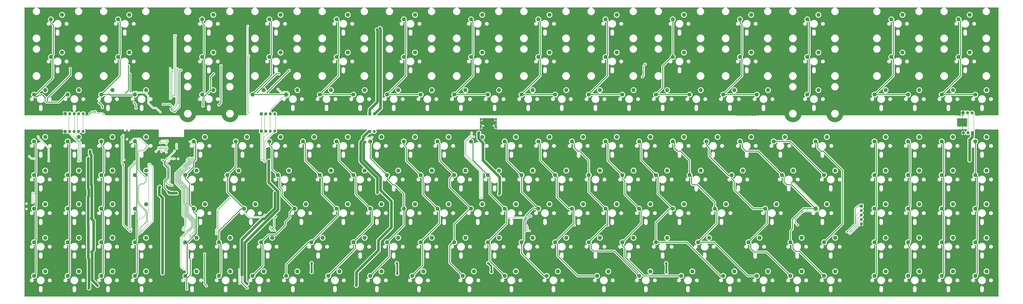
<source format=gtl>
G04 #@! TF.GenerationSoftware,KiCad,Pcbnew,8.0.5-8.0.5-0~ubuntu20.04.1*
G04 #@! TF.CreationDate,2024-11-10T14:11:01+00:00*
G04 #@! TF.ProjectId,Hyper7-Evo,48797065-7237-42d4-9576-6f2e6b696361,rev?*
G04 #@! TF.SameCoordinates,Original*
G04 #@! TF.FileFunction,Copper,L1,Top*
G04 #@! TF.FilePolarity,Positive*
%FSLAX46Y46*%
G04 Gerber Fmt 4.6, Leading zero omitted, Abs format (unit mm)*
G04 Created by KiCad (PCBNEW 8.0.5-8.0.5-0~ubuntu20.04.1) date 2024-11-10 14:11:01*
%MOMM*%
%LPD*%
G01*
G04 APERTURE LIST*
G04 #@! TA.AperFunction,ComponentPad*
%ADD10C,2.300000*%
G04 #@! TD*
G04 #@! TA.AperFunction,ComponentPad*
%ADD11R,1.700000X1.700000*%
G04 #@! TD*
G04 #@! TA.AperFunction,ComponentPad*
%ADD12O,1.700000X1.700000*%
G04 #@! TD*
G04 #@! TA.AperFunction,ViaPad*
%ADD13C,0.800000*%
G04 #@! TD*
G04 #@! TA.AperFunction,ViaPad*
%ADD14C,0.500000*%
G04 #@! TD*
G04 #@! TA.AperFunction,ViaPad*
%ADD15C,1.500000*%
G04 #@! TD*
G04 #@! TA.AperFunction,ViaPad*
%ADD16C,1.000000*%
G04 #@! TD*
G04 #@! TA.AperFunction,Conductor*
%ADD17C,1.500000*%
G04 #@! TD*
G04 #@! TA.AperFunction,Conductor*
%ADD18C,0.500000*%
G04 #@! TD*
G04 #@! TA.AperFunction,Conductor*
%ADD19C,0.300000*%
G04 #@! TD*
G04 #@! TA.AperFunction,Conductor*
%ADD20C,0.200000*%
G04 #@! TD*
G04 #@! TA.AperFunction,Conductor*
%ADD21C,0.350000*%
G04 #@! TD*
G04 #@! TA.AperFunction,Conductor*
%ADD22C,1.000000*%
G04 #@! TD*
G04 APERTURE END LIST*
D10*
X490115000Y-144310000D03*
X496465000Y-141770000D03*
X575840000Y-163360000D03*
X582190000Y-160820000D03*
X413915000Y-98740000D03*
X420265000Y-96200000D03*
X80540000Y-201460000D03*
X86890000Y-198920000D03*
X175790000Y-77400000D03*
X182140000Y-74860000D03*
X209127500Y-201460000D03*
X215477500Y-198920000D03*
X366290000Y-125260000D03*
X372640000Y-122720000D03*
X137690000Y-56060000D03*
X144040000Y-53520000D03*
X471065000Y-201460000D03*
X477415000Y-198920000D03*
X204365000Y-98740000D03*
X210715000Y-96200000D03*
X223415000Y-182410000D03*
X229765000Y-179870000D03*
X61490000Y-125260000D03*
X67840000Y-122720000D03*
X518690000Y-182410000D03*
X525040000Y-179870000D03*
X42440000Y-163360000D03*
X48790000Y-160820000D03*
X261515000Y-98740000D03*
X267865000Y-96200000D03*
X42440000Y-144310000D03*
X48790000Y-141770000D03*
X328190000Y-56060000D03*
X334540000Y-53520000D03*
X537740000Y-163360000D03*
X544090000Y-160820000D03*
X337715000Y-98740000D03*
X344065000Y-96200000D03*
X442490000Y-56060000D03*
X448840000Y-53520000D03*
X251990000Y-163360000D03*
X258340000Y-160820000D03*
X385340000Y-163360000D03*
X391690000Y-160820000D03*
X42440000Y-125260000D03*
X48790000Y-122720000D03*
X461540000Y-125260000D03*
X467890000Y-122720000D03*
X528215000Y-77400000D03*
X534565000Y-74860000D03*
X271040000Y-125260000D03*
X277390000Y-122720000D03*
X156740000Y-125260000D03*
X163090000Y-122720000D03*
X394865000Y-98740000D03*
X401215000Y-96200000D03*
X366290000Y-77400000D03*
X372640000Y-74860000D03*
X456777500Y-163360000D03*
X463127500Y-160820000D03*
X132927500Y-163360000D03*
X139277500Y-160820000D03*
X61490000Y-163360000D03*
X67840000Y-160820000D03*
X385340000Y-201460000D03*
X391690000Y-198920000D03*
X575840000Y-125260000D03*
X582190000Y-122720000D03*
X309140000Y-163360000D03*
X315490000Y-160820000D03*
X318665000Y-182410000D03*
X325015000Y-179870000D03*
X232940000Y-125260000D03*
X239290000Y-122720000D03*
X299615000Y-98740000D03*
X305965000Y-96200000D03*
X99590000Y-98740000D03*
X105940000Y-96200000D03*
X385340000Y-125260000D03*
X391690000Y-122720000D03*
X375815000Y-182410000D03*
X382165000Y-179870000D03*
X194840000Y-125260000D03*
X201190000Y-122720000D03*
X161502500Y-163360000D03*
X167852500Y-160820000D03*
D11*
X232725000Y-119600000D03*
D12*
X235265000Y-119600000D03*
D10*
X280565000Y-98740000D03*
X286915000Y-96200000D03*
X452015000Y-201460000D03*
X458365000Y-198920000D03*
X418677500Y-182410000D03*
X425027500Y-179870000D03*
X328190000Y-163360000D03*
X334540000Y-160820000D03*
X480590000Y-98740000D03*
X486940000Y-96200000D03*
X61490000Y-201460000D03*
X67840000Y-198920000D03*
X556790000Y-182410000D03*
X563140000Y-179870000D03*
X137690000Y-98740000D03*
X144040000Y-96200000D03*
X213890000Y-163360000D03*
X220240000Y-160820000D03*
X99590000Y-182410000D03*
X105940000Y-179870000D03*
X299615000Y-144310000D03*
X305965000Y-141770000D03*
X180552500Y-144310000D03*
X186902500Y-141770000D03*
X556790000Y-144310000D03*
X563140000Y-141770000D03*
X404390000Y-125260000D03*
X410740000Y-122720000D03*
X99590000Y-163360000D03*
X105940000Y-160820000D03*
D11*
X60090000Y-119600000D03*
D12*
X62630000Y-119600000D03*
X65170000Y-119600000D03*
X67710000Y-119600000D03*
X70250000Y-119600000D03*
D10*
X347240000Y-163360000D03*
X353590000Y-160820000D03*
X471065000Y-182410000D03*
X477415000Y-179870000D03*
X518690000Y-125260000D03*
X525040000Y-122720000D03*
X328190000Y-77400000D03*
X334540000Y-74860000D03*
X404390000Y-163360000D03*
X410740000Y-160820000D03*
X328190000Y-125260000D03*
X334540000Y-122720000D03*
X518690000Y-144310000D03*
X525040000Y-141770000D03*
X394865000Y-182410000D03*
X401215000Y-179870000D03*
X251990000Y-125260000D03*
X258340000Y-122720000D03*
X537740000Y-182410000D03*
X544090000Y-179870000D03*
X128165000Y-201460000D03*
X134515000Y-198920000D03*
X42440000Y-182410000D03*
X48790000Y-179870000D03*
X556790000Y-98740000D03*
X563140000Y-96200000D03*
X132927500Y-125260000D03*
X139277500Y-122720000D03*
X290090000Y-125260000D03*
X296440000Y-122720000D03*
X204365000Y-144310000D03*
X210715000Y-141770000D03*
X271040000Y-163360000D03*
X277390000Y-160820000D03*
X480590000Y-77400000D03*
X486940000Y-74860000D03*
X99590000Y-201460000D03*
X105940000Y-198920000D03*
X537740000Y-144310000D03*
X544090000Y-141770000D03*
X213890000Y-125260000D03*
X220240000Y-122720000D03*
D11*
X232725000Y-109600000D03*
D12*
X235265000Y-109600000D03*
D10*
X309140000Y-201460000D03*
X315490000Y-198920000D03*
X447252500Y-182410000D03*
X453602500Y-179870000D03*
X490115000Y-182410000D03*
X496465000Y-179870000D03*
X199602500Y-182410000D03*
X205952500Y-179870000D03*
X61490000Y-98740000D03*
X67840000Y-96200000D03*
X575840000Y-98740000D03*
X582190000Y-96200000D03*
X356765000Y-182410000D03*
X363115000Y-179870000D03*
X442490000Y-125260000D03*
X448840000Y-122720000D03*
X80540000Y-144310000D03*
X86890000Y-141770000D03*
X356765000Y-144310000D03*
X363115000Y-141770000D03*
X309140000Y-125260000D03*
X315490000Y-122720000D03*
X147215000Y-182410000D03*
X153565000Y-179870000D03*
D11*
X171200000Y-119450000D03*
D12*
X173740000Y-119450000D03*
X176280000Y-119450000D03*
X178820000Y-119450000D03*
D10*
X485352500Y-163360000D03*
X491702500Y-160820000D03*
X409152500Y-201460000D03*
X415502500Y-198920000D03*
X242465000Y-144310000D03*
X248815000Y-141770000D03*
X251990000Y-77400000D03*
X258340000Y-74860000D03*
X537740000Y-125260000D03*
X544090000Y-122720000D03*
X404390000Y-77400000D03*
X410740000Y-74860000D03*
X299615000Y-182410000D03*
X305965000Y-179870000D03*
X175790000Y-56060000D03*
X182140000Y-53520000D03*
X128165000Y-182410000D03*
X134515000Y-179870000D03*
D11*
X60130000Y-109500000D03*
D12*
X62670000Y-109500000D03*
X65210000Y-109500000D03*
X67750000Y-109500000D03*
X70290000Y-109500000D03*
D10*
X356765000Y-98740000D03*
X363115000Y-96200000D03*
X332952500Y-201460000D03*
X339302500Y-198920000D03*
X428202500Y-163360000D03*
X434552500Y-160820000D03*
X361527500Y-201460000D03*
X367877500Y-198920000D03*
X528215000Y-56060000D03*
X534565000Y-53520000D03*
X575840000Y-182410000D03*
X582190000Y-179870000D03*
X318665000Y-98740000D03*
X325015000Y-96200000D03*
X490115000Y-201460000D03*
X496465000Y-198920000D03*
D11*
X171200000Y-109600000D03*
D12*
X173740000Y-109600000D03*
X176280000Y-109600000D03*
X178820000Y-109600000D03*
D10*
X61490000Y-182410000D03*
X67840000Y-179870000D03*
X190077500Y-163360000D03*
X196427500Y-160820000D03*
X442490000Y-77400000D03*
X448840000Y-74860000D03*
X394865000Y-144310000D03*
X401215000Y-141770000D03*
X261515000Y-182410000D03*
X267865000Y-179870000D03*
X518690000Y-98740000D03*
X525040000Y-96200000D03*
X51965000Y-56060000D03*
X58315000Y-53520000D03*
X485352500Y-125260000D03*
X491702500Y-122720000D03*
X223415000Y-144310000D03*
X229765000Y-141770000D03*
X518690000Y-201460000D03*
X525040000Y-198920000D03*
X280565000Y-144310000D03*
X286915000Y-141770000D03*
X232940000Y-163360000D03*
X239290000Y-160820000D03*
X432965000Y-98740000D03*
X439315000Y-96200000D03*
X285327500Y-201460000D03*
X291677500Y-198920000D03*
X575840000Y-144310000D03*
X582190000Y-141770000D03*
X223415000Y-98740000D03*
X229765000Y-96200000D03*
X90065000Y-56060000D03*
X96415000Y-53520000D03*
X242465000Y-182410000D03*
X248815000Y-179870000D03*
X337715000Y-182410000D03*
X344065000Y-179870000D03*
X128165000Y-144310000D03*
X134515000Y-141770000D03*
X166265000Y-201460000D03*
X172615000Y-198920000D03*
X256752500Y-201460000D03*
X263102500Y-198920000D03*
X366290000Y-56060000D03*
X372640000Y-53520000D03*
D11*
X511250000Y-161880000D03*
D12*
X511250000Y-164420000D03*
X511250000Y-166960000D03*
X511250000Y-169500000D03*
X511250000Y-172040000D03*
D10*
X423440000Y-125260000D03*
X429790000Y-122720000D03*
X90065000Y-77400000D03*
X96415000Y-74860000D03*
X566315000Y-56060000D03*
X572665000Y-53520000D03*
X280565000Y-182410000D03*
X286915000Y-179870000D03*
X518690000Y-163360000D03*
X525040000Y-160820000D03*
X185315000Y-98740000D03*
X191665000Y-96200000D03*
X80540000Y-163360000D03*
X86890000Y-160820000D03*
X251990000Y-56060000D03*
X258340000Y-53520000D03*
X137690000Y-77400000D03*
X144040000Y-74860000D03*
X480590000Y-56060000D03*
X486940000Y-53520000D03*
X318665000Y-144310000D03*
X325015000Y-141770000D03*
X147215000Y-201460000D03*
X153565000Y-198920000D03*
X80540000Y-125260000D03*
X86890000Y-122720000D03*
X466302500Y-144310000D03*
X472652500Y-141770000D03*
X375815000Y-98740000D03*
X382165000Y-96200000D03*
X61490000Y-144310000D03*
X67840000Y-141770000D03*
X437727500Y-144310000D03*
X444077500Y-141770000D03*
X337715000Y-144310000D03*
X344065000Y-141770000D03*
X99590000Y-125260000D03*
X105940000Y-122720000D03*
X171027500Y-182410000D03*
X177377500Y-179870000D03*
X537740000Y-98740000D03*
X544090000Y-96200000D03*
X556790000Y-125260000D03*
X563140000Y-122720000D03*
X80540000Y-98740000D03*
X86890000Y-96200000D03*
X232940000Y-201460000D03*
X239290000Y-198920000D03*
X290090000Y-56060000D03*
X296440000Y-53520000D03*
X99590000Y-144310000D03*
X105940000Y-141770000D03*
X537740000Y-201460000D03*
X544090000Y-198920000D03*
X42440000Y-201460000D03*
X48790000Y-198920000D03*
X151977500Y-144310000D03*
X158327500Y-141770000D03*
X42440000Y-98740000D03*
X48790000Y-96200000D03*
X452015000Y-98740000D03*
X458365000Y-96200000D03*
X185315000Y-201460000D03*
X191665000Y-198920000D03*
X242465000Y-98740000D03*
X248815000Y-96200000D03*
X566315000Y-77400000D03*
X572665000Y-74860000D03*
X166265000Y-98740000D03*
X172615000Y-96200000D03*
X366290000Y-163360000D03*
X372640000Y-160820000D03*
X413915000Y-144310000D03*
X420265000Y-141770000D03*
X213890000Y-77400000D03*
X220240000Y-74860000D03*
X261515000Y-144310000D03*
X267865000Y-141770000D03*
X213890000Y-56060000D03*
X220240000Y-53520000D03*
X575840000Y-201460000D03*
X582190000Y-198920000D03*
X290090000Y-77400000D03*
X296440000Y-74860000D03*
X375815000Y-144310000D03*
X382165000Y-141770000D03*
X175790000Y-125260000D03*
X182140000Y-122720000D03*
X290090000Y-163360000D03*
X296440000Y-160820000D03*
X80540000Y-182410000D03*
X86890000Y-179870000D03*
X432965000Y-201460000D03*
X439315000Y-198920000D03*
X556790000Y-201460000D03*
X563140000Y-198920000D03*
X51965000Y-77400000D03*
X58315000Y-74860000D03*
X404390000Y-56060000D03*
X410740000Y-53520000D03*
X347240000Y-125260000D03*
X353590000Y-122720000D03*
X556790000Y-163360000D03*
X563140000Y-160820000D03*
D11*
X574250000Y-120400000D03*
D12*
X571710000Y-120400000D03*
X569170000Y-120400000D03*
D11*
X568920000Y-109000000D03*
D12*
X571460000Y-109000000D03*
X574000000Y-109000000D03*
G04 #@! TA.AperFunction,ComponentPad*
G36*
G01*
X296070000Y-112405000D02*
X296070000Y-113005000D01*
G75*
G02*
X295570000Y-113505000I-500000J0D01*
G01*
X295570000Y-113505000D01*
G75*
G02*
X295070000Y-113005000I0J500000D01*
G01*
X295070000Y-112405000D01*
G75*
G02*
X295570000Y-111905000I500000J0D01*
G01*
X295570000Y-111905000D01*
G75*
G02*
X296070000Y-112405000I0J-500000D01*
G01*
G37*
G04 #@! TD.AperFunction*
G04 #@! TA.AperFunction,ComponentPad*
G36*
G01*
X296070000Y-116335000D02*
X296070000Y-117435000D01*
G75*
G02*
X295570000Y-117935000I-500000J0D01*
G01*
X295570000Y-117935000D01*
G75*
G02*
X295070000Y-117435000I0J500000D01*
G01*
X295070000Y-116335000D01*
G75*
G02*
X295570000Y-115835000I500000J0D01*
G01*
X295570000Y-115835000D01*
G75*
G02*
X296070000Y-116335000I0J-500000D01*
G01*
G37*
G04 #@! TD.AperFunction*
G04 #@! TA.AperFunction,ComponentPad*
G36*
G01*
X304710000Y-112405000D02*
X304710000Y-113005000D01*
G75*
G02*
X304210000Y-113505000I-500000J0D01*
G01*
X304210000Y-113505000D01*
G75*
G02*
X303710000Y-113005000I0J500000D01*
G01*
X303710000Y-112405000D01*
G75*
G02*
X304210000Y-111905000I500000J0D01*
G01*
X304210000Y-111905000D01*
G75*
G02*
X304710000Y-112405000I0J-500000D01*
G01*
G37*
G04 #@! TD.AperFunction*
G04 #@! TA.AperFunction,ComponentPad*
G36*
G01*
X304710000Y-116335000D02*
X304710000Y-117435000D01*
G75*
G02*
X304210000Y-117935000I-500000J0D01*
G01*
X304210000Y-117935000D01*
G75*
G02*
X303710000Y-117435000I0J500000D01*
G01*
X303710000Y-116335000D01*
G75*
G02*
X304210000Y-115835000I500000J0D01*
G01*
X304210000Y-115835000D01*
G75*
G02*
X304710000Y-116335000I0J-500000D01*
G01*
G37*
G04 #@! TD.AperFunction*
D13*
X96850000Y-87200000D03*
X138200000Y-105200000D03*
D14*
X117182475Y-147807475D03*
D13*
X96875000Y-97125000D03*
X100200000Y-106400000D03*
D15*
X73200000Y-172930554D03*
X237000000Y-154380554D03*
D13*
X129000000Y-209000000D03*
D15*
X179000000Y-154380554D03*
D13*
X163200000Y-208400000D03*
X131000000Y-192480554D03*
X79274723Y-103274723D03*
D15*
X160250000Y-189400000D03*
X160250000Y-201000000D03*
D13*
X169000000Y-97600000D03*
X99200000Y-103399446D03*
D15*
X73200000Y-134830554D03*
D16*
X236700000Y-61993900D03*
D14*
X120800000Y-150200000D03*
D15*
X73400000Y-153880554D03*
X173200000Y-169000000D03*
D16*
X237000000Y-84940000D03*
D15*
X73477390Y-208477390D03*
D13*
X181200000Y-86970554D03*
X81200000Y-106000000D03*
X144200000Y-86970554D03*
D14*
X117850000Y-135000000D03*
D15*
X227400000Y-135000000D03*
X73600000Y-191980554D03*
D14*
X552000000Y-65800000D03*
X573400000Y-69400000D03*
X38750000Y-119250000D03*
X150800000Y-127000000D03*
X114000000Y-68600000D03*
X375400000Y-204200000D03*
X551500000Y-50000000D03*
X588250000Y-119250000D03*
X38750000Y-93250000D03*
X389750000Y-89250000D03*
X132000000Y-102800000D03*
X72200000Y-89600000D03*
X37750000Y-176000000D03*
X115500000Y-134750000D03*
X75200000Y-89600000D03*
X112400000Y-202800000D03*
X425400000Y-203200000D03*
X123750000Y-123750000D03*
X426400000Y-204200000D03*
X273600000Y-203200000D03*
X351600000Y-69200000D03*
X350800000Y-205400000D03*
X250250000Y-212500000D03*
X114800000Y-202000000D03*
X113200000Y-204400000D03*
X286500000Y-120500000D03*
X427400000Y-202200000D03*
X179000000Y-201600000D03*
X376400000Y-204200000D03*
X274200000Y-67600000D03*
X427400000Y-204200000D03*
X511000000Y-69200000D03*
X150800000Y-129400000D03*
X588000000Y-136250000D03*
X73250000Y-50000000D03*
X347800000Y-205400000D03*
X572400000Y-70400000D03*
X151600000Y-129400000D03*
X148400000Y-128600000D03*
X118050000Y-150550000D03*
X159200000Y-69200000D03*
X385500000Y-83250000D03*
X321500000Y-172000000D03*
X378400000Y-204200000D03*
X147600000Y-126200000D03*
X286500000Y-121500000D03*
X131000000Y-102800000D03*
X37750000Y-196000000D03*
X325500000Y-212500000D03*
X157200000Y-102400000D03*
X114400000Y-88000000D03*
X313200000Y-68600000D03*
X37750000Y-177000000D03*
X235250000Y-51000000D03*
X349500000Y-50000000D03*
X132000000Y-104800000D03*
X511000000Y-66200000D03*
X112400000Y-203600000D03*
X151600000Y-128600000D03*
X376400000Y-205200000D03*
X120800000Y-142600000D03*
X390200000Y-67600000D03*
X152400000Y-127800000D03*
X350500000Y-50000000D03*
X273600000Y-200200000D03*
X289500000Y-121500000D03*
X289500000Y-119500000D03*
X509750000Y-212500000D03*
X588000000Y-174000000D03*
X160200000Y-67200000D03*
X352600000Y-67200000D03*
X74200000Y-90600000D03*
X200400000Y-66800000D03*
X72200000Y-91600000D03*
X508000000Y-66200000D03*
X427400000Y-203200000D03*
X236250000Y-50000000D03*
X587250000Y-155000000D03*
X157200000Y-68200000D03*
X198400000Y-68800000D03*
X146800000Y-130200000D03*
X350600000Y-69200000D03*
X121600000Y-204200000D03*
X312200000Y-69600000D03*
X509000000Y-68200000D03*
X274200000Y-69600000D03*
X121600000Y-205000000D03*
X117400000Y-105800000D03*
X38750000Y-177000000D03*
X588250000Y-120250000D03*
X388200000Y-69600000D03*
X114000000Y-205200000D03*
X117250000Y-50000000D03*
X113400000Y-86000000D03*
X114000000Y-143400000D03*
X348800000Y-202400000D03*
X552000000Y-68800000D03*
X587250000Y-90250000D03*
X350800000Y-202400000D03*
X114800000Y-202800000D03*
X549000000Y-65800000D03*
X150000000Y-128600000D03*
X386500000Y-82250000D03*
X326500000Y-174750000D03*
X115600000Y-206200000D03*
X275200000Y-68600000D03*
X158200000Y-67200000D03*
X588250000Y-91250000D03*
X425750000Y-50000000D03*
X199400000Y-69800000D03*
X350600000Y-67200000D03*
X156200000Y-102400000D03*
X288500000Y-119500000D03*
X428800000Y-67800000D03*
X347800000Y-203400000D03*
X465200000Y-66800000D03*
X199400000Y-67800000D03*
X155200000Y-103400000D03*
X311200000Y-66600000D03*
X37750000Y-195000000D03*
X276200000Y-68600000D03*
X509000000Y-67200000D03*
X114500000Y-134000000D03*
X180000000Y-201600000D03*
X466200000Y-66800000D03*
X115600000Y-141800000D03*
X313200000Y-66600000D03*
X116400000Y-207000000D03*
X147600000Y-128600000D03*
X378400000Y-205200000D03*
X275600000Y-200200000D03*
X118800000Y-206200000D03*
X200400000Y-68800000D03*
X176750000Y-170500000D03*
X76250000Y-212500000D03*
X348800000Y-205400000D03*
X148400000Y-126200000D03*
X115000000Y-66600000D03*
X121600000Y-201800000D03*
X161750000Y-212500000D03*
X427800000Y-64800000D03*
X378750000Y-212500000D03*
X427400000Y-201200000D03*
X120000000Y-105800000D03*
X112400000Y-202000000D03*
X474250000Y-166000000D03*
X114800000Y-205200000D03*
X326500000Y-211500000D03*
X426800000Y-65800000D03*
X388200000Y-66600000D03*
X377400000Y-202200000D03*
X116000000Y-67600000D03*
X199400000Y-66800000D03*
X176750000Y-169750000D03*
X314200000Y-69600000D03*
X197400000Y-68800000D03*
X131000000Y-103800000D03*
X549000000Y-67800000D03*
X126000000Y-124500000D03*
X114800000Y-143400000D03*
X551000000Y-67800000D03*
X322250000Y-167500000D03*
X388200000Y-67600000D03*
X175000000Y-172800000D03*
X119250000Y-211500000D03*
X114000000Y-69600000D03*
X117250000Y-123000000D03*
X201500000Y-212500000D03*
X571400000Y-68400000D03*
X272600000Y-203200000D03*
X464200000Y-66800000D03*
X149200000Y-129400000D03*
X389000000Y-89250000D03*
X552500000Y-212500000D03*
X351600000Y-67200000D03*
X119250000Y-212500000D03*
X114400000Y-86000000D03*
X427800000Y-66800000D03*
X120800000Y-203400000D03*
X130000000Y-102800000D03*
X157200000Y-67200000D03*
X181000000Y-202600000D03*
X200400000Y-67800000D03*
X158200000Y-66200000D03*
X114000000Y-67600000D03*
X550000000Y-65800000D03*
X121600000Y-202600000D03*
X326500000Y-212500000D03*
X146800000Y-129400000D03*
X510000000Y-69200000D03*
X386500000Y-85500000D03*
X350600000Y-66200000D03*
X73200000Y-92600000D03*
X352600000Y-69200000D03*
X376400000Y-203200000D03*
X352600000Y-68200000D03*
X313200000Y-69600000D03*
X467200000Y-65800000D03*
X73200000Y-91600000D03*
X465200000Y-64800000D03*
X550000000Y-68800000D03*
X92500000Y-120000000D03*
X350800000Y-203400000D03*
X197250000Y-50000000D03*
X552500000Y-50000000D03*
X275200000Y-67600000D03*
X314200000Y-67600000D03*
X177500000Y-170500000D03*
X117200000Y-206200000D03*
X156200000Y-103400000D03*
X388750000Y-50000000D03*
X387750000Y-51000000D03*
X147600000Y-127000000D03*
X154200000Y-103400000D03*
X275200000Y-66600000D03*
X160200000Y-69200000D03*
X348800000Y-203400000D03*
X37750000Y-119250000D03*
X349600000Y-66200000D03*
X311200000Y-69600000D03*
X572400000Y-68400000D03*
X286500000Y-119500000D03*
X474456250Y-170000000D03*
X152400000Y-126200000D03*
X132000000Y-101800000D03*
X349800000Y-203400000D03*
X348800000Y-204400000D03*
X116250000Y-50000000D03*
X37750000Y-137750000D03*
X511000000Y-67200000D03*
X426400000Y-201200000D03*
X465200000Y-65800000D03*
X549000000Y-68800000D03*
X150000000Y-126200000D03*
X425400000Y-201200000D03*
X130000000Y-103800000D03*
X115400000Y-88000000D03*
X117200000Y-207000000D03*
X122400000Y-204200000D03*
X121600000Y-143400000D03*
X424400000Y-202200000D03*
X571400000Y-70400000D03*
X198400000Y-67800000D03*
X179000000Y-204600000D03*
X113200000Y-202000000D03*
X130000000Y-104800000D03*
X159200000Y-66200000D03*
X129000000Y-104800000D03*
X149200000Y-126200000D03*
X120800000Y-204200000D03*
X148400000Y-127800000D03*
X150800000Y-126200000D03*
X155200000Y-102400000D03*
X158200000Y-69200000D03*
X275600000Y-202200000D03*
X509750000Y-211500000D03*
X199400000Y-68800000D03*
X37750000Y-120250000D03*
X37750000Y-67750000D03*
X573400000Y-67400000D03*
X146800000Y-127800000D03*
X113000000Y-66600000D03*
X273250000Y-51000000D03*
X122400000Y-201800000D03*
X352600000Y-66200000D03*
X573400000Y-70400000D03*
X37750000Y-138750000D03*
X75200000Y-90600000D03*
X389200000Y-66600000D03*
X116250000Y-51000000D03*
X158200000Y-68200000D03*
X389200000Y-69600000D03*
X113000000Y-68600000D03*
X426250000Y-211500000D03*
X115000000Y-68600000D03*
X118000000Y-137800000D03*
X390200000Y-69600000D03*
X72200000Y-90600000D03*
X349800000Y-202400000D03*
X274600000Y-202200000D03*
X197400000Y-69800000D03*
X115400000Y-86000000D03*
X150000000Y-129400000D03*
X116400000Y-206200000D03*
X118800000Y-207000000D03*
X588250000Y-195000000D03*
X178000000Y-202600000D03*
X551500000Y-212500000D03*
X508000000Y-69200000D03*
X428800000Y-66800000D03*
X113400000Y-87000000D03*
X587250000Y-196000000D03*
X510000000Y-68200000D03*
X159200000Y-67200000D03*
X510000000Y-67200000D03*
X464200000Y-67800000D03*
X146800000Y-126200000D03*
X114500000Y-134750000D03*
X425750000Y-51000000D03*
X118250000Y-212500000D03*
X152400000Y-128600000D03*
X113200000Y-203600000D03*
X588250000Y-155000000D03*
X115600000Y-207000000D03*
X587250000Y-68000000D03*
X116000000Y-66600000D03*
X378400000Y-203200000D03*
X73200000Y-89600000D03*
X276200000Y-67600000D03*
X160750000Y-212500000D03*
X312200000Y-67600000D03*
X118800000Y-137800000D03*
X115400000Y-87000000D03*
X178000000Y-203600000D03*
X179000000Y-202600000D03*
X149200000Y-130200000D03*
X301500000Y-212500000D03*
X465200000Y-67800000D03*
X118000000Y-206200000D03*
X147600000Y-127800000D03*
X467200000Y-64800000D03*
X114000000Y-202800000D03*
X274200000Y-68600000D03*
X287500000Y-119500000D03*
X473500000Y-166750000D03*
X115000000Y-69600000D03*
X122400000Y-205000000D03*
X312200000Y-66600000D03*
X389200000Y-68600000D03*
X159000000Y-51000000D03*
X314200000Y-66600000D03*
X159200000Y-68200000D03*
X302500000Y-212500000D03*
X313200000Y-67600000D03*
X385500000Y-82250000D03*
X181000000Y-204600000D03*
X550000000Y-66800000D03*
X121600000Y-203400000D03*
X552500000Y-51000000D03*
X74200000Y-91600000D03*
X123750000Y-124500000D03*
X571400000Y-69400000D03*
X426800000Y-67800000D03*
X425800000Y-65800000D03*
X570400000Y-68400000D03*
X273250000Y-50000000D03*
X198400000Y-69800000D03*
X72200000Y-92600000D03*
X73250000Y-51000000D03*
X587000000Y-136250000D03*
X180000000Y-202600000D03*
X249250000Y-212500000D03*
X152400000Y-127000000D03*
X377400000Y-205200000D03*
X588250000Y-196000000D03*
X511000000Y-68200000D03*
X508000000Y-67200000D03*
X113200000Y-205200000D03*
X38750000Y-67750000D03*
X587250000Y-119250000D03*
X378400000Y-202200000D03*
X588250000Y-90250000D03*
X120000000Y-143400000D03*
X425800000Y-67800000D03*
X274250000Y-50000000D03*
X131000000Y-104800000D03*
X274600000Y-203200000D03*
X113000000Y-67600000D03*
X311500000Y-51000000D03*
X114800000Y-141800000D03*
X114500000Y-123250000D03*
X464000000Y-51000000D03*
X426800000Y-66800000D03*
X467200000Y-66800000D03*
X112400000Y-204400000D03*
X157200000Y-66200000D03*
X74250000Y-50000000D03*
X181000000Y-203600000D03*
X588250000Y-68000000D03*
X378750000Y-211500000D03*
X426250000Y-212500000D03*
X388200000Y-68600000D03*
X177500000Y-169750000D03*
X273200000Y-67600000D03*
X113400000Y-88000000D03*
X130000000Y-101800000D03*
X113400000Y-89000000D03*
X112400000Y-88000000D03*
X387200000Y-68600000D03*
X116400000Y-105800000D03*
X159000000Y-50000000D03*
X387200000Y-66600000D03*
X425250000Y-212500000D03*
X274600000Y-200200000D03*
X180000000Y-203600000D03*
X425800000Y-64800000D03*
X120800000Y-201800000D03*
X113200000Y-202800000D03*
X75200000Y-91600000D03*
X467000000Y-211500000D03*
X275200000Y-69600000D03*
X121600000Y-141800000D03*
X114400000Y-89000000D03*
X387200000Y-69600000D03*
X427800000Y-65800000D03*
X350600000Y-68200000D03*
X129000000Y-103800000D03*
X151600000Y-127800000D03*
X150000000Y-127800000D03*
X272600000Y-202200000D03*
X120000000Y-141800000D03*
X467200000Y-67800000D03*
X588250000Y-156000000D03*
X126000000Y-123750000D03*
X112400000Y-89000000D03*
X276200000Y-69600000D03*
X75250000Y-212500000D03*
X179000000Y-203600000D03*
X550000000Y-67800000D03*
X157200000Y-101400000D03*
X114800000Y-204400000D03*
X157200000Y-103400000D03*
X114000000Y-66600000D03*
X154200000Y-101400000D03*
X272600000Y-200200000D03*
X122400000Y-202600000D03*
X74200000Y-92600000D03*
X178000000Y-204600000D03*
X115600000Y-143400000D03*
X197400000Y-66800000D03*
X273200000Y-68600000D03*
X311500000Y-50000000D03*
X349600000Y-69200000D03*
X351600000Y-68200000D03*
X38750000Y-138750000D03*
X160000000Y-50000000D03*
X125000000Y-135000000D03*
X375400000Y-205200000D03*
X424400000Y-201200000D03*
X425800000Y-66800000D03*
X287500000Y-121500000D03*
X115600000Y-142600000D03*
X148400000Y-127000000D03*
X116000000Y-68600000D03*
X114000000Y-142600000D03*
X347800000Y-202400000D03*
X150800000Y-127800000D03*
X425400000Y-204200000D03*
X377750000Y-212500000D03*
X427800000Y-67800000D03*
X349800000Y-204400000D03*
X570400000Y-67400000D03*
X288500000Y-121500000D03*
X182000000Y-174500000D03*
X570400000Y-69400000D03*
D15*
X122000000Y-152800000D03*
D14*
X198250000Y-50000000D03*
X197250000Y-51000000D03*
X424400000Y-203200000D03*
X156200000Y-101400000D03*
X428800000Y-64800000D03*
X147600000Y-129400000D03*
X376400000Y-202200000D03*
X148400000Y-129400000D03*
X311200000Y-68600000D03*
X349800000Y-205400000D03*
X549000000Y-66800000D03*
X152400000Y-129400000D03*
X197400000Y-67800000D03*
X122400000Y-203400000D03*
X76250000Y-211500000D03*
X112000000Y-154500000D03*
X150800000Y-128600000D03*
X114000000Y-202000000D03*
X506750000Y-51000000D03*
X129000000Y-102800000D03*
X289500000Y-120500000D03*
X74200000Y-89600000D03*
X588000000Y-137250000D03*
X273200000Y-66600000D03*
X114000000Y-204400000D03*
X312500000Y-50000000D03*
X472750000Y-167500000D03*
X157200000Y-69200000D03*
X148400000Y-130200000D03*
X202500000Y-211500000D03*
X466200000Y-67800000D03*
X467000000Y-212500000D03*
X117175000Y-150575000D03*
X120800000Y-143400000D03*
X151600000Y-126200000D03*
X202500000Y-212500000D03*
X350800000Y-204400000D03*
X351600000Y-66200000D03*
X510000000Y-66200000D03*
X113000000Y-69600000D03*
X160200000Y-66200000D03*
X113750000Y-123250000D03*
X552500000Y-211500000D03*
X200400000Y-69800000D03*
X390200000Y-66600000D03*
X160200000Y-68200000D03*
X347800000Y-204400000D03*
X125500000Y-103000000D03*
X149200000Y-128600000D03*
X571400000Y-67400000D03*
X129000000Y-101800000D03*
X114800000Y-203600000D03*
X157200000Y-104400000D03*
X297619234Y-120135305D03*
X572400000Y-69400000D03*
X464200000Y-64800000D03*
X126000000Y-135000000D03*
X154200000Y-104400000D03*
X375400000Y-202200000D03*
X154200000Y-102400000D03*
X552000000Y-67800000D03*
X509000000Y-66200000D03*
X424400000Y-204200000D03*
X386500000Y-83250000D03*
X235250000Y-50000000D03*
X552000000Y-66800000D03*
X111250000Y-154500000D03*
X273200000Y-69600000D03*
X115000000Y-67600000D03*
X464200000Y-65800000D03*
X508750000Y-212500000D03*
X178000000Y-201600000D03*
X114800000Y-206200000D03*
X273600000Y-202200000D03*
X161750000Y-211500000D03*
X288500000Y-120500000D03*
X509000000Y-69200000D03*
X73200000Y-90600000D03*
X120000000Y-142600000D03*
X377400000Y-203200000D03*
X147600000Y-130200000D03*
X478750000Y-173000000D03*
X274200000Y-66600000D03*
X114800000Y-142600000D03*
X551000000Y-68800000D03*
X387200000Y-67600000D03*
X149200000Y-127000000D03*
X155200000Y-104400000D03*
X464000000Y-50000000D03*
X506750000Y-50000000D03*
X146800000Y-128600000D03*
X389200000Y-67600000D03*
X180000000Y-204600000D03*
X149200000Y-127800000D03*
X588250000Y-69000000D03*
X123750000Y-123000000D03*
X37750000Y-68750000D03*
X465000000Y-50000000D03*
X275600000Y-201200000D03*
X303000000Y-120400000D03*
X120800000Y-202600000D03*
X426800000Y-64800000D03*
X349500000Y-51000000D03*
X198400000Y-66800000D03*
X150000000Y-127000000D03*
X116000000Y-69600000D03*
X475000000Y-165250000D03*
X117600000Y-151000000D03*
X375400000Y-203200000D03*
X112400000Y-86000000D03*
X390200000Y-68600000D03*
X287500000Y-120500000D03*
X155200000Y-101400000D03*
X276200000Y-66600000D03*
X312200000Y-68600000D03*
X349600000Y-67200000D03*
X132000000Y-103800000D03*
X112400000Y-87000000D03*
X156200000Y-104400000D03*
X275600000Y-203200000D03*
X426400000Y-202200000D03*
X314200000Y-68600000D03*
X272600000Y-201200000D03*
X570400000Y-70400000D03*
X151600000Y-127000000D03*
X112000000Y-153750000D03*
X38750000Y-196000000D03*
X311200000Y-67600000D03*
X120800000Y-141800000D03*
X387750000Y-50000000D03*
X426400000Y-203200000D03*
X377400000Y-204200000D03*
X181000000Y-201600000D03*
X146800000Y-127000000D03*
X273600000Y-201200000D03*
X114000000Y-203600000D03*
X349600000Y-68200000D03*
X428800000Y-65800000D03*
X466200000Y-64800000D03*
X115400000Y-89000000D03*
X126000000Y-123000000D03*
X121600000Y-142600000D03*
X126000000Y-133750000D03*
X573400000Y-68400000D03*
X37750000Y-92250000D03*
X152400000Y-130200000D03*
X425400000Y-202200000D03*
X426750000Y-50000000D03*
X114800000Y-207000000D03*
X572400000Y-67400000D03*
X114400000Y-87000000D03*
X588000000Y-175000000D03*
X551000000Y-65800000D03*
X37750000Y-93250000D03*
X551000000Y-66800000D03*
X587000000Y-174000000D03*
X112400000Y-205200000D03*
X302500000Y-211500000D03*
X508000000Y-68200000D03*
X387250000Y-86000000D03*
X114000000Y-141800000D03*
X274600000Y-201200000D03*
X466000000Y-212500000D03*
X250250000Y-211500000D03*
X118000000Y-207000000D03*
X131000000Y-101800000D03*
X75200000Y-92600000D03*
X120800000Y-205000000D03*
X466200000Y-65800000D03*
X507750000Y-50000000D03*
D13*
X97200000Y-176155115D03*
X92300000Y-122750000D03*
X503200000Y-176490000D03*
X323924999Y-167555775D03*
X388750000Y-81500000D03*
X77200000Y-108500000D03*
X477715283Y-165236800D03*
X475081250Y-172581250D03*
X125750000Y-84850000D03*
X177600000Y-174600000D03*
X179405025Y-167794975D03*
X387181250Y-88681250D03*
X74105025Y-109494975D03*
X320906250Y-175906250D03*
X122250000Y-108250000D03*
X115733330Y-104217306D03*
X93000000Y-138500000D03*
D15*
X572600000Y-136030554D03*
X175500000Y-136200000D03*
X163250000Y-206000000D03*
X118630000Y-153971427D03*
X306000000Y-155080554D03*
X123200000Y-154600000D03*
D14*
X115000000Y-135800000D03*
D15*
X294623784Y-120287500D03*
D14*
X42890000Y-154787500D03*
D15*
X199750000Y-194300000D03*
X248000000Y-194300000D03*
X115250000Y-200000000D03*
X113750000Y-151000000D03*
X299800000Y-194300000D03*
X400600000Y-194300000D03*
X301600000Y-199200000D03*
X400800000Y-199400000D03*
X248250000Y-200250000D03*
D14*
X42410553Y-159339447D03*
D15*
X199750000Y-199250000D03*
D14*
X504587818Y-177440000D03*
X130124369Y-134822896D03*
X117238749Y-130600000D03*
X128590812Y-176099999D03*
X114600000Y-131050000D03*
X504600000Y-176340000D03*
X126800000Y-175300000D03*
X129086401Y-135715652D03*
X505358909Y-176358909D03*
X129509979Y-135158350D03*
X127603963Y-175704297D03*
X113061091Y-128750000D03*
X93000000Y-121750000D03*
X93500000Y-135730554D03*
X117250002Y-129500000D03*
X42250000Y-135000000D03*
X39750000Y-133750000D03*
D13*
X94500000Y-97750000D03*
X50005000Y-102000000D03*
X96000000Y-82383900D03*
D15*
X78400000Y-206969446D03*
X237600000Y-184200000D03*
D13*
X187000000Y-85000000D03*
X139090000Y-189090000D03*
D15*
X74200000Y-130643900D03*
D16*
X239000000Y-104249446D03*
D15*
X225000000Y-206969446D03*
D16*
X238800000Y-82400000D03*
D15*
X75000000Y-187919446D03*
X74800000Y-168869446D03*
X245000000Y-168800000D03*
X74800000Y-149819446D03*
D13*
X174600000Y-97800000D03*
D15*
X229982575Y-125600000D03*
D13*
X147200000Y-104600000D03*
D16*
X238400000Y-61043900D03*
D13*
X140115000Y-207115000D03*
X62985000Y-83985000D03*
D15*
X238800000Y-149800000D03*
D13*
X148400000Y-82383900D03*
D14*
X84600000Y-97800000D03*
X114033883Y-108650001D03*
X176940000Y-86600000D03*
X119600000Y-83783900D03*
X119612500Y-100988909D03*
X120163909Y-100413909D03*
X120800000Y-85000000D03*
X214452500Y-88652500D03*
X120918372Y-85689922D03*
X120713909Y-99913909D03*
X249727500Y-91477500D03*
X122000000Y-65250000D03*
X121296842Y-99457878D03*
X291240000Y-65000000D03*
X122037330Y-99495208D03*
X122738911Y-65288908D03*
X329340000Y-65500000D03*
X367440000Y-87200000D03*
X398705900Y-83800000D03*
X441252500Y-90452500D03*
X481740000Y-89600000D03*
X529365000Y-87200000D03*
X563565000Y-91965000D03*
X118000000Y-125500003D03*
X113960779Y-126107857D03*
X114200000Y-125450000D03*
X118000000Y-124800000D03*
X134800000Y-173200000D03*
X173200000Y-167000000D03*
X184900000Y-170900000D03*
X209206250Y-172806250D03*
X232493282Y-173630554D03*
X251237500Y-173637500D03*
X269962500Y-173962500D03*
X280565000Y-173800000D03*
X320555000Y-168500000D03*
X322875000Y-165950000D03*
X348750000Y-172750000D03*
X367684878Y-172752555D03*
X385237500Y-172987500D03*
X394865000Y-174000000D03*
X427168750Y-173918750D03*
X455831250Y-173831250D03*
X473250000Y-168500000D03*
X472750000Y-149000000D03*
X478497000Y-164903000D03*
X499637500Y-172950000D03*
X519840000Y-173250000D03*
X538890000Y-173250000D03*
X557940000Y-173750000D03*
X576990000Y-173750000D03*
X41750000Y-154500000D03*
X41500000Y-160000000D03*
X103215366Y-175800000D03*
X146240277Y-177000000D03*
X153800000Y-157830554D03*
X296100003Y-157280554D03*
X107418895Y-138200000D03*
X291600000Y-122600000D03*
X295400000Y-157280554D03*
X108196712Y-138200001D03*
X153000000Y-157280554D03*
X145690277Y-177690277D03*
X290400000Y-120400000D03*
X103600000Y-176520000D03*
X122038909Y-130650000D03*
X119600000Y-149400000D03*
X118750000Y-139250000D03*
X44750000Y-122500000D03*
X50750000Y-136430554D03*
X171400000Y-135700000D03*
X163600000Y-59800000D03*
X163400000Y-109600000D03*
X172223678Y-135700000D03*
X164200000Y-109050000D03*
X164200000Y-76767878D03*
X180600000Y-95600000D03*
X172773678Y-136137594D03*
X173000000Y-136800000D03*
X101440000Y-177870000D03*
X234048529Y-122848529D03*
X130418796Y-179431204D03*
X230151471Y-123351471D03*
X106500000Y-127500000D03*
X130800000Y-125400000D03*
X97099695Y-125699695D03*
X130400000Y-140000000D03*
X131017317Y-178881204D03*
X101840000Y-140320000D03*
X106536730Y-128564154D03*
X102070540Y-177470000D03*
X102665366Y-177070000D03*
X129100000Y-160200000D03*
X130629905Y-178298181D03*
X102240000Y-159370000D03*
X132977500Y-135154482D03*
X132262670Y-134737331D03*
X127702132Y-179110001D03*
X128600000Y-198000000D03*
X131631006Y-135039001D03*
X127250000Y-197750000D03*
X158800000Y-197800000D03*
X130790918Y-134609083D03*
X159000000Y-205800000D03*
X323250000Y-175950000D03*
X124750000Y-84750000D03*
X121500000Y-107065686D03*
X179046967Y-175763083D03*
X95600000Y-174200000D03*
X82000000Y-110150000D03*
X99400000Y-136830554D03*
X75600000Y-109050000D03*
X322000000Y-173750000D03*
X68208371Y-136430553D03*
X176200000Y-174530554D03*
X117876103Y-129186948D03*
X97490174Y-174905115D03*
X322000000Y-175750000D03*
X111500000Y-131050000D03*
X178441942Y-175158058D03*
X100040000Y-138350000D03*
X321481671Y-172786657D03*
X176400000Y-173715686D03*
X100040000Y-137230554D03*
X67500000Y-136500000D03*
X96450000Y-174355115D03*
X123200000Y-126800000D03*
X68865745Y-136130554D03*
X123750000Y-84750000D03*
X114000000Y-128650000D03*
X117625000Y-128375000D03*
X120512500Y-107000000D03*
X123200000Y-127600000D03*
X123300000Y-129300000D03*
X120522202Y-134989037D03*
X123200000Y-128400000D03*
X124100000Y-135100000D03*
X122000000Y-135000000D03*
X117500000Y-126550000D03*
X117380465Y-131519535D03*
X121213009Y-135102130D03*
X119825000Y-135051585D03*
X123736091Y-83986091D03*
X123176655Y-103226655D03*
D17*
X236945836Y-61993900D02*
X237100000Y-62148064D01*
X236700000Y-61993900D02*
X236945836Y-61993900D01*
X73100000Y-156700000D02*
X73100000Y-172830554D01*
D18*
X163200000Y-208400000D02*
X160250000Y-205450000D01*
D17*
X179000000Y-163200000D02*
X179000000Y-154380554D01*
X160250000Y-181000000D02*
X160250000Y-189400000D01*
X232725000Y-107250000D02*
X232725000Y-109600000D01*
X73100000Y-172830554D02*
X73200000Y-172930554D01*
D18*
X131000000Y-200887742D02*
X131000000Y-192480554D01*
D17*
X172006100Y-169243900D02*
X160250000Y-181000000D01*
X228951471Y-124226940D02*
X227500000Y-125678411D01*
D18*
X96875000Y-97125000D02*
X96850000Y-97100000D01*
D17*
X237100000Y-102875000D02*
X232725000Y-107250000D01*
X237100000Y-62148064D02*
X237100000Y-102875000D01*
X227500000Y-136535151D02*
X237000000Y-146035151D01*
X73100000Y-134930554D02*
X73200000Y-134830554D01*
D18*
X179581704Y-86970554D02*
X181200000Y-86970554D01*
D17*
X232725000Y-119600000D02*
X232205885Y-119600000D01*
D18*
X142440000Y-88730554D02*
X144200000Y-86970554D01*
X129000000Y-209000000D02*
X129000000Y-202887742D01*
D17*
X73400000Y-156400000D02*
X73100000Y-156700000D01*
D19*
X119000000Y-150200000D02*
X120800000Y-150200000D01*
D17*
X73200000Y-191580554D02*
X73600000Y-191980554D01*
D19*
X118800000Y-146189950D02*
X118800000Y-140148529D01*
D17*
X173200000Y-169000000D02*
X172956100Y-169243900D01*
D18*
X129000000Y-202887742D02*
X131000000Y-200887742D01*
D17*
X73600000Y-208354780D02*
X73477390Y-208477390D01*
X173200000Y-169000000D02*
X179000000Y-163200000D01*
D19*
X116900000Y-138248529D02*
X116900000Y-135950000D01*
D17*
X73400000Y-152200000D02*
X73100000Y-151900000D01*
D19*
X117182475Y-148382475D02*
X119000000Y-150200000D01*
D17*
X228951471Y-122854414D02*
X228951471Y-124226940D01*
X73200000Y-172930554D02*
X73200000Y-191580554D01*
X227500000Y-125678411D02*
X227500000Y-136535151D01*
D18*
X81200000Y-105200000D02*
X79274723Y-103274723D01*
X100200000Y-106400000D02*
X100200000Y-104399446D01*
X138200000Y-105200000D02*
X138200000Y-100492742D01*
X138200000Y-100492742D02*
X142440000Y-96252742D01*
D17*
X73400000Y-153880554D02*
X73400000Y-152200000D01*
D18*
X100200000Y-104399446D02*
X99200000Y-103399446D01*
D17*
X237000000Y-146035151D02*
X237000000Y-154380554D01*
D19*
X118800000Y-140148529D02*
X116900000Y-138248529D01*
X116900000Y-135950000D02*
X117850000Y-135000000D01*
X117182475Y-147807475D02*
X117182475Y-148382475D01*
D17*
X232205885Y-119600000D02*
X228951471Y-122854414D01*
D18*
X96850000Y-97100000D02*
X96850000Y-87200000D01*
X169000000Y-97552258D02*
X179581704Y-86970554D01*
D17*
X73600000Y-191980554D02*
X73600000Y-208354780D01*
D18*
X169000000Y-97600000D02*
X169000000Y-97552258D01*
D17*
X172956100Y-169243900D02*
X172006100Y-169243900D01*
D19*
X117182475Y-147807475D02*
X118800000Y-146189950D01*
D17*
X73100000Y-151900000D02*
X73100000Y-134930554D01*
X73400000Y-153880554D02*
X73400000Y-156400000D01*
D18*
X142440000Y-96252742D02*
X142440000Y-88730554D01*
X160250000Y-205450000D02*
X160250000Y-201000000D01*
X81200000Y-106000000D02*
X81200000Y-105200000D01*
D17*
X160250000Y-189400000D02*
X160250000Y-201000000D01*
D18*
X304210000Y-116688984D02*
X304210000Y-116885000D01*
X295570000Y-115835000D02*
X295825000Y-115580000D01*
D20*
X568600000Y-109500000D02*
X568600000Y-120100000D01*
D18*
X303101016Y-115580000D02*
X304210000Y-116688984D01*
X295570000Y-116885000D02*
X295570000Y-115835000D01*
X295825000Y-115580000D02*
X303101016Y-115580000D01*
D21*
X121396384Y-108250000D02*
X120771384Y-107625000D01*
D19*
X320881671Y-175881671D02*
X320906250Y-175906250D01*
D21*
X75175000Y-108425000D02*
X77125000Y-108425000D01*
D20*
X70200000Y-109500000D02*
X70200000Y-120100000D01*
D21*
X122250000Y-108250000D02*
X124725000Y-105775000D01*
X473831250Y-171331250D02*
X475081250Y-172581250D01*
X96671231Y-176155115D02*
X97200000Y-176155115D01*
X93000000Y-172483884D02*
X96671231Y-176155115D01*
X387181250Y-88681250D02*
X387875000Y-87987500D01*
X120625000Y-106058884D02*
X120625000Y-105375000D01*
X120253616Y-107625000D02*
X119887500Y-107258884D01*
X120258884Y-106425000D02*
X120625000Y-106058884D01*
X179405025Y-167794975D02*
X178523686Y-168676314D01*
X93000000Y-138500000D02*
X93000000Y-172483884D01*
X178523686Y-173676314D02*
X177600000Y-174600000D01*
D19*
X320881671Y-170011807D02*
X320881671Y-175881671D01*
D21*
X119887500Y-107258884D02*
X119887500Y-106741116D01*
X120625000Y-105375000D02*
X119467306Y-104217306D01*
D19*
X323924999Y-167555775D02*
X323337703Y-167555775D01*
D21*
X477715283Y-165236800D02*
X473831250Y-169120833D01*
X387875000Y-87987500D02*
X387875000Y-82375000D01*
X119887500Y-106741116D02*
X120203616Y-106425000D01*
X387875000Y-82375000D02*
X388750000Y-81500000D01*
X178523686Y-168676314D02*
X178523686Y-173676314D01*
X93000000Y-138500000D02*
X92300000Y-137800000D01*
X124725000Y-85875000D02*
X125750000Y-84850000D01*
X507775000Y-163425000D02*
X509320000Y-161880000D01*
X509320000Y-161880000D02*
X511250000Y-161880000D01*
X124725000Y-103300062D02*
X124725000Y-85875000D01*
X77125000Y-108425000D02*
X77200000Y-108500000D01*
X122250000Y-108250000D02*
X121396384Y-108250000D01*
X120771384Y-107625000D02*
X120253616Y-107625000D01*
X507775000Y-171915000D02*
X507775000Y-163425000D01*
X503200000Y-176490000D02*
X507775000Y-171915000D01*
X473831250Y-169120833D02*
X473831250Y-171331250D01*
X119467306Y-104217306D02*
X115733330Y-104217306D01*
X92300000Y-137800000D02*
X92300000Y-122750000D01*
X124725000Y-105775000D02*
X124725000Y-103300062D01*
X120203616Y-106425000D02*
X120258884Y-106425000D01*
X74105025Y-109494975D02*
X75175000Y-108425000D01*
D19*
X323337703Y-167555775D02*
X320881671Y-170011807D01*
D17*
X175500000Y-148476390D02*
X180750000Y-153726390D01*
X574250000Y-120400000D02*
X574250000Y-122750000D01*
X161950000Y-182654163D02*
X161950000Y-184500000D01*
D20*
X575000000Y-109300000D02*
X574300000Y-109300000D01*
D17*
X574250000Y-122750000D02*
X572600000Y-124400000D01*
D20*
X575000000Y-109300000D02*
X575000000Y-119900000D01*
D17*
X180750000Y-153726390D02*
X180750000Y-158250000D01*
X161950000Y-184500000D02*
X161950000Y-204700000D01*
X572600000Y-124400000D02*
X572600000Y-136030554D01*
X175500000Y-136200000D02*
X175500000Y-148476390D01*
X180750000Y-158250000D02*
X180750000Y-163854163D01*
D20*
X574300000Y-109300000D02*
X574000000Y-109000000D01*
D17*
X161950000Y-204700000D02*
X163250000Y-206000000D01*
X180750000Y-163854163D02*
X161950000Y-182654163D01*
D18*
X118200000Y-140400000D02*
X118200000Y-145800000D01*
X116475000Y-151816427D02*
X118630000Y-153971427D01*
X115400000Y-135800000D02*
X116300000Y-136700000D01*
X116300000Y-136700000D02*
X116300000Y-138500000D01*
D17*
X119258573Y-154600000D02*
X118630000Y-153971427D01*
X123200000Y-154600000D02*
X119258573Y-154600000D01*
D18*
X118200000Y-145800000D02*
X116475000Y-147525000D01*
D17*
X306368900Y-145568900D02*
X296843900Y-136043900D01*
D18*
X116475000Y-147525000D02*
X116475000Y-151816427D01*
D17*
X306000000Y-155080554D02*
X306368900Y-154711654D01*
X296843900Y-136043900D02*
X296843900Y-126093749D01*
X294340000Y-123589849D02*
X294340000Y-120571284D01*
D18*
X116300000Y-138500000D02*
X118200000Y-140400000D01*
X115000000Y-135800000D02*
X115400000Y-135800000D01*
D17*
X294340000Y-120571284D02*
X294623784Y-120287500D01*
X296843900Y-126093749D02*
X294340000Y-123589849D01*
X306368900Y-154711654D02*
X306368900Y-145568900D01*
X113400000Y-155400000D02*
X115250000Y-157250000D01*
D22*
X248250000Y-194550000D02*
X248000000Y-194300000D01*
X301600000Y-196100000D02*
X299800000Y-194300000D01*
X400800000Y-194500000D02*
X400600000Y-194300000D01*
X301600000Y-199200000D02*
X301600000Y-196100000D01*
X199750000Y-199250000D02*
X199750000Y-194300000D01*
X400800000Y-199400000D02*
X400800000Y-194500000D01*
D17*
X115250000Y-157250000D02*
X115250000Y-200000000D01*
X113400000Y-151350000D02*
X113400000Y-155400000D01*
D20*
X42410553Y-159339447D02*
X42410553Y-155266947D01*
D22*
X248250000Y-200250000D02*
X248250000Y-194550000D01*
D20*
X42410553Y-155266947D02*
X42890000Y-154787500D01*
D17*
X113750000Y-151000000D02*
X113400000Y-151350000D01*
D20*
X123320000Y-148330817D02*
X123320000Y-143651570D01*
X115050000Y-130600000D02*
X114600000Y-131050000D01*
X127650000Y-166948316D02*
X127650000Y-161224874D01*
X127650000Y-161224874D02*
X127350000Y-160924874D01*
X504587818Y-177440000D02*
X505055636Y-177440000D01*
X505055636Y-177440000D02*
X509650006Y-172845630D01*
X127350000Y-152360817D02*
X123320000Y-148330817D01*
X130124369Y-136847201D02*
X130124369Y-134822896D01*
X130690898Y-169989215D02*
X127650000Y-166948316D01*
X509650006Y-172845630D02*
X509650006Y-171099994D01*
X131450000Y-173452943D02*
X131450000Y-170748317D01*
X123320000Y-143651570D02*
X130124369Y-136847201D01*
X127350000Y-160924874D02*
X127350000Y-152360817D01*
X128802944Y-176099999D02*
X131450000Y-173452943D01*
X131450000Y-170748317D02*
X130690898Y-169989215D01*
X509650006Y-171099994D02*
X511250000Y-169500000D01*
X128590812Y-176099999D02*
X128802944Y-176099999D01*
X117238749Y-130600000D02*
X115050000Y-130600000D01*
X126800000Y-174400000D02*
X128198528Y-173001472D01*
X122520000Y-143314314D02*
X129086401Y-136747913D01*
X504600000Y-176340000D02*
X508250000Y-172690000D01*
X123034315Y-149400000D02*
X122520000Y-148885686D01*
X126550000Y-167100000D02*
X126550000Y-152915685D01*
X122520000Y-148885686D02*
X122520000Y-143314314D01*
X128198528Y-168748528D02*
X126550000Y-167100000D01*
X126550000Y-152915685D02*
X123034315Y-149400000D01*
X508250000Y-167420000D02*
X511250000Y-164420000D01*
X508250000Y-172690000D02*
X508250000Y-167420000D01*
X126800000Y-175300000D02*
X126800000Y-174400000D01*
X128198528Y-173001472D02*
X128198528Y-168748528D01*
X129086401Y-136747913D02*
X129086401Y-135715652D01*
X129724369Y-135372740D02*
X129509979Y-135158350D01*
X129724369Y-136675631D02*
X129724369Y-135372740D01*
X122920000Y-143480000D02*
X129724369Y-136675631D01*
X122920000Y-148720000D02*
X122920000Y-143480000D01*
X505358909Y-176358909D02*
X508950003Y-172767815D01*
X127603963Y-174161723D02*
X128598528Y-173167158D01*
X126950000Y-152750000D02*
X122920000Y-148720000D01*
X128598528Y-168462530D02*
X126950000Y-166814002D01*
X127603963Y-175704297D02*
X127603963Y-174161723D01*
X126950000Y-166814002D02*
X126950000Y-152750000D01*
X508950003Y-172767815D02*
X508950003Y-169259997D01*
X128598528Y-173167158D02*
X128598528Y-168462530D01*
X508950003Y-169259997D02*
X511250000Y-166960000D01*
X41000000Y-135000000D02*
X42250000Y-135000000D01*
X93000000Y-121750000D02*
X93000000Y-135230554D01*
X93000000Y-135230554D02*
X93500000Y-135730554D01*
X113511091Y-129200000D02*
X113061091Y-128750000D01*
X39750000Y-133750000D02*
X41000000Y-135000000D01*
X116950002Y-129200000D02*
X113511091Y-129200000D01*
X117250002Y-129500000D02*
X116950002Y-129200000D01*
D17*
X225200000Y-199400000D02*
X225200000Y-206769446D01*
D18*
X174600000Y-97800000D02*
X174600000Y-97400000D01*
D17*
X76200000Y-186719446D02*
X75000000Y-187919446D01*
D18*
X174600000Y-97400000D02*
X187000000Y-85000000D01*
D17*
X229200000Y-126382575D02*
X229200000Y-135830987D01*
X238800000Y-61443900D02*
X238400000Y-61043900D01*
X235600000Y-109600000D02*
X238800000Y-106400000D01*
X238800000Y-82400000D02*
X238800000Y-61443900D01*
X238800000Y-145430987D02*
X238800000Y-149800000D01*
X75200000Y-168469446D02*
X74800000Y-168869446D01*
X237600000Y-181400000D02*
X237600000Y-187000000D01*
X78400000Y-206969446D02*
X75400000Y-203969446D01*
X235265000Y-109600000D02*
X235600000Y-109600000D01*
D18*
X139090000Y-206090000D02*
X139090000Y-189090000D01*
D17*
X238800000Y-153000000D02*
X245000000Y-159200000D01*
X238800000Y-149800000D02*
X238800000Y-153000000D01*
X225200000Y-206769446D02*
X225000000Y-206969446D01*
X75400000Y-203969446D02*
X75400000Y-188319446D01*
X245000000Y-168800000D02*
X245000000Y-174000000D01*
D18*
X140115000Y-207115000D02*
X139090000Y-206090000D01*
D17*
X74900000Y-132900000D02*
X74900000Y-149719446D01*
X75400000Y-188319446D02*
X75000000Y-187919446D01*
D18*
X147200000Y-104600000D02*
X148400000Y-103400000D01*
X50005000Y-100731167D02*
X62985000Y-87751167D01*
D17*
X74200000Y-132200000D02*
X74900000Y-132900000D01*
X74800000Y-149819446D02*
X75200000Y-150219446D01*
D18*
X62985000Y-87751167D02*
X62985000Y-83985000D01*
D17*
X238800000Y-106400000D02*
X238800000Y-82400000D01*
X76200000Y-170269446D02*
X76200000Y-186719446D01*
D18*
X50005000Y-102000000D02*
X50005000Y-100731167D01*
D17*
X245000000Y-159200000D02*
X245000000Y-168800000D01*
X74800000Y-168869446D02*
X76200000Y-170269446D01*
X229200000Y-135830987D02*
X238800000Y-145430987D01*
X74900000Y-149719446D02*
X74800000Y-149819446D01*
D18*
X94500000Y-97750000D02*
X96000000Y-96250000D01*
D17*
X74200000Y-130643900D02*
X74200000Y-132200000D01*
X245000000Y-174000000D02*
X237600000Y-181400000D01*
D18*
X148400000Y-103400000D02*
X148400000Y-82383900D01*
X96000000Y-96250000D02*
X96000000Y-82383900D01*
D17*
X237600000Y-187000000D02*
X225200000Y-199400000D01*
X229982575Y-125600000D02*
X229200000Y-126382575D01*
X75200000Y-150219446D02*
X75200000Y-168469446D01*
D20*
X98989390Y-97290000D02*
X97829390Y-98450000D01*
X114033883Y-108650001D02*
X111733882Y-106350000D01*
D18*
X43886902Y-100186902D02*
X45237703Y-98836100D01*
X51965000Y-77400000D02*
X53115000Y-78550000D01*
X53115000Y-89185000D02*
X43560000Y-98740000D01*
X53400000Y-59431167D02*
X53400000Y-75965000D01*
X53115000Y-78550000D02*
X53115000Y-89185000D01*
X45237703Y-98836100D02*
X47262297Y-98836100D01*
X49401603Y-103000000D02*
X56626167Y-103000000D01*
X47262297Y-98836100D02*
X48693900Y-100267703D01*
D20*
X101040000Y-97567818D02*
X100762182Y-97290000D01*
D18*
X51965000Y-56060000D02*
X51965000Y-57996167D01*
X48693900Y-102292297D02*
X49401603Y-103000000D01*
D20*
X107200000Y-103600000D02*
X107200000Y-99450000D01*
X85754015Y-98450000D02*
X85494015Y-98190000D01*
X97829390Y-98450000D02*
X85754015Y-98450000D01*
X85494015Y-98190000D02*
X84990000Y-98190000D01*
D18*
X48693900Y-100267703D02*
X48693900Y-102292297D01*
D20*
X109950000Y-106350000D02*
X107200000Y-103600000D01*
D18*
X56626167Y-103000000D02*
X60886167Y-98740000D01*
D20*
X111733882Y-106350000D02*
X109950000Y-106350000D01*
D18*
X51965000Y-57996167D02*
X53400000Y-59431167D01*
D20*
X100762182Y-97290000D02*
X98989390Y-97290000D01*
X105317818Y-97567818D02*
X101040000Y-97567818D01*
X84990000Y-98190000D02*
X84600000Y-97800000D01*
X107200000Y-99450000D02*
X105317818Y-97567818D01*
D18*
X43560000Y-98740000D02*
X42440000Y-98740000D01*
X53400000Y-75965000D02*
X51965000Y-77400000D01*
X42440000Y-98740000D02*
X43886902Y-100186902D01*
X60886167Y-98740000D02*
X61490000Y-98740000D01*
X85526197Y-99000000D02*
X99330000Y-99000000D01*
X90065000Y-56060000D02*
X91215000Y-57210000D01*
X90065000Y-77400000D02*
X91215000Y-78550000D01*
X85266197Y-98740000D02*
X85526197Y-99000000D01*
X91215000Y-88065000D02*
X80540000Y-98740000D01*
X91215000Y-57210000D02*
X91215000Y-76250000D01*
X91215000Y-78550000D02*
X91215000Y-88065000D01*
X99330000Y-99000000D02*
X99590000Y-98740000D01*
X80540000Y-98740000D02*
X85266197Y-98740000D01*
X91215000Y-76250000D02*
X90065000Y-77400000D01*
X137690000Y-57996167D02*
X138840000Y-59146167D01*
X138840000Y-76250000D02*
X137690000Y-77400000D01*
X137690000Y-56060000D02*
X137690000Y-57996167D01*
X137690000Y-77400000D02*
X138840000Y-78550000D01*
X138840000Y-59146167D02*
X138840000Y-76250000D01*
X138840000Y-78550000D02*
X138840000Y-97590000D01*
X138840000Y-97590000D02*
X137690000Y-98740000D01*
X176940000Y-57210000D02*
X176940000Y-76250000D01*
X175790000Y-56060000D02*
X176940000Y-57210000D01*
X166265000Y-98740000D02*
X185315000Y-98740000D01*
X176940000Y-86600000D02*
X176940000Y-88065000D01*
X175790000Y-77400000D02*
X176940000Y-78550000D01*
D20*
X119612500Y-100988909D02*
X119600000Y-100976409D01*
D18*
X176940000Y-78550000D02*
X176940000Y-86600000D01*
X176940000Y-88065000D02*
X166265000Y-98740000D01*
X176940000Y-76250000D02*
X175790000Y-77400000D01*
D20*
X119600000Y-100976409D02*
X119600000Y-83783900D01*
D18*
X215040000Y-57210000D02*
X215040000Y-76250000D01*
D20*
X120163909Y-100413909D02*
X120163909Y-85636091D01*
D18*
X214452500Y-88652500D02*
X204365000Y-98740000D01*
X204365000Y-98740000D02*
X223415000Y-98740000D01*
X215040000Y-78550000D02*
X215040000Y-88065000D01*
X213890000Y-77400000D02*
X215040000Y-78550000D01*
D20*
X120163909Y-85636091D02*
X120800000Y-85000000D01*
D18*
X215040000Y-76250000D02*
X213890000Y-77400000D01*
X215040000Y-88065000D02*
X214452500Y-88652500D01*
X213890000Y-56060000D02*
X215040000Y-57210000D01*
X242465000Y-98740000D02*
X261515000Y-98740000D01*
X253140000Y-88065000D02*
X249727500Y-91477500D01*
D20*
X120713909Y-99913909D02*
X120713909Y-85894385D01*
D18*
X251990000Y-77400000D02*
X253140000Y-78550000D01*
X251990000Y-56060000D02*
X253140000Y-57210000D01*
X253140000Y-78550000D02*
X253140000Y-88065000D01*
X253140000Y-76250000D02*
X251990000Y-77400000D01*
D20*
X120713909Y-85894385D02*
X120918372Y-85689922D01*
D18*
X253140000Y-57210000D02*
X253140000Y-76250000D01*
X249727500Y-91477500D02*
X242465000Y-98740000D01*
X291240000Y-88065000D02*
X280565000Y-98740000D01*
X291240000Y-57210000D02*
X291240000Y-65000000D01*
X280565000Y-98740000D02*
X299615000Y-98740000D01*
D20*
X122000000Y-98754720D02*
X122000000Y-65250000D01*
X121296842Y-99457878D02*
X122000000Y-98754720D01*
D18*
X291240000Y-65000000D02*
X291240000Y-76250000D01*
X291240000Y-78550000D02*
X291240000Y-88065000D01*
X290090000Y-77400000D02*
X291240000Y-78550000D01*
X291240000Y-76250000D02*
X290090000Y-77400000D01*
X290090000Y-56060000D02*
X291240000Y-57210000D01*
D20*
X122500000Y-97250000D02*
X122550000Y-97200000D01*
D18*
X329340000Y-76250000D02*
X328190000Y-77400000D01*
D20*
X122037330Y-99495208D02*
X122500000Y-99032538D01*
X122500000Y-99032538D02*
X122500000Y-97250000D01*
X122550000Y-97200000D02*
X122550000Y-65477819D01*
D18*
X328190000Y-56060000D02*
X329340000Y-57210000D01*
X329340000Y-65500000D02*
X329340000Y-76250000D01*
X329340000Y-57210000D02*
X329340000Y-65500000D01*
D20*
X122550000Y-65477819D02*
X122738911Y-65288908D01*
D18*
X318665000Y-98740000D02*
X337715000Y-98740000D01*
X329340000Y-78550000D02*
X329340000Y-88065000D01*
X328190000Y-77400000D02*
X329340000Y-78550000D01*
X329340000Y-88065000D02*
X318665000Y-98740000D01*
X367440000Y-78550000D02*
X367440000Y-87200000D01*
X366290000Y-77400000D02*
X367440000Y-78550000D01*
X367440000Y-88065000D02*
X356765000Y-98740000D01*
X366290000Y-56060000D02*
X367440000Y-57210000D01*
X356765000Y-98740000D02*
X375815000Y-98740000D01*
X367440000Y-57210000D02*
X367440000Y-76250000D01*
X367440000Y-87200000D02*
X367440000Y-88065000D01*
X367440000Y-76250000D02*
X366290000Y-77400000D01*
X403786167Y-77400000D02*
X398705900Y-82480267D01*
X404390000Y-77400000D02*
X403786167Y-77400000D01*
X398705900Y-94899100D02*
X394865000Y-98740000D01*
X404445000Y-77345000D02*
X404390000Y-77400000D01*
X404390000Y-56060000D02*
X404445000Y-56115000D01*
X398705900Y-82480267D02*
X398705900Y-83800000D01*
X404445000Y-56115000D02*
X404445000Y-77345000D01*
X394865000Y-98740000D02*
X413915000Y-98740000D01*
X398705900Y-83800000D02*
X398705900Y-94899100D01*
X443640000Y-76250000D02*
X442490000Y-77400000D01*
X443640000Y-59146167D02*
X443640000Y-76250000D01*
X443640000Y-78550000D02*
X443640000Y-88065000D01*
X443640000Y-88065000D02*
X441252500Y-90452500D01*
X442490000Y-57996167D02*
X443640000Y-59146167D01*
X432965000Y-98740000D02*
X452015000Y-98740000D01*
X442490000Y-56060000D02*
X442490000Y-57996167D01*
X441252500Y-90452500D02*
X432965000Y-98740000D01*
X442490000Y-77400000D02*
X443640000Y-78550000D01*
X480590000Y-56060000D02*
X481740000Y-57210000D01*
X481740000Y-57210000D02*
X481740000Y-76250000D01*
X481740000Y-76250000D02*
X480590000Y-77400000D01*
X481740000Y-89600000D02*
X481740000Y-97590000D01*
X480590000Y-77400000D02*
X481740000Y-78550000D01*
X481740000Y-97590000D02*
X480590000Y-98740000D01*
X481740000Y-78550000D02*
X481740000Y-89600000D01*
X529365000Y-57210000D02*
X529365000Y-76250000D01*
X518690000Y-98740000D02*
X537740000Y-98740000D01*
X529365000Y-78550000D02*
X529365000Y-87200000D01*
X528215000Y-56060000D02*
X529365000Y-57210000D01*
X529365000Y-87200000D02*
X529365000Y-88065000D01*
X529365000Y-88065000D02*
X518690000Y-98740000D01*
X528215000Y-77400000D02*
X529365000Y-78550000D01*
X529365000Y-76250000D02*
X528215000Y-77400000D01*
X567465000Y-88065000D02*
X563565000Y-91965000D01*
X563565000Y-91965000D02*
X556790000Y-98740000D01*
X567465000Y-78550000D02*
X567465000Y-88065000D01*
X567465000Y-57210000D02*
X567465000Y-76250000D01*
X566315000Y-56060000D02*
X567465000Y-57210000D01*
X556790000Y-98740000D02*
X575840000Y-98740000D01*
X566315000Y-77400000D02*
X567465000Y-78550000D01*
X567465000Y-76250000D02*
X566315000Y-77400000D01*
X42440000Y-144310000D02*
X43590000Y-145460000D01*
X42440000Y-125260000D02*
X43590000Y-126410000D01*
X43590000Y-164510000D02*
X43590000Y-181260000D01*
X42440000Y-182410000D02*
X43590000Y-183560000D01*
X43590000Y-143160000D02*
X42440000Y-144310000D01*
X43590000Y-145460000D02*
X43590000Y-162210000D01*
X43590000Y-126410000D02*
X43590000Y-143160000D01*
X43590000Y-183560000D02*
X43590000Y-200310000D01*
X42440000Y-163360000D02*
X43590000Y-164510000D01*
X43590000Y-200310000D02*
X42440000Y-201460000D01*
X43590000Y-181260000D02*
X42440000Y-182410000D01*
X43590000Y-162210000D02*
X42440000Y-163360000D01*
X62640000Y-143160000D02*
X62640000Y-126410000D01*
X62640000Y-145460000D02*
X61490000Y-144310000D01*
X62640000Y-181260000D02*
X62640000Y-164510000D01*
X62640000Y-162210000D02*
X62640000Y-145460000D01*
X61490000Y-182410000D02*
X62640000Y-181260000D01*
X61490000Y-144310000D02*
X62640000Y-143160000D01*
X62640000Y-183560000D02*
X61490000Y-182410000D01*
X61490000Y-163360000D02*
X62640000Y-162210000D01*
X62640000Y-164510000D02*
X61490000Y-163360000D01*
X62640000Y-126410000D02*
X61490000Y-125260000D01*
X61490000Y-201460000D02*
X62640000Y-200310000D01*
X62640000Y-200310000D02*
X62640000Y-183560000D01*
X81690000Y-145460000D02*
X81690000Y-162210000D01*
D20*
X114068636Y-126000000D02*
X113960779Y-126107857D01*
D18*
X80540000Y-144310000D02*
X81690000Y-145460000D01*
X82000000Y-142850000D02*
X80540000Y-144310000D01*
X80540000Y-182410000D02*
X81690000Y-183560000D01*
X80540000Y-125260000D02*
X80540000Y-127196167D01*
X81690000Y-181260000D02*
X80540000Y-182410000D01*
X82000000Y-128656167D02*
X82000000Y-142850000D01*
X80540000Y-127196167D02*
X82000000Y-128656167D01*
X81690000Y-183560000D02*
X81690000Y-200310000D01*
X81690000Y-164510000D02*
X81690000Y-181260000D01*
X81690000Y-200310000D02*
X80540000Y-201460000D01*
X81690000Y-162210000D02*
X80540000Y-163360000D01*
D20*
X117500003Y-126000000D02*
X114068636Y-126000000D01*
D18*
X80540000Y-163360000D02*
X81690000Y-164510000D01*
D20*
X118000000Y-125500003D02*
X117500003Y-126000000D01*
D18*
X100740000Y-181260000D02*
X100740000Y-164510000D01*
X100956100Y-200093900D02*
X100956100Y-183776100D01*
X99590000Y-182410000D02*
X100740000Y-181260000D01*
X100740000Y-145460000D02*
X99590000Y-144310000D01*
X100740000Y-162210000D02*
X100740000Y-145460000D01*
X100740000Y-143160000D02*
X100740000Y-126410000D01*
X100740000Y-126410000D02*
X99590000Y-125260000D01*
X100956100Y-183776100D02*
X99590000Y-182410000D01*
D20*
X118000000Y-124800000D02*
X114850000Y-124800000D01*
D18*
X100740000Y-164510000D02*
X99590000Y-163360000D01*
X99590000Y-163360000D02*
X100740000Y-162210000D01*
X99590000Y-144310000D02*
X100740000Y-143160000D01*
D20*
X114850000Y-124800000D02*
X114200000Y-125450000D01*
D18*
X99590000Y-201460000D02*
X100956100Y-200093900D01*
X134077500Y-126410000D02*
X134077500Y-135610118D01*
X134400000Y-173000000D02*
X134400000Y-177400000D01*
X130600000Y-161032500D02*
X132927500Y-163360000D01*
X128165000Y-182410000D02*
X129315000Y-183560000D01*
X129315000Y-183560000D02*
X129315000Y-200310000D01*
X132750000Y-136937618D02*
X132750000Y-139725000D01*
X128165000Y-144310000D02*
X128165000Y-146246167D01*
X129531100Y-147612267D02*
X129531100Y-147862297D01*
X132927500Y-163360000D02*
X132927500Y-165296167D01*
D20*
X134800000Y-173200000D02*
X134600000Y-173000000D01*
D18*
X129315000Y-200310000D02*
X128165000Y-201460000D01*
X130600000Y-148931197D02*
X130600000Y-161032500D01*
X132750000Y-139725000D02*
X128165000Y-144310000D01*
X129531100Y-147862297D02*
X130600000Y-148931197D01*
X134400000Y-166768667D02*
X134400000Y-173000000D01*
X134400000Y-177400000D02*
X129390000Y-182410000D01*
D20*
X134600000Y-173000000D02*
X134400000Y-173000000D01*
D18*
X132927500Y-125260000D02*
X134077500Y-126410000D01*
X134077500Y-135610118D02*
X132750000Y-136937618D01*
X129390000Y-182410000D02*
X128165000Y-182410000D01*
X132927500Y-165296167D02*
X134400000Y-166768667D01*
X128165000Y-146246167D02*
X129531100Y-147612267D01*
X147215000Y-201460000D02*
X148365000Y-200310000D01*
D20*
X173200000Y-167000000D02*
X172006100Y-168193900D01*
D18*
X148365000Y-183560000D02*
X147215000Y-182410000D01*
X148365000Y-200310000D02*
X148365000Y-183560000D01*
X151977500Y-144310000D02*
X156795000Y-139492500D01*
X159876155Y-163360000D02*
X161502500Y-163360000D01*
D20*
X164362336Y-168193900D02*
X161502500Y-165334064D01*
X172006100Y-168193900D02*
X164362336Y-168193900D01*
D18*
X161502500Y-163360000D02*
X152032500Y-153890000D01*
X147215000Y-176021155D02*
X159876155Y-163360000D01*
X156795000Y-139492500D02*
X156795000Y-125315000D01*
X156795000Y-125315000D02*
X156740000Y-125260000D01*
D20*
X161502500Y-165334064D02*
X161502500Y-163360000D01*
D18*
X147215000Y-182410000D02*
X147215000Y-176021155D01*
X152032500Y-144365000D02*
X151977500Y-144310000D01*
X152032500Y-153890000D02*
X152032500Y-144365000D01*
X175167500Y-178270000D02*
X171027500Y-182410000D01*
X189473667Y-163360000D02*
X187482500Y-165351167D01*
X172177500Y-195547500D02*
X166265000Y-201460000D01*
X190077500Y-163360000D02*
X189473667Y-163360000D01*
X183096500Y-156379000D02*
X190077500Y-163360000D01*
X171027500Y-182410000D02*
X172177500Y-183560000D01*
X175790000Y-127196167D02*
X177200000Y-128606167D01*
X184900000Y-170900000D02*
X184900000Y-172700000D01*
X184900000Y-172700000D02*
X179330000Y-178270000D01*
X187482500Y-165351167D02*
X187482500Y-168317500D01*
X175790000Y-125260000D02*
X175790000Y-127196167D01*
X177200000Y-128606167D02*
X177200000Y-140957500D01*
X183096500Y-152346500D02*
X183096500Y-156379000D01*
X187482500Y-168317500D02*
X184900000Y-170900000D01*
X180552500Y-144310000D02*
X181702500Y-145460000D01*
X172177500Y-183560000D02*
X172177500Y-195547500D01*
X181702500Y-145460000D02*
X181702500Y-150952500D01*
X181702500Y-150952500D02*
X183096500Y-152346500D01*
X177200000Y-140957500D02*
X180552500Y-144310000D01*
X179330000Y-178270000D02*
X175167500Y-178270000D01*
X185315000Y-201460000D02*
X185315000Y-195071155D01*
X205731100Y-155201100D02*
X205731100Y-145676100D01*
X205731100Y-145676100D02*
X204365000Y-144310000D01*
X215040000Y-164510000D02*
X213890000Y-163360000D01*
X196206100Y-126626100D02*
X194840000Y-125260000D01*
X213890000Y-163360000D02*
X205731100Y-155201100D01*
X185315000Y-195071155D02*
X197976155Y-182410000D01*
X196206100Y-136151100D02*
X196206100Y-126626100D01*
X215040000Y-166972500D02*
X215040000Y-164510000D01*
X199602500Y-182410000D02*
X215040000Y-166972500D01*
X197976155Y-182410000D02*
X199602500Y-182410000D01*
X204365000Y-144310000D02*
X196206100Y-136151100D01*
X224565000Y-186022500D02*
X209127500Y-201460000D01*
X223415000Y-182410000D02*
X224565000Y-183560000D01*
X224565000Y-183560000D02*
X224565000Y-186022500D01*
X223415000Y-144310000D02*
X224781100Y-145676100D01*
X215256100Y-126626100D02*
X215256100Y-136151100D01*
X224781100Y-155201100D02*
X232940000Y-163360000D01*
X232940000Y-163360000D02*
X234090000Y-164510000D01*
X215256100Y-136151100D02*
X223415000Y-144310000D01*
X234090000Y-164510000D02*
X234090000Y-171735000D01*
X224781100Y-145676100D02*
X224781100Y-155201100D01*
X213890000Y-125260000D02*
X215256100Y-126626100D01*
X234090000Y-171735000D02*
X223415000Y-182410000D01*
X232995000Y-125315000D02*
X232940000Y-125260000D01*
X232940000Y-201460000D02*
X243831100Y-190568900D01*
X243831100Y-190568900D02*
X243831100Y-183776100D01*
X242600000Y-144445000D02*
X242465000Y-144310000D01*
X242600000Y-146631197D02*
X242600000Y-144445000D01*
X232995000Y-134840000D02*
X232995000Y-125315000D01*
X251990000Y-155008994D02*
X246781006Y-149800000D01*
X251990000Y-163360000D02*
X251990000Y-155008994D01*
X252045000Y-172830000D02*
X252045000Y-163415000D01*
X242465000Y-182410000D02*
X251237500Y-173637500D01*
X245768803Y-149800000D02*
X242600000Y-146631197D01*
X251237500Y-173637500D02*
X252045000Y-172830000D01*
X252045000Y-163415000D02*
X251990000Y-163360000D01*
X242465000Y-144310000D02*
X232995000Y-134840000D01*
X246781006Y-149800000D02*
X245768803Y-149800000D01*
X243831100Y-183776100D02*
X242465000Y-182410000D01*
X261515000Y-182410000D02*
X262665000Y-183560000D01*
X253400000Y-136195000D02*
X261515000Y-144310000D01*
X271040000Y-163360000D02*
X272190000Y-164510000D01*
X272190000Y-164510000D02*
X272190000Y-171735000D01*
X261515000Y-144310000D02*
X261515000Y-144515000D01*
X269962500Y-173962500D02*
X261515000Y-182410000D01*
X262881100Y-155201100D02*
X271040000Y-163360000D01*
X262665000Y-183560000D02*
X262665000Y-195547500D01*
X272190000Y-171735000D02*
X269962500Y-173962500D01*
X251990000Y-125260000D02*
X251990000Y-127196167D01*
X262665000Y-195547500D02*
X256752500Y-201460000D01*
X251990000Y-127196167D02*
X253400000Y-128606167D01*
X261515000Y-144515000D02*
X262881100Y-145881100D01*
X253400000Y-128606167D02*
X253400000Y-136195000D01*
X262881100Y-145881100D02*
X262881100Y-155201100D01*
X277970000Y-146301167D02*
X279961167Y-144310000D01*
X277970000Y-151240000D02*
X277970000Y-146301167D01*
X272406100Y-136151100D02*
X272406100Y-126626100D01*
X290090000Y-163360000D02*
X277970000Y-151240000D01*
X272406100Y-126626100D02*
X271040000Y-125260000D01*
X289486167Y-163360000D02*
X290090000Y-163360000D01*
X280565000Y-144310000D02*
X272406100Y-136151100D01*
X279961167Y-182410000D02*
X280565000Y-182410000D01*
X285327500Y-201460000D02*
X277970000Y-194102500D01*
X277970000Y-184401167D02*
X279961167Y-182410000D01*
X279961167Y-144310000D02*
X280565000Y-144310000D01*
X280565000Y-172281167D02*
X289486167Y-163360000D01*
X277970000Y-194102500D02*
X277970000Y-184401167D01*
X280565000Y-173800000D02*
X280565000Y-172281167D01*
X280565000Y-182410000D02*
X280565000Y-173800000D01*
X310290000Y-164510000D02*
X310290000Y-169000000D01*
X300765000Y-145460000D02*
X300765000Y-154985000D01*
D20*
X310790000Y-168500000D02*
X310290000Y-169000000D01*
D18*
X299615000Y-182410000D02*
X300765000Y-183560000D01*
X310290000Y-169000000D02*
X310290000Y-171735000D01*
X290090000Y-125260000D02*
X291240000Y-126410000D01*
X300765000Y-154985000D02*
X309140000Y-163360000D01*
X300765000Y-193085000D02*
X309140000Y-201460000D01*
X310290000Y-171735000D02*
X299615000Y-182410000D01*
X300765000Y-183560000D02*
X300765000Y-193085000D01*
X291240000Y-126410000D02*
X291240000Y-135935000D01*
X299615000Y-144310000D02*
X300765000Y-145460000D01*
D20*
X320555000Y-168500000D02*
X310790000Y-168500000D01*
D18*
X309140000Y-163360000D02*
X310290000Y-164510000D01*
X291240000Y-135935000D02*
X299615000Y-144310000D01*
X322500000Y-166000000D02*
X325140000Y-163360000D01*
X325140000Y-163360000D02*
X328190000Y-163360000D01*
D20*
X322875000Y-165950000D02*
X322825000Y-166000000D01*
D18*
X320000000Y-181075000D02*
X320000000Y-170044950D01*
X321255000Y-168789950D02*
X321255000Y-168210050D01*
X310506100Y-126626100D02*
X309140000Y-125260000D01*
X332952500Y-201460000D02*
X331428994Y-201460000D01*
X318720000Y-182465000D02*
X318665000Y-182410000D01*
X321255000Y-168210050D02*
X321250000Y-168205050D01*
X310506100Y-136151100D02*
X310506100Y-126626100D01*
X318665000Y-182410000D02*
X320000000Y-181075000D01*
X318665000Y-144310000D02*
X310506100Y-136151100D01*
X318720000Y-153890000D02*
X318720000Y-144365000D01*
X328190000Y-163360000D02*
X318720000Y-153890000D01*
X321250000Y-167250000D02*
X322500000Y-166000000D01*
D20*
X322825000Y-166000000D02*
X322500000Y-166000000D01*
D18*
X320000000Y-170044950D02*
X321255000Y-168789950D01*
X318720000Y-144365000D02*
X318665000Y-144310000D01*
X331428994Y-201460000D02*
X318720000Y-188751006D01*
X318720000Y-188751006D02*
X318720000Y-182465000D01*
X321250000Y-168205050D02*
X321250000Y-167250000D01*
X339081100Y-183776100D02*
X339081100Y-190062106D01*
X329340000Y-126410000D02*
X329340000Y-135935000D01*
X350478994Y-201460000D02*
X361527500Y-201460000D01*
X338865000Y-156865000D02*
X345360000Y-163360000D01*
X345360000Y-163360000D02*
X347240000Y-163360000D01*
X337715000Y-144310000D02*
X338865000Y-145460000D01*
X338865000Y-145460000D02*
X338865000Y-156865000D01*
D20*
X348750000Y-172750000D02*
X347500000Y-172750000D01*
D18*
X337715000Y-182410000D02*
X339081100Y-183776100D01*
X348390000Y-164510000D02*
X348390000Y-171735000D01*
X339081100Y-190062106D02*
X350478994Y-201460000D01*
X328190000Y-125260000D02*
X329340000Y-126410000D01*
X347437500Y-172687500D02*
X337715000Y-182410000D01*
X348390000Y-171735000D02*
X347437500Y-172687500D01*
D20*
X347500000Y-172750000D02*
X347437500Y-172687500D01*
D18*
X347240000Y-163360000D02*
X348390000Y-164510000D01*
X329340000Y-135935000D02*
X337715000Y-144310000D01*
X347240000Y-125260000D02*
X348606100Y-126626100D01*
X358131100Y-185962297D02*
X359562703Y-187393900D01*
X351575452Y-130769446D02*
X356765000Y-135958994D01*
X371273900Y-187393900D02*
X385340000Y-201460000D01*
X350563249Y-130769446D02*
X351575452Y-130769446D01*
X356765000Y-144565000D02*
X356820000Y-144620000D01*
X356765000Y-144310000D02*
X356765000Y-144565000D01*
X366422445Y-172752555D02*
X356765000Y-182410000D01*
X356820000Y-144620000D02*
X356820000Y-153890000D01*
X367440000Y-172507677D02*
X367440000Y-164510000D01*
X356765000Y-135958994D02*
X356765000Y-144310000D01*
X348606100Y-128812297D02*
X350563249Y-130769446D01*
X367684878Y-172752555D02*
X367440000Y-172507677D01*
X367440000Y-164510000D02*
X366290000Y-163360000D01*
X356765000Y-182410000D02*
X358131100Y-183776100D01*
X356820000Y-153890000D02*
X366290000Y-163360000D01*
X367684878Y-172752555D02*
X366422445Y-172752555D01*
X359562703Y-187393900D02*
X371273900Y-187393900D01*
X358131100Y-183776100D02*
X358131100Y-185962297D01*
X348606100Y-126626100D02*
X348606100Y-128812297D01*
X375815000Y-182410000D02*
X375815000Y-184346167D01*
X367656100Y-126626100D02*
X367656100Y-136151100D01*
X388060000Y-201460000D02*
X409152500Y-201460000D01*
X375815000Y-184346167D02*
X377200000Y-185731167D01*
X386490000Y-171735000D02*
X386490000Y-164510000D01*
X386490000Y-164510000D02*
X385340000Y-163360000D01*
X377200000Y-155220000D02*
X385340000Y-163360000D01*
X366290000Y-125260000D02*
X367656100Y-126626100D01*
X377200000Y-185731167D02*
X377200000Y-190600000D01*
X377200000Y-190600000D02*
X388060000Y-201460000D01*
X375815000Y-146246167D02*
X377200000Y-147631167D01*
X385237500Y-172987500D02*
X386490000Y-171735000D01*
X377200000Y-147631167D02*
X377200000Y-155220000D01*
X385237500Y-172987500D02*
X375815000Y-182410000D01*
X367656100Y-136151100D02*
X375815000Y-144310000D01*
X375815000Y-144310000D02*
X375815000Y-146246167D01*
X386490000Y-126410000D02*
X386490000Y-135935000D01*
X412391494Y-182410000D02*
X431441494Y-201460000D01*
X394865000Y-182410000D02*
X412391494Y-182410000D01*
X394865000Y-144310000D02*
X396015000Y-145460000D01*
X396015000Y-145460000D02*
X396015000Y-154985000D01*
X385340000Y-125260000D02*
X386490000Y-126410000D01*
X394865000Y-171258655D02*
X394865000Y-174000000D01*
X386490000Y-135935000D02*
X394865000Y-144310000D01*
X394865000Y-174000000D02*
X394865000Y-182410000D01*
X402763655Y-163360000D02*
X394865000Y-171258655D01*
X431441494Y-201460000D02*
X432965000Y-201460000D01*
X404390000Y-163360000D02*
X402763655Y-163360000D01*
X396015000Y-154985000D02*
X404390000Y-163360000D01*
X429352500Y-171735000D02*
X427168750Y-173918750D01*
X418250452Y-149819446D02*
X428202500Y-159771494D01*
X413915000Y-135958994D02*
X413915000Y-144310000D01*
X415065000Y-149277779D02*
X415606667Y-149819446D01*
X418677500Y-182410000D02*
X427810000Y-182410000D01*
X408725452Y-130769446D02*
X413915000Y-135958994D01*
X429352500Y-164510000D02*
X429352500Y-171735000D01*
X413915000Y-144310000D02*
X415065000Y-145460000D01*
X427810000Y-182410000D02*
X446860000Y-201460000D01*
X407108142Y-130769446D02*
X408725452Y-130769446D01*
X405540000Y-129201304D02*
X407108142Y-130769446D01*
X428202500Y-159771494D02*
X428202500Y-163360000D01*
X415606667Y-149819446D02*
X418250452Y-149819446D01*
X415065000Y-145460000D02*
X415065000Y-149277779D01*
X405540000Y-126410000D02*
X405540000Y-129201304D01*
X427168750Y-173918750D02*
X418677500Y-182410000D01*
X428202500Y-163360000D02*
X429352500Y-164510000D01*
X404390000Y-125260000D02*
X405540000Y-126410000D01*
X446860000Y-201460000D02*
X452015000Y-201460000D01*
X450575749Y-187919446D02*
X457524446Y-187919446D01*
X423440000Y-125260000D02*
X423440000Y-127196167D01*
X448618600Y-185962297D02*
X450575749Y-187919446D01*
X437727500Y-144310000D02*
X437727500Y-146246167D01*
X439200000Y-147718667D02*
X439200000Y-152600000D01*
X457524446Y-187919446D02*
X471065000Y-201460000D01*
X449960000Y-163360000D02*
X456777500Y-163360000D01*
X456777500Y-163360000D02*
X457927500Y-164510000D01*
X447252500Y-182410000D02*
X448618600Y-183776100D01*
X423440000Y-127196167D02*
X425000000Y-128756167D01*
X425000000Y-133600000D02*
X436000000Y-144600000D01*
X436290000Y-144310000D02*
X437727500Y-144310000D01*
X455831250Y-173831250D02*
X447252500Y-182410000D01*
X437727500Y-146246167D02*
X439200000Y-147718667D01*
X436000000Y-144600000D02*
X436290000Y-144310000D01*
X425000000Y-128756167D02*
X425000000Y-133600000D01*
X439200000Y-152600000D02*
X449960000Y-163360000D01*
X448618600Y-183776100D02*
X448618600Y-185962297D01*
X457927500Y-171735000D02*
X455831250Y-173831250D01*
X457927500Y-164510000D02*
X457927500Y-171735000D01*
X472250000Y-169500000D02*
X472250000Y-174836155D01*
X445813249Y-130769446D02*
X452761946Y-130769446D01*
X471065000Y-176021155D02*
X471065000Y-182410000D01*
X443856100Y-126626100D02*
X443856100Y-128812297D01*
X467452500Y-145460000D02*
X467452500Y-148252500D01*
X442490000Y-125260000D02*
X443856100Y-126626100D01*
X471065000Y-182410000D02*
X472431100Y-183776100D01*
D20*
X473250000Y-168500000D02*
X473168078Y-168581922D01*
D18*
X474068803Y-187600000D02*
X476255000Y-187600000D01*
X469000000Y-149800000D02*
X471792500Y-149800000D01*
X478390000Y-163360000D02*
X473168078Y-168581922D01*
X471792500Y-149800000D02*
X485352500Y-163360000D01*
X473168078Y-168581922D02*
X472250000Y-169500000D01*
X467452500Y-148252500D02*
X469000000Y-149800000D01*
X485352500Y-163360000D02*
X478390000Y-163360000D01*
X466302500Y-144310000D02*
X467452500Y-145460000D01*
X472431100Y-183776100D02*
X472431100Y-185962297D01*
X476255000Y-187600000D02*
X490115000Y-201460000D01*
X472250000Y-174836155D02*
X471065000Y-176021155D01*
X443856100Y-128812297D02*
X445813249Y-130769446D01*
X472431100Y-185962297D02*
X474068803Y-187600000D01*
X452761946Y-130769446D02*
X466302500Y-144310000D01*
D20*
X486802500Y-163960610D02*
X486802500Y-162759390D01*
D18*
X461540000Y-125260000D02*
X471065000Y-125260000D01*
D20*
X485953110Y-164810000D02*
X486802500Y-163960610D01*
X484751890Y-164810000D02*
X485953110Y-164810000D01*
X486802500Y-162759390D02*
X473043110Y-149000000D01*
X478497000Y-164903000D02*
X478675000Y-164725000D01*
D18*
X471065000Y-125260000D02*
X490115000Y-144310000D01*
D20*
X473043110Y-149000000D02*
X472750000Y-149000000D01*
X484666890Y-164725000D02*
X484751890Y-164810000D01*
X478675000Y-164725000D02*
X484666890Y-164725000D01*
D18*
X500600000Y-141681494D02*
X489687952Y-130769446D01*
X499575000Y-172950000D02*
X490115000Y-182410000D01*
X488240980Y-130769446D02*
X486502500Y-129030966D01*
X500600000Y-171925000D02*
X500600000Y-141681494D01*
X486502500Y-126410000D02*
X485352500Y-125260000D01*
X486502500Y-129030966D02*
X486502500Y-126410000D01*
X499637500Y-172950000D02*
X499637500Y-172887500D01*
X499637500Y-172887500D02*
X500600000Y-171925000D01*
X499637500Y-172950000D02*
X499575000Y-172950000D01*
X489687952Y-130769446D02*
X488240980Y-130769446D01*
X519840000Y-126410000D02*
X519840000Y-143160000D01*
X519840000Y-143160000D02*
X518690000Y-144310000D01*
X519840000Y-173250000D02*
X519840000Y-181260000D01*
X518690000Y-125260000D02*
X519840000Y-126410000D01*
X519840000Y-183560000D02*
X519840000Y-200310000D01*
X519840000Y-164510000D02*
X519840000Y-173250000D01*
X518690000Y-144310000D02*
X519840000Y-145460000D01*
X518690000Y-163360000D02*
X519840000Y-164510000D01*
X518690000Y-182410000D02*
X519840000Y-183560000D01*
X519840000Y-145460000D02*
X519840000Y-162210000D01*
X519840000Y-200310000D02*
X518690000Y-201460000D01*
X519840000Y-162210000D02*
X518690000Y-163360000D01*
X519840000Y-181260000D02*
X518690000Y-182410000D01*
X538890000Y-181260000D02*
X537740000Y-182410000D01*
X537740000Y-184346167D02*
X538890000Y-185496167D01*
X538890000Y-200310000D02*
X537740000Y-201460000D01*
X538890000Y-185496167D02*
X538890000Y-200310000D01*
X537740000Y-163360000D02*
X538890000Y-164510000D01*
X538890000Y-143160000D02*
X537740000Y-144310000D01*
X538890000Y-173250000D02*
X538890000Y-181260000D01*
X537740000Y-125260000D02*
X538890000Y-126410000D01*
X538890000Y-164510000D02*
X538890000Y-173250000D01*
X538890000Y-145460000D02*
X538890000Y-162210000D01*
X537740000Y-144310000D02*
X538890000Y-145460000D01*
X538890000Y-126410000D02*
X538890000Y-143160000D01*
X537740000Y-182410000D02*
X537740000Y-184346167D01*
X538890000Y-162210000D02*
X537740000Y-163360000D01*
X556790000Y-144310000D02*
X557940000Y-143160000D01*
X557940000Y-145460000D02*
X556790000Y-144310000D01*
X556790000Y-182410000D02*
X557940000Y-181260000D01*
X556790000Y-163360000D02*
X557940000Y-162210000D01*
X557940000Y-143160000D02*
X557940000Y-126410000D01*
X557940000Y-126410000D02*
X556790000Y-125260000D01*
X556790000Y-201460000D02*
X557940000Y-200310000D01*
X557940000Y-162210000D02*
X557940000Y-145460000D01*
X557940000Y-200310000D02*
X557940000Y-183560000D01*
X557940000Y-164510000D02*
X556790000Y-163360000D01*
X557940000Y-181260000D02*
X557940000Y-173750000D01*
X557940000Y-183560000D02*
X556790000Y-182410000D01*
X557940000Y-173750000D02*
X557940000Y-164510000D01*
X575840000Y-125260000D02*
X575895000Y-125315000D01*
X575840000Y-163840000D02*
X576990000Y-164990000D01*
X576990000Y-162210000D02*
X575840000Y-163360000D01*
X575840000Y-144310000D02*
X576990000Y-145460000D01*
X575895000Y-144255000D02*
X575840000Y-144310000D01*
X576990000Y-173750000D02*
X576990000Y-181260000D01*
X575840000Y-163360000D02*
X575840000Y-163840000D01*
X575840000Y-182410000D02*
X576990000Y-183560000D01*
X576990000Y-164990000D02*
X576990000Y-173750000D01*
X576990000Y-183560000D02*
X576990000Y-200310000D01*
X575895000Y-125315000D02*
X575895000Y-144255000D01*
X576990000Y-181260000D02*
X575840000Y-182410000D01*
X576990000Y-200310000D02*
X575840000Y-201460000D01*
X576990000Y-145460000D02*
X576990000Y-162210000D01*
D20*
X41500000Y-160000000D02*
X41500000Y-154750000D01*
X41500000Y-154750000D02*
X41750000Y-154500000D01*
X296100003Y-141600000D02*
X287200000Y-132699997D01*
X153015686Y-157830554D02*
X153800000Y-157830554D01*
X107390000Y-147421701D02*
X107390000Y-165210000D01*
X146800000Y-175658337D02*
X146800000Y-173000000D01*
X146800000Y-164046240D02*
X147423120Y-163423120D01*
X107305000Y-147336701D02*
X107390000Y-147421701D01*
X296100003Y-157280554D02*
X296400000Y-156980557D01*
X106893900Y-172121466D02*
X103215366Y-175800000D01*
X146240277Y-177000000D02*
X146240277Y-176218060D01*
X146800000Y-173000000D02*
X146800000Y-164046240D01*
X287200000Y-132699997D02*
X287200000Y-125143504D01*
X147423120Y-163423120D02*
X153015686Y-157830554D01*
X146240277Y-176218060D02*
X146800000Y-175658337D01*
X107418895Y-146249404D02*
X107305000Y-146363299D01*
X287200000Y-125143504D02*
X289743504Y-122600000D01*
X107390000Y-165210000D02*
X106893900Y-165706100D01*
X107418895Y-138200000D02*
X107418895Y-146249404D01*
X289743504Y-122600000D02*
X291600000Y-122600000D01*
X296400000Y-141899997D02*
X296100003Y-141600000D01*
X296400000Y-156980557D02*
X296400000Y-141899997D01*
X107305000Y-146363299D02*
X107305000Y-147336701D01*
X106893900Y-165706100D02*
X106893900Y-172121466D01*
X286800000Y-133600000D02*
X295200000Y-142000000D01*
X146400000Y-174400000D02*
X146400000Y-163880554D01*
X295200000Y-142000000D02*
X295200000Y-157080554D01*
X109655000Y-170465000D02*
X109655000Y-139658289D01*
X295200000Y-157080554D02*
X295400000Y-157280554D01*
X146400000Y-163880554D02*
X153000000Y-157280554D01*
X290400000Y-120400000D02*
X290400000Y-121377818D01*
X109655000Y-139658289D02*
X108196712Y-138200001D01*
X145690277Y-177690277D02*
X145690277Y-175109723D01*
X103600000Y-176520000D02*
X109655000Y-170465000D01*
X145690277Y-175109723D02*
X146400000Y-174400000D01*
X286800000Y-124977818D02*
X286800000Y-133600000D01*
X290400000Y-121377818D02*
X286800000Y-124977818D01*
X119250000Y-147386396D02*
X119250000Y-139750000D01*
X117450000Y-137572182D02*
X117450000Y-138027818D01*
X119250000Y-139750000D02*
X118750000Y-139250000D01*
X118900000Y-134041935D02*
X118900000Y-136122182D01*
X119600000Y-149400000D02*
X119000000Y-148800000D01*
X122038909Y-130650000D02*
X122038909Y-130903026D01*
X118672182Y-139250000D02*
X118750000Y-139250000D01*
X119000000Y-148800000D02*
X119000000Y-147636396D01*
X118900000Y-136122182D02*
X117450000Y-137572182D01*
X122038909Y-130903026D02*
X118900000Y-134041935D01*
X117450000Y-138027818D02*
X118672182Y-139250000D01*
X119000000Y-147636396D02*
X119250000Y-147386396D01*
X50750000Y-136430554D02*
X50750000Y-129000000D01*
X44750000Y-123000000D02*
X44750000Y-122500000D01*
X50750000Y-129000000D02*
X44750000Y-123000000D01*
X571460000Y-109000000D02*
X571800000Y-109340000D01*
X571710000Y-120400000D02*
X571710000Y-119030000D01*
X571800000Y-108340000D02*
X571800000Y-118940000D01*
X571710000Y-119030000D02*
X571800000Y-118940000D01*
X171400000Y-109500000D02*
X171400000Y-120100000D01*
X171200000Y-119450000D02*
X171200000Y-135500000D01*
X163400000Y-109600000D02*
X163400000Y-60000000D01*
X171200000Y-135500000D02*
X171400000Y-135700000D01*
X163400000Y-60000000D02*
X163600000Y-59800000D01*
X163820000Y-77147878D02*
X164200000Y-76767878D01*
X173000000Y-109300000D02*
X173000000Y-119900000D01*
X173740000Y-119450000D02*
X172223678Y-120966322D01*
X163820000Y-108670000D02*
X163820000Y-77147878D01*
X164200000Y-109050000D02*
X163820000Y-108670000D01*
X172223678Y-120966322D02*
X172223678Y-135700000D01*
X176280000Y-107320000D02*
X176280000Y-109600000D01*
X176200000Y-109300000D02*
X176200000Y-119900000D01*
X185915610Y-100190000D02*
X184616701Y-100190000D01*
X184616701Y-100190000D02*
X184426701Y-100000000D01*
X183000000Y-98000000D02*
X183710000Y-97290000D01*
X186765000Y-97965000D02*
X186765000Y-99340610D01*
X183600000Y-100000000D02*
X176280000Y-107320000D01*
X186765000Y-99340610D02*
X185915610Y-100190000D01*
X184426701Y-100000000D02*
X183600000Y-100000000D01*
X180600000Y-95600000D02*
X183000000Y-98000000D01*
X183710000Y-97290000D02*
X186090000Y-97290000D01*
X172773678Y-122956322D02*
X172773678Y-136137594D01*
X176280000Y-119450000D02*
X172773678Y-122956322D01*
X186090000Y-97290000D02*
X186765000Y-97965000D01*
X179400000Y-109300000D02*
X179400000Y-119900000D01*
X178820000Y-119450000D02*
X173345000Y-124925000D01*
X173345000Y-136455000D02*
X173000000Y-136800000D01*
X173345000Y-124925000D02*
X173345000Y-136455000D01*
X125720000Y-144680000D02*
X129751409Y-140648591D01*
X106500000Y-127500000D02*
X106000000Y-127500000D01*
X103544064Y-169000000D02*
X102200000Y-169000000D01*
X133527500Y-127910610D02*
X131477500Y-125860610D01*
X233545587Y-123351471D02*
X234048529Y-122848529D01*
X230151471Y-123351471D02*
X233545587Y-123351471D01*
X101290000Y-160545936D02*
X105693900Y-164949836D01*
X132200000Y-137600000D02*
X132200000Y-136600000D01*
X132200000Y-136600000D02*
X133095518Y-135704482D01*
X131260610Y-125860610D02*
X130800000Y-125400000D01*
X102200000Y-169000000D02*
X101290000Y-169910000D01*
X129751409Y-140648591D02*
X130529227Y-140648591D01*
X101290000Y-150600000D02*
X101290000Y-160545936D01*
X130950000Y-140227818D02*
X130950000Y-138850000D01*
X130050000Y-151666701D02*
X125720000Y-147336701D01*
X102654064Y-123810000D02*
X106000000Y-127155936D01*
X106000000Y-127500000D02*
X106000000Y-128444064D01*
X105693900Y-166850164D02*
X103544064Y-169000000D01*
X101290000Y-130960000D02*
X101290000Y-141495936D01*
X102746100Y-149143900D02*
X101290000Y-150600000D01*
X133850000Y-169754201D02*
X130050000Y-165954201D01*
X101290000Y-141495936D02*
X105693900Y-145899836D01*
X130050000Y-165954201D02*
X130050000Y-151666701D01*
X105693900Y-147800164D02*
X104350164Y-149143900D01*
X97099695Y-125699695D02*
X98989390Y-123810000D01*
X133095518Y-135704482D02*
X133205318Y-135704482D01*
X130529227Y-140648591D02*
X130950000Y-140227818D01*
X133527500Y-135382300D02*
X133527500Y-127910610D01*
X104350164Y-149143900D02*
X102746100Y-149143900D01*
X131477500Y-125860610D02*
X131260610Y-125860610D01*
X98989390Y-123810000D02*
X102654064Y-123810000D01*
X125720000Y-147336701D02*
X125720000Y-144680000D01*
X130418796Y-179431204D02*
X131590978Y-179431204D01*
X104350164Y-130093900D02*
X102156100Y-130093900D01*
X133850000Y-177172182D02*
X133850000Y-169754201D01*
X102156100Y-130093900D02*
X101290000Y-130960000D01*
X131590978Y-179431204D02*
X133850000Y-177172182D01*
X133205318Y-135704482D02*
X133527500Y-135382300D01*
X106000000Y-127155936D02*
X106000000Y-127500000D01*
X101290000Y-171800000D02*
X101440000Y-171950000D01*
X101440000Y-171950000D02*
X101440000Y-177870000D01*
X130950000Y-138850000D02*
X132200000Y-137600000D01*
X106000000Y-128444064D02*
X104350164Y-130093900D01*
X101290000Y-169910000D02*
X101290000Y-171800000D01*
X105693900Y-145899836D02*
X105693900Y-147800164D01*
X105693900Y-164949836D02*
X105693900Y-166850164D01*
X104515850Y-149543900D02*
X102911786Y-149543900D01*
X133450000Y-169919887D02*
X129650000Y-166119887D01*
X131575292Y-178881204D02*
X133450000Y-177006496D01*
X106093900Y-145734150D02*
X106093900Y-147965850D01*
X104318041Y-130782843D02*
X106536730Y-128564154D01*
X101690000Y-136500000D02*
X101690000Y-131125686D01*
X125320000Y-147502387D02*
X125320000Y-144480000D01*
X101690000Y-131125686D02*
X102032843Y-130782843D01*
X106093900Y-164784150D02*
X106093900Y-170549974D01*
X106093900Y-170549974D02*
X102070540Y-174573334D01*
X131017317Y-178881204D02*
X131575292Y-178881204D01*
X101690000Y-150765686D02*
X101690000Y-160380250D01*
X106093900Y-147965850D02*
X104515850Y-149543900D01*
X102070540Y-174573334D02*
X102070540Y-177470000D01*
X125320000Y-144480000D02*
X129800000Y-140000000D01*
X101840000Y-140320000D02*
X101690000Y-140170000D01*
X101690000Y-160380250D02*
X106093900Y-164784150D01*
X102032843Y-130782843D02*
X104318041Y-130782843D01*
X101690000Y-140170000D02*
X101690000Y-136500000D01*
X129650000Y-151832387D02*
X125320000Y-147502387D01*
X102911786Y-149543900D02*
X101690000Y-150765686D01*
X129800000Y-140000000D02*
X130400000Y-140000000D01*
X133450000Y-177006496D02*
X133450000Y-169919887D01*
X129650000Y-166119887D02*
X129650000Y-151832387D01*
X101840000Y-141480250D02*
X106093900Y-145734150D01*
X101840000Y-140320000D02*
X101840000Y-141480250D01*
X129250000Y-151998073D02*
X124920000Y-147668073D01*
X133050000Y-170085573D02*
X129250000Y-166285573D01*
X106493900Y-164618464D02*
X106493900Y-170715660D01*
X130629905Y-178298181D02*
X131101819Y-178298181D01*
X131724369Y-136407613D02*
X132977500Y-135154482D01*
X133050000Y-176350000D02*
X133050000Y-170085573D01*
X124920000Y-147668073D02*
X124920000Y-144314314D01*
X102240000Y-160364564D02*
X106493900Y-164618464D01*
X129250000Y-160050000D02*
X129250000Y-151998073D01*
X131101819Y-178298181D02*
X133050000Y-176350000D01*
X106493900Y-170715660D02*
X102665366Y-174544194D01*
X102240000Y-159370000D02*
X102240000Y-160364564D01*
X129100000Y-160200000D02*
X129250000Y-160050000D01*
X124920000Y-144314314D02*
X131724369Y-137509945D01*
X131724369Y-137509945D02*
X131724369Y-136407613D01*
X129250000Y-160350000D02*
X129100000Y-160200000D01*
X129250000Y-166285573D02*
X129250000Y-160350000D01*
X102665366Y-174544194D02*
X102665366Y-177070000D01*
X132262670Y-135185155D02*
X132262670Y-134737331D01*
X128850000Y-152163759D02*
X124520000Y-147833759D01*
X132650000Y-173950000D02*
X132650000Y-170251259D01*
X128850000Y-159672182D02*
X128850000Y-152163759D01*
X129901774Y-176698226D02*
X132650000Y-173950000D01*
X131858824Y-135589001D02*
X132262670Y-135185155D01*
X129901774Y-176910359D02*
X129901774Y-176698226D01*
X124520000Y-147833759D02*
X124520000Y-144148628D01*
X131324369Y-135911324D02*
X131646692Y-135589001D01*
X132650000Y-170251259D02*
X128850000Y-166451259D01*
X131646692Y-135589001D02*
X131858824Y-135589001D01*
X128550000Y-160427818D02*
X128550000Y-159972182D01*
X128850000Y-160727818D02*
X128550000Y-160427818D01*
X124520000Y-144148628D02*
X131324369Y-137344259D01*
X127702132Y-179110001D02*
X129901774Y-176910359D01*
X131324369Y-137344259D02*
X131324369Y-135911324D01*
X128850000Y-166451259D02*
X128850000Y-160727818D01*
X128550000Y-159972182D02*
X128850000Y-159672182D01*
X130924369Y-137178573D02*
X130924369Y-135745638D01*
X128450000Y-160893504D02*
X128150000Y-160593504D01*
X128150000Y-152029445D02*
X124120000Y-147999445D01*
X126715000Y-179319315D02*
X132250000Y-173784315D01*
X132250000Y-173784315D02*
X132250000Y-170416945D01*
X124120000Y-147999445D02*
X124120000Y-143982942D01*
X124120000Y-143982942D02*
X130924369Y-137178573D01*
X128600000Y-184895610D02*
X126715000Y-183010610D01*
X128600000Y-198000000D02*
X128600000Y-184895610D01*
X132250000Y-170416945D02*
X128450000Y-166616945D01*
X128450000Y-166616945D02*
X128450000Y-160893504D01*
X128150000Y-160593504D02*
X128150000Y-152029445D01*
X126715000Y-183010610D02*
X126715000Y-179319315D01*
X130924369Y-135745638D02*
X131631006Y-135039001D01*
X130524369Y-137012887D02*
X130524369Y-135475631D01*
X130020099Y-137517157D02*
X130290054Y-137247201D01*
X125720000Y-179748629D02*
X131850000Y-173618629D01*
X125720000Y-196220000D02*
X125720000Y-179748629D01*
X123720000Y-148165131D02*
X123720000Y-143817256D01*
X130790918Y-135209082D02*
X130790918Y-134609083D01*
X127750000Y-152195131D02*
X123720000Y-148165131D01*
X123720000Y-143817256D02*
X130020099Y-137517157D01*
X128050000Y-161059189D02*
X127750000Y-160759189D01*
X128050000Y-166782631D02*
X128050000Y-161059189D01*
X127250000Y-197750000D02*
X125720000Y-196220000D01*
X130290054Y-137247201D02*
X130524369Y-137012887D01*
X158800000Y-205600000D02*
X159000000Y-205800000D01*
X131850000Y-170582631D02*
X128050000Y-166782631D01*
X158800000Y-197800000D02*
X158800000Y-205600000D01*
X131850000Y-173618629D02*
X131850000Y-170582631D01*
X127750000Y-160759189D02*
X127750000Y-152195131D01*
X130524369Y-135475631D02*
X130790918Y-135209082D01*
X81250000Y-109400000D02*
X82000000Y-110150000D01*
X95600000Y-174200000D02*
X96200000Y-173600000D01*
X65400000Y-109500000D02*
X65400000Y-120100000D01*
X124250000Y-85250000D02*
X124750000Y-84750000D01*
X176963083Y-175763083D02*
X176200000Y-175000000D01*
X96200000Y-173600000D02*
X96200000Y-140504868D01*
X124250000Y-103496814D02*
X124250000Y-100750000D01*
X75950000Y-109400000D02*
X81250000Y-109400000D01*
X122987330Y-105578356D02*
X122987330Y-104759484D01*
X322000000Y-174700000D02*
X322000000Y-173750000D01*
X68208371Y-136430553D02*
X68208371Y-125704667D01*
X75600000Y-109050000D02*
X75950000Y-109400000D01*
X121500000Y-107065686D02*
X122987330Y-105578356D01*
X65170000Y-122666296D02*
X65170000Y-119600000D01*
X124250000Y-100750000D02*
X124250000Y-85250000D01*
X96200000Y-140504868D02*
X99400000Y-137304868D01*
X99400000Y-137304868D02*
X99400000Y-136830554D01*
X176200000Y-175000000D02*
X176200000Y-174530554D01*
X68208371Y-125704667D02*
X65170000Y-122666296D01*
X122987330Y-104759484D02*
X124250000Y-103496814D01*
X179046967Y-175763083D02*
X176963083Y-175763083D01*
X323250000Y-175950000D02*
X322000000Y-174700000D01*
X97000000Y-140836240D02*
X99486240Y-138350000D01*
X321450000Y-173522182D02*
X321450000Y-175200000D01*
X321450000Y-175200000D02*
X322000000Y-175750000D01*
X177200000Y-175300000D02*
X178300000Y-175300000D01*
X176750000Y-174065686D02*
X176750000Y-174850000D01*
X321500000Y-172804986D02*
X321500000Y-173472182D01*
X97490174Y-174905115D02*
X97282933Y-174905115D01*
X321500000Y-173472182D02*
X321450000Y-173522182D01*
X321481671Y-172786657D02*
X321500000Y-172804986D01*
X176750000Y-174850000D02*
X177200000Y-175300000D01*
X97282933Y-174905115D02*
X97000000Y-174622182D01*
X116572184Y-129600000D02*
X112950000Y-129600000D01*
X176400000Y-173715686D02*
X176750000Y-174065686D01*
X117477820Y-130050000D02*
X117022184Y-130050000D01*
X99486240Y-138350000D02*
X100040000Y-138350000D01*
X97000000Y-174622182D02*
X97000000Y-140836240D01*
X117876103Y-129186948D02*
X117876103Y-129651717D01*
X117876103Y-129651717D02*
X117477820Y-130050000D01*
X117022184Y-130050000D02*
X116572184Y-129600000D01*
X112950000Y-129600000D02*
X111500000Y-131050000D01*
X178300000Y-175300000D02*
X178441942Y-175158058D01*
X62630000Y-120691982D02*
X62630000Y-119600000D01*
X67500000Y-136500000D02*
X67593900Y-136406100D01*
X67593900Y-136406100D02*
X67593900Y-125655882D01*
X62200000Y-109300000D02*
X62200000Y-119900000D01*
X96450000Y-174355115D02*
X96600000Y-174205115D01*
X96600000Y-140670554D02*
X100040000Y-137230554D01*
X96600000Y-174205115D02*
X96600000Y-140670554D01*
X67593900Y-125655882D02*
X62630000Y-120691982D01*
X68865745Y-136130554D02*
X68865745Y-125796355D01*
X67000000Y-109500000D02*
X67000000Y-120100000D01*
X66390000Y-123320610D02*
X66390000Y-120920000D01*
X117500000Y-128500000D02*
X114150000Y-128500000D01*
X66390000Y-120920000D02*
X67710000Y-119600000D01*
X114150000Y-128500000D02*
X114000000Y-128650000D01*
X117625000Y-128375000D02*
X117500000Y-128500000D01*
X123750000Y-103431129D02*
X122587330Y-104593799D01*
X68865745Y-125796355D02*
X66390000Y-123320610D01*
X122587330Y-104925170D02*
X120512500Y-107000000D01*
X122587330Y-104593799D02*
X122587330Y-104925170D01*
X123750000Y-84750000D02*
X123750000Y-103431129D01*
X123176655Y-84545527D02*
X123736091Y-83986091D01*
X123176655Y-103226655D02*
X123176655Y-84545527D01*
G04 #@! TA.AperFunction,Conductor*
G36*
X303163441Y-112120185D02*
G01*
X303209196Y-112172989D01*
X303219915Y-112235481D01*
X303210000Y-112346999D01*
X303210000Y-112455000D01*
X303860000Y-112455000D01*
X303860000Y-112955000D01*
X303210000Y-112955000D01*
X303210000Y-113063000D01*
X303220608Y-113182325D01*
X303220609Y-113182328D01*
X303276557Y-113377861D01*
X303370721Y-113558129D01*
X303499246Y-113715753D01*
X303656870Y-113844278D01*
X303837139Y-113938442D01*
X303959999Y-113973596D01*
X303960000Y-113973596D01*
X303960000Y-113249975D01*
X303995095Y-113285070D01*
X304074905Y-113331148D01*
X304163922Y-113355000D01*
X304256078Y-113355000D01*
X304345095Y-113331148D01*
X304424905Y-113285070D01*
X304460000Y-113249975D01*
X304460000Y-113973595D01*
X304541388Y-113950308D01*
X304611256Y-113950791D01*
X304669772Y-113988971D01*
X304698357Y-114052725D01*
X304699500Y-114069524D01*
X304699500Y-115270474D01*
X304679815Y-115337513D01*
X304627011Y-115383268D01*
X304557853Y-115393212D01*
X304541389Y-115389690D01*
X304460000Y-115366402D01*
X304460000Y-116140025D01*
X304424905Y-116104930D01*
X304345095Y-116058852D01*
X304256078Y-116035000D01*
X304163922Y-116035000D01*
X304074905Y-116058852D01*
X303995095Y-116104930D01*
X303960000Y-116140025D01*
X303960000Y-115366402D01*
X303837137Y-115401557D01*
X303656870Y-115495721D01*
X303499246Y-115624246D01*
X303370719Y-115781872D01*
X303304558Y-115908530D01*
X303256071Y-115958837D01*
X303188083Y-115974944D01*
X303122181Y-115951737D01*
X303106969Y-115938799D01*
X303102666Y-115934496D01*
X303102661Y-115934492D01*
X302982838Y-115865313D01*
X302982837Y-115865312D01*
X302982836Y-115865312D01*
X302849183Y-115829500D01*
X302710817Y-115829500D01*
X302577164Y-115865312D01*
X302577161Y-115865313D01*
X302457338Y-115934492D01*
X302457333Y-115934496D01*
X302359496Y-116032333D01*
X302359492Y-116032338D01*
X302290313Y-116152161D01*
X302290312Y-116152164D01*
X302254500Y-116285817D01*
X302254500Y-116424182D01*
X302290312Y-116557835D01*
X302290313Y-116557838D01*
X302359492Y-116677661D01*
X302359494Y-116677664D01*
X302359495Y-116677665D01*
X302457335Y-116775505D01*
X302577164Y-116844688D01*
X302710817Y-116880500D01*
X302710819Y-116880500D01*
X302849181Y-116880500D01*
X302849183Y-116880500D01*
X302982836Y-116844688D01*
X303102665Y-116775505D01*
X303200505Y-116677665D01*
X303200505Y-116677664D01*
X303206252Y-116671918D01*
X303208629Y-116674295D01*
X303252491Y-116642294D01*
X303294393Y-116635000D01*
X303860000Y-116635000D01*
X303860000Y-117135000D01*
X303210000Y-117135000D01*
X303210000Y-117493000D01*
X303220608Y-117612325D01*
X303220609Y-117612328D01*
X303276557Y-117807861D01*
X303370721Y-117988129D01*
X303499246Y-118145753D01*
X303656870Y-118274278D01*
X303837139Y-118368442D01*
X303959999Y-118403596D01*
X303960000Y-118403596D01*
X303960000Y-117629975D01*
X303995095Y-117665070D01*
X304074905Y-117711148D01*
X304163922Y-117735000D01*
X304256078Y-117735000D01*
X304345095Y-117711148D01*
X304424905Y-117665070D01*
X304460000Y-117629975D01*
X304460000Y-118403596D01*
X304582857Y-118368443D01*
X304583927Y-118367885D01*
X304584587Y-118367754D01*
X304588700Y-118366111D01*
X304589006Y-118366877D01*
X304652462Y-118354290D01*
X304717466Y-118379906D01*
X304748733Y-118415792D01*
X304759538Y-118434509D01*
X304759540Y-118434511D01*
X304815489Y-118490460D01*
X304815491Y-118490461D01*
X304815495Y-118490464D01*
X304852288Y-118511706D01*
X304884011Y-118530021D01*
X304960438Y-118550500D01*
X304960440Y-118550500D01*
X439839560Y-118550500D01*
X439839562Y-118550500D01*
X439915989Y-118530021D01*
X439984511Y-118490460D01*
X440040460Y-118434511D01*
X440080021Y-118365989D01*
X440080021Y-118365986D01*
X440082750Y-118361261D01*
X440133317Y-118313045D01*
X440201924Y-118299821D01*
X440263021Y-118322940D01*
X440334307Y-118374733D01*
X440347270Y-118384151D01*
X440520192Y-118461142D01*
X440520197Y-118461144D01*
X440705354Y-118500500D01*
X440705355Y-118500500D01*
X440894644Y-118500500D01*
X440894646Y-118500500D01*
X441079803Y-118461144D01*
X441252730Y-118384151D01*
X441405871Y-118272888D01*
X441507850Y-118159628D01*
X441567337Y-118122980D01*
X441637194Y-118124311D01*
X441692149Y-118159628D01*
X441737899Y-118210438D01*
X441794129Y-118272888D01*
X441947265Y-118384148D01*
X441947270Y-118384151D01*
X442120192Y-118461142D01*
X442120197Y-118461144D01*
X442305354Y-118500500D01*
X442305355Y-118500500D01*
X442494644Y-118500500D01*
X442494646Y-118500500D01*
X442679803Y-118461144D01*
X442852730Y-118384151D01*
X443005871Y-118272888D01*
X443107850Y-118159628D01*
X443167337Y-118122980D01*
X443237194Y-118124311D01*
X443292149Y-118159628D01*
X443337899Y-118210438D01*
X443394129Y-118272888D01*
X443547265Y-118384148D01*
X443547270Y-118384151D01*
X443720192Y-118461142D01*
X443720197Y-118461144D01*
X443905354Y-118500500D01*
X443905355Y-118500500D01*
X444094644Y-118500500D01*
X444094646Y-118500500D01*
X444279803Y-118461144D01*
X444452730Y-118384151D01*
X444605871Y-118272888D01*
X444707850Y-118159628D01*
X444767337Y-118122980D01*
X444837194Y-118124311D01*
X444892149Y-118159628D01*
X444937899Y-118210438D01*
X444994129Y-118272888D01*
X445147265Y-118384148D01*
X445147270Y-118384151D01*
X445320192Y-118461142D01*
X445320197Y-118461144D01*
X445505354Y-118500500D01*
X445505355Y-118500500D01*
X445694644Y-118500500D01*
X445694646Y-118500500D01*
X445879803Y-118461144D01*
X446052730Y-118384151D01*
X446205871Y-118272888D01*
X446307850Y-118159628D01*
X446367337Y-118122980D01*
X446437194Y-118124311D01*
X446492149Y-118159628D01*
X446537899Y-118210438D01*
X446594129Y-118272888D01*
X446747265Y-118384148D01*
X446747270Y-118384151D01*
X446920192Y-118461142D01*
X446920197Y-118461144D01*
X447105354Y-118500500D01*
X447105355Y-118500500D01*
X447294644Y-118500500D01*
X447294646Y-118500500D01*
X447479803Y-118461144D01*
X447652730Y-118384151D01*
X447805871Y-118272888D01*
X447907850Y-118159628D01*
X447967337Y-118122980D01*
X448037194Y-118124311D01*
X448092149Y-118159628D01*
X448137899Y-118210438D01*
X448194129Y-118272888D01*
X448347265Y-118384148D01*
X448347270Y-118384151D01*
X448520192Y-118461142D01*
X448520197Y-118461144D01*
X448705354Y-118500500D01*
X448705355Y-118500500D01*
X448894644Y-118500500D01*
X448894646Y-118500500D01*
X449079803Y-118461144D01*
X449252730Y-118384151D01*
X449405871Y-118272888D01*
X449507850Y-118159628D01*
X449567337Y-118122980D01*
X449637194Y-118124311D01*
X449692149Y-118159628D01*
X449737899Y-118210438D01*
X449794129Y-118272888D01*
X449947265Y-118384148D01*
X449947270Y-118384151D01*
X450120192Y-118461142D01*
X450120197Y-118461144D01*
X450305354Y-118500500D01*
X450305355Y-118500500D01*
X450494644Y-118500500D01*
X450494646Y-118500500D01*
X450679803Y-118461144D01*
X450852730Y-118384151D01*
X451005871Y-118272888D01*
X451107850Y-118159628D01*
X451167337Y-118122980D01*
X451237194Y-118124311D01*
X451292149Y-118159628D01*
X451337899Y-118210438D01*
X451394129Y-118272888D01*
X451547265Y-118384148D01*
X451547270Y-118384151D01*
X451720192Y-118461142D01*
X451720197Y-118461144D01*
X451905354Y-118500500D01*
X451905355Y-118500500D01*
X452094644Y-118500500D01*
X452094646Y-118500500D01*
X452279803Y-118461144D01*
X452452730Y-118384151D01*
X452536976Y-118322942D01*
X452602781Y-118299462D01*
X452670835Y-118315287D01*
X452717248Y-118361260D01*
X452759537Y-118434507D01*
X452759539Y-118434509D01*
X452759540Y-118434511D01*
X452815489Y-118490460D01*
X452815491Y-118490461D01*
X452815495Y-118490464D01*
X452852288Y-118511706D01*
X452884011Y-118530021D01*
X452960438Y-118550500D01*
X452960440Y-118550500D01*
X565239560Y-118550500D01*
X565239562Y-118550500D01*
X565315989Y-118530021D01*
X565384511Y-118490460D01*
X565440460Y-118434511D01*
X565480021Y-118365989D01*
X565480021Y-118365986D01*
X565482750Y-118361261D01*
X565533317Y-118313045D01*
X565601924Y-118299821D01*
X565663021Y-118322940D01*
X565734307Y-118374733D01*
X565747270Y-118384151D01*
X565920192Y-118461142D01*
X565920197Y-118461144D01*
X566105354Y-118500500D01*
X566105355Y-118500500D01*
X566294644Y-118500500D01*
X566294646Y-118500500D01*
X566479803Y-118461144D01*
X566652730Y-118384151D01*
X566805871Y-118272888D01*
X566907850Y-118159628D01*
X566967337Y-118122980D01*
X567037194Y-118124311D01*
X567092149Y-118159628D01*
X567137899Y-118210438D01*
X567194129Y-118272888D01*
X567347265Y-118384148D01*
X567347270Y-118384151D01*
X567520192Y-118461142D01*
X567520197Y-118461144D01*
X567705354Y-118500500D01*
X567705355Y-118500500D01*
X567894644Y-118500500D01*
X567894646Y-118500500D01*
X568079803Y-118461144D01*
X568252730Y-118384151D01*
X568405871Y-118272888D01*
X568507850Y-118159628D01*
X568567337Y-118122980D01*
X568637194Y-118124311D01*
X568692149Y-118159628D01*
X568737899Y-118210438D01*
X568794129Y-118272888D01*
X568947265Y-118384148D01*
X568947270Y-118384151D01*
X569120192Y-118461142D01*
X569120197Y-118461144D01*
X569305354Y-118500500D01*
X569305355Y-118500500D01*
X569494644Y-118500500D01*
X569494646Y-118500500D01*
X569679803Y-118461144D01*
X569852730Y-118384151D01*
X570005871Y-118272888D01*
X570107850Y-118159628D01*
X570167337Y-118122980D01*
X570237194Y-118124311D01*
X570292149Y-118159628D01*
X570337899Y-118210438D01*
X570394129Y-118272888D01*
X570547265Y-118384148D01*
X570547270Y-118384151D01*
X570720192Y-118461142D01*
X570720197Y-118461144D01*
X570905354Y-118500500D01*
X570905355Y-118500500D01*
X571075500Y-118500500D01*
X571142539Y-118520185D01*
X571188294Y-118572989D01*
X571199500Y-118624500D01*
X571199500Y-118679985D01*
X571182887Y-118741985D01*
X571150424Y-118798211D01*
X571150423Y-118798212D01*
X571133615Y-118860943D01*
X571109499Y-118950943D01*
X571109499Y-118950945D01*
X571109499Y-119110909D01*
X571089814Y-119177948D01*
X571037908Y-119223289D01*
X571032174Y-119225962D01*
X571032169Y-119225965D01*
X570838597Y-119361505D01*
X570671508Y-119528594D01*
X570541269Y-119714595D01*
X570486692Y-119758219D01*
X570417193Y-119765412D01*
X570354839Y-119733890D01*
X570338119Y-119714594D01*
X570208113Y-119528926D01*
X570208108Y-119528920D01*
X570041082Y-119361894D01*
X569847578Y-119226399D01*
X569633492Y-119126570D01*
X569633486Y-119126567D01*
X569420000Y-119069364D01*
X569420000Y-119966988D01*
X569362993Y-119934075D01*
X569235826Y-119900000D01*
X569104174Y-119900000D01*
X568977007Y-119934075D01*
X568920000Y-119966988D01*
X568920000Y-119069364D01*
X568919999Y-119069364D01*
X568706513Y-119126567D01*
X568706507Y-119126570D01*
X568492422Y-119226399D01*
X568492420Y-119226400D01*
X568298926Y-119361886D01*
X568298920Y-119361891D01*
X568131891Y-119528920D01*
X568131886Y-119528926D01*
X567996400Y-119722420D01*
X567996399Y-119722422D01*
X567896570Y-119936507D01*
X567896567Y-119936513D01*
X567839364Y-120149999D01*
X567839364Y-120150000D01*
X568736988Y-120150000D01*
X568704075Y-120207007D01*
X568670000Y-120334174D01*
X568670000Y-120465826D01*
X568704075Y-120592993D01*
X568736988Y-120650000D01*
X567839364Y-120650000D01*
X567896567Y-120863486D01*
X567896570Y-120863492D01*
X567996399Y-121077578D01*
X568131894Y-121271082D01*
X568298917Y-121438105D01*
X568492421Y-121573600D01*
X568706507Y-121673429D01*
X568706516Y-121673433D01*
X568920000Y-121730634D01*
X568920000Y-120833012D01*
X568977007Y-120865925D01*
X569104174Y-120900000D01*
X569235826Y-120900000D01*
X569362993Y-120865925D01*
X569420000Y-120833012D01*
X569420000Y-121730633D01*
X569633483Y-121673433D01*
X569633492Y-121673429D01*
X569847578Y-121573600D01*
X570041082Y-121438105D01*
X570208105Y-121271082D01*
X570338119Y-121085405D01*
X570392696Y-121041781D01*
X570462195Y-121034588D01*
X570524549Y-121066110D01*
X570541269Y-121085405D01*
X570671505Y-121271401D01*
X570838599Y-121438495D01*
X570915482Y-121492329D01*
X571032165Y-121574032D01*
X571032167Y-121574033D01*
X571032170Y-121574035D01*
X571246337Y-121673903D01*
X571474592Y-121735063D01*
X571645285Y-121749997D01*
X571709999Y-121755659D01*
X571710000Y-121755659D01*
X571710001Y-121755659D01*
X571774715Y-121749997D01*
X571945408Y-121735063D01*
X572173663Y-121673903D01*
X572387830Y-121574035D01*
X572581401Y-121438495D01*
X572703329Y-121316566D01*
X572764648Y-121283084D01*
X572834340Y-121288068D01*
X572890274Y-121329939D01*
X572907189Y-121360917D01*
X572956202Y-121492328D01*
X572956203Y-121492329D01*
X572974766Y-121517126D01*
X572999184Y-121582590D01*
X572999500Y-121591438D01*
X572999500Y-122180664D01*
X572979815Y-122247703D01*
X572963181Y-122268345D01*
X571646174Y-123585351D01*
X571646174Y-123585352D01*
X571646172Y-123585354D01*
X571596485Y-123653741D01*
X571530476Y-123744594D01*
X571441114Y-123919976D01*
X571395810Y-124059411D01*
X571380291Y-124107172D01*
X571380290Y-124107177D01*
X571349500Y-124301577D01*
X571349500Y-135970538D01*
X571349028Y-135981345D01*
X571344974Y-136027690D01*
X571344723Y-136030554D01*
X571346581Y-136051797D01*
X571349028Y-136079760D01*
X571349500Y-136090568D01*
X571349500Y-136128975D01*
X571357385Y-136178755D01*
X571358440Y-136187346D01*
X571363792Y-136248526D01*
X571363795Y-136248539D01*
X571373467Y-136284637D01*
X571376165Y-136297330D01*
X571380291Y-136323382D01*
X571380291Y-136323383D01*
X571399578Y-136382741D01*
X571401421Y-136388964D01*
X571420424Y-136459884D01*
X571431136Y-136482854D01*
X571436686Y-136496944D01*
X571441115Y-136510579D01*
X571474894Y-136576874D01*
X571476791Y-136580763D01*
X571512898Y-136658193D01*
X571512901Y-136658199D01*
X571520518Y-136669076D01*
X571529427Y-136683901D01*
X571529435Y-136683915D01*
X571530476Y-136685959D01*
X571530478Y-136685963D01*
X571581235Y-136755822D01*
X571582491Y-136757583D01*
X571582504Y-136757601D01*
X571638402Y-136837431D01*
X571793123Y-136992152D01*
X571873007Y-137048087D01*
X571874608Y-137049229D01*
X571944595Y-137100078D01*
X571946642Y-137101121D01*
X571961474Y-137110033D01*
X571972361Y-137117656D01*
X572024204Y-137141831D01*
X572049790Y-137153762D01*
X572053679Y-137155659D01*
X572119975Y-137189438D01*
X572133617Y-137193870D01*
X572147692Y-137199413D01*
X572170670Y-137210129D01*
X572241583Y-137229130D01*
X572241594Y-137229133D01*
X572247808Y-137230973D01*
X572307174Y-137250263D01*
X572333227Y-137254388D01*
X572345912Y-137257084D01*
X572382023Y-137266761D01*
X572443209Y-137272113D01*
X572451776Y-137273164D01*
X572501583Y-137281054D01*
X572539985Y-137281054D01*
X572550792Y-137281526D01*
X572599998Y-137285831D01*
X572600000Y-137285831D01*
X572600002Y-137285831D01*
X572649208Y-137281526D01*
X572660015Y-137281054D01*
X572698416Y-137281054D01*
X572698417Y-137281054D01*
X572748209Y-137273167D01*
X572756799Y-137272112D01*
X572817977Y-137266761D01*
X572854087Y-137257084D01*
X572866757Y-137254390D01*
X572892826Y-137250263D01*
X572952202Y-137230969D01*
X572958405Y-137229133D01*
X573029330Y-137210129D01*
X573052297Y-137199418D01*
X573066380Y-137193870D01*
X573080025Y-137189438D01*
X573146350Y-137155643D01*
X573150199Y-137153766D01*
X573227639Y-137117656D01*
X573238514Y-137110039D01*
X573253361Y-137101119D01*
X573253367Y-137101116D01*
X573255405Y-137100078D01*
X573325377Y-137049238D01*
X573326983Y-137048093D01*
X573406877Y-136992152D01*
X573561598Y-136837431D01*
X573617539Y-136757537D01*
X573618684Y-136755931D01*
X573669524Y-136685959D01*
X573670566Y-136683912D01*
X573679487Y-136669067D01*
X573680195Y-136668056D01*
X573687102Y-136658193D01*
X573723212Y-136580753D01*
X573725094Y-136576895D01*
X573736123Y-136555249D01*
X573758884Y-136510579D01*
X573763316Y-136496934D01*
X573768864Y-136482851D01*
X573779575Y-136459884D01*
X573798580Y-136388955D01*
X573800420Y-136382743D01*
X573801163Y-136380457D01*
X573819709Y-136323380D01*
X573823836Y-136297311D01*
X573826531Y-136284637D01*
X573836207Y-136248531D01*
X573841559Y-136187346D01*
X573842613Y-136178763D01*
X573843908Y-136170590D01*
X573850500Y-136128971D01*
X573850500Y-136090568D01*
X573850972Y-136079760D01*
X573853419Y-136051797D01*
X573855277Y-136030554D01*
X573855026Y-136027690D01*
X573850972Y-135981345D01*
X573850500Y-135970538D01*
X573850500Y-128842808D01*
X573870185Y-128775769D01*
X573922989Y-128730014D01*
X573992147Y-128720070D01*
X574030795Y-128732323D01*
X574157146Y-128796703D01*
X574157148Y-128796703D01*
X574157151Y-128796705D01*
X574243450Y-128824745D01*
X574318152Y-128849018D01*
X574485351Y-128875500D01*
X574485356Y-128875500D01*
X574654649Y-128875500D01*
X574821847Y-128849018D01*
X574840959Y-128842808D01*
X574982184Y-128796920D01*
X575052022Y-128794926D01*
X575111855Y-128831005D01*
X575142684Y-128893706D01*
X575144500Y-128914852D01*
X575144500Y-142731007D01*
X575124815Y-142798046D01*
X575085290Y-142836734D01*
X575004724Y-142886104D01*
X574866859Y-142970588D01*
X574669311Y-143139311D01*
X574500588Y-143336859D01*
X574364843Y-143558376D01*
X574265427Y-143798389D01*
X574204778Y-144051009D01*
X574184396Y-144310000D01*
X574204778Y-144568990D01*
X574265427Y-144821610D01*
X574364843Y-145061623D01*
X574364845Y-145061627D01*
X574364846Y-145061628D01*
X574500588Y-145283140D01*
X574669311Y-145480689D01*
X574721721Y-145525451D01*
X574760648Y-145558698D01*
X574798841Y-145617205D01*
X574799339Y-145687073D01*
X574761986Y-145746119D01*
X574698639Y-145775597D01*
X574660720Y-145775462D01*
X574654646Y-145774500D01*
X574654644Y-145774500D01*
X574485356Y-145774500D01*
X574485351Y-145774500D01*
X574318152Y-145800981D01*
X574157146Y-145853296D01*
X574006311Y-145930152D01*
X573869365Y-146029648D01*
X573869360Y-146029652D01*
X573749652Y-146149360D01*
X573749648Y-146149365D01*
X573650152Y-146286311D01*
X573573296Y-146437146D01*
X573520981Y-146598152D01*
X573494500Y-146765350D01*
X573494500Y-146934649D01*
X573520981Y-147101847D01*
X573573296Y-147262853D01*
X573595328Y-147306092D01*
X573641585Y-147396876D01*
X573650152Y-147413688D01*
X573749648Y-147550634D01*
X573749652Y-147550639D01*
X573869360Y-147670347D01*
X573869365Y-147670351D01*
X573940559Y-147722076D01*
X574006315Y-147769850D01*
X574080500Y-147807649D01*
X574157146Y-147846703D01*
X574157148Y-147846703D01*
X574157151Y-147846705D01*
X574190698Y-147857605D01*
X574318152Y-147899018D01*
X574485351Y-147925500D01*
X574485356Y-147925500D01*
X574654649Y-147925500D01*
X574821847Y-147899018D01*
X574840959Y-147892808D01*
X574982849Y-147846705D01*
X575133685Y-147769850D01*
X575270641Y-147670346D01*
X575390346Y-147550641D01*
X575489850Y-147413685D01*
X575566705Y-147262849D01*
X575619018Y-147101847D01*
X575636125Y-146993838D01*
X575645500Y-146934649D01*
X575645500Y-146765350D01*
X575619018Y-146598152D01*
X575566703Y-146437146D01*
X575538820Y-146382425D01*
X575489850Y-146286315D01*
X575457632Y-146241971D01*
X575390351Y-146149365D01*
X575390347Y-146149360D01*
X575372374Y-146131387D01*
X575338889Y-146070064D01*
X575343873Y-146000372D01*
X575385745Y-145944439D01*
X575451209Y-145920022D01*
X575488997Y-145923131D01*
X575581006Y-145945221D01*
X575840000Y-145965604D01*
X576051227Y-145948980D01*
X576103851Y-145944839D01*
X576103998Y-145946711D01*
X576165344Y-145954611D01*
X576218816Y-145999582D01*
X576239487Y-146066325D01*
X576239500Y-146068152D01*
X576239500Y-161601847D01*
X576219815Y-161668886D01*
X576167011Y-161714641D01*
X576103965Y-161723706D01*
X576103851Y-161725161D01*
X575840000Y-161704396D01*
X575581009Y-161724778D01*
X575328389Y-161785427D01*
X575088376Y-161884843D01*
X574866859Y-162020588D01*
X574669311Y-162189311D01*
X574500588Y-162386859D01*
X574364843Y-162608376D01*
X574265427Y-162848389D01*
X574204778Y-163101009D01*
X574184396Y-163360000D01*
X574204778Y-163618990D01*
X574265427Y-163871610D01*
X574364843Y-164111623D01*
X574364845Y-164111627D01*
X574364846Y-164111628D01*
X574500588Y-164333140D01*
X574669311Y-164530689D01*
X574760648Y-164608698D01*
X574798841Y-164667205D01*
X574799339Y-164737073D01*
X574761986Y-164796119D01*
X574698639Y-164825597D01*
X574660720Y-164825462D01*
X574654646Y-164824500D01*
X574654644Y-164824500D01*
X574485356Y-164824500D01*
X574485351Y-164824500D01*
X574318152Y-164850981D01*
X574157146Y-164903296D01*
X574006311Y-164980152D01*
X573869365Y-165079648D01*
X573869360Y-165079652D01*
X573749652Y-165199360D01*
X573749648Y-165199365D01*
X573650152Y-165336311D01*
X573573296Y-165487146D01*
X573520981Y-165648152D01*
X573494500Y-165815350D01*
X573494500Y-165984649D01*
X573520981Y-166151847D01*
X573573296Y-166312853D01*
X573650152Y-166463688D01*
X573749648Y-166600634D01*
X573749652Y-166600639D01*
X573869360Y-166720347D01*
X573869365Y-166720351D01*
X573913063Y-166752099D01*
X574006315Y-166819850D01*
X574102425Y-166868820D01*
X574157146Y-166896703D01*
X574157148Y-166896703D01*
X574157151Y-166896705D01*
X574243450Y-166924745D01*
X574318152Y-166949018D01*
X574485351Y-166975500D01*
X574485356Y-166975500D01*
X574654649Y-166975500D01*
X574821847Y-166949018D01*
X574840959Y-166942808D01*
X574982849Y-166896705D01*
X575133685Y-166819850D01*
X575270641Y-166720346D01*
X575390346Y-166600641D01*
X575489850Y-166463685D01*
X575566705Y-166312849D01*
X575619018Y-166151847D01*
X575622750Y-166128283D01*
X575645500Y-165984649D01*
X575645500Y-165815350D01*
X575619018Y-165648152D01*
X575577000Y-165518835D01*
X575566705Y-165487151D01*
X575566703Y-165487148D01*
X575566703Y-165487146D01*
X575538820Y-165432425D01*
X575489850Y-165336315D01*
X575456578Y-165290520D01*
X575390351Y-165199365D01*
X575390347Y-165199360D01*
X575372374Y-165181387D01*
X575338889Y-165120064D01*
X575343873Y-165050372D01*
X575385745Y-164994439D01*
X575451209Y-164970022D01*
X575488997Y-164973131D01*
X575581006Y-164995221D01*
X575840000Y-165015604D01*
X575888913Y-165011754D01*
X575957290Y-165026118D01*
X575986323Y-165047691D01*
X576203181Y-165264548D01*
X576236666Y-165325871D01*
X576239500Y-165352229D01*
X576239500Y-173700890D01*
X576238720Y-173714774D01*
X576234751Y-173749997D01*
X576234751Y-173750000D01*
X576238720Y-173785223D01*
X576239500Y-173799108D01*
X576239500Y-180651847D01*
X576219815Y-180718886D01*
X576167011Y-180764641D01*
X576103965Y-180773706D01*
X576103851Y-180775161D01*
X575840000Y-180754396D01*
X575581009Y-180774778D01*
X575328389Y-180835427D01*
X575088376Y-180934843D01*
X574866859Y-181070588D01*
X574669311Y-181239311D01*
X574500588Y-181436859D01*
X574364843Y-181658376D01*
X574265427Y-181898389D01*
X574204778Y-182151009D01*
X574184396Y-182410000D01*
X574204778Y-182668990D01*
X574265427Y-182921610D01*
X574364843Y-183161623D01*
X574364845Y-183161627D01*
X574364846Y-183161628D01*
X574500588Y-183383140D01*
X574669311Y-183580689D01*
X574760648Y-183658698D01*
X574798841Y-183717205D01*
X574799339Y-183787073D01*
X574761986Y-183846119D01*
X574698639Y-183875597D01*
X574660720Y-183875462D01*
X574654646Y-183874500D01*
X574654644Y-183874500D01*
X574485356Y-183874500D01*
X574485351Y-183874500D01*
X574318152Y-183900981D01*
X574157146Y-183953296D01*
X574006311Y-184030152D01*
X573869365Y-184129648D01*
X573869360Y-184129652D01*
X573749652Y-184249360D01*
X573749648Y-184249365D01*
X573650152Y-184386311D01*
X573573296Y-184537146D01*
X573520981Y-184698152D01*
X573494500Y-184865350D01*
X573494500Y-185034649D01*
X573520981Y-185201847D01*
X573573296Y-185362853D01*
X573650152Y-185513688D01*
X573749648Y-185650634D01*
X573749652Y-185650639D01*
X573869360Y-185770347D01*
X573869365Y-185770351D01*
X573954271Y-185832038D01*
X574006315Y-185869850D01*
X574102425Y-185918820D01*
X574157146Y-185946703D01*
X574157148Y-185946703D01*
X574157151Y-185946705D01*
X574243450Y-185974745D01*
X574318152Y-185999018D01*
X574485351Y-186025500D01*
X574485356Y-186025500D01*
X574654649Y-186025500D01*
X574821847Y-185999018D01*
X574825556Y-185997813D01*
X574982849Y-185946705D01*
X575133685Y-185869850D01*
X575270641Y-185770346D01*
X575390346Y-185650641D01*
X575489850Y-185513685D01*
X575566705Y-185362849D01*
X575619018Y-185201847D01*
X575621109Y-185188643D01*
X575645500Y-185034649D01*
X575645500Y-184865350D01*
X575619018Y-184698152D01*
X575566703Y-184537146D01*
X575538820Y-184482425D01*
X575489850Y-184386315D01*
X575422822Y-184294058D01*
X575390351Y-184249365D01*
X575390347Y-184249360D01*
X575372374Y-184231387D01*
X575338889Y-184170064D01*
X575343873Y-184100372D01*
X575385745Y-184044439D01*
X575451209Y-184020022D01*
X575488997Y-184023131D01*
X575581006Y-184045221D01*
X575840000Y-184065604D01*
X576051227Y-184048980D01*
X576103851Y-184044839D01*
X576103998Y-184046711D01*
X576165344Y-184054611D01*
X576218816Y-184099582D01*
X576239487Y-184166325D01*
X576239500Y-184168152D01*
X576239500Y-199701847D01*
X576219815Y-199768886D01*
X576167011Y-199814641D01*
X576103965Y-199823706D01*
X576103851Y-199825161D01*
X575840000Y-199804396D01*
X575581009Y-199824778D01*
X575328389Y-199885427D01*
X575088376Y-199984843D01*
X574866859Y-200120588D01*
X574669311Y-200289311D01*
X574500588Y-200486859D01*
X574364843Y-200708376D01*
X574265427Y-200948389D01*
X574204778Y-201201009D01*
X574184396Y-201460000D01*
X574204778Y-201718990D01*
X574265427Y-201971610D01*
X574364843Y-202211623D01*
X574364845Y-202211627D01*
X574364846Y-202211628D01*
X574500588Y-202433140D01*
X574669311Y-202630689D01*
X574760648Y-202708698D01*
X574798841Y-202767205D01*
X574799339Y-202837073D01*
X574761986Y-202896119D01*
X574698639Y-202925597D01*
X574660720Y-202925462D01*
X574654646Y-202924500D01*
X574654644Y-202924500D01*
X574485356Y-202924500D01*
X574485351Y-202924500D01*
X574318152Y-202950981D01*
X574157146Y-203003296D01*
X574006311Y-203080152D01*
X573869365Y-203179648D01*
X573869360Y-203179652D01*
X573749652Y-203299360D01*
X573749648Y-203299365D01*
X573650152Y-203436311D01*
X573573296Y-203587146D01*
X573520981Y-203748152D01*
X573494500Y-203915350D01*
X573494500Y-204084649D01*
X573520981Y-204251847D01*
X573573296Y-204412853D01*
X573650152Y-204563688D01*
X573749648Y-204700634D01*
X573749652Y-204700639D01*
X573869360Y-204820347D01*
X573869365Y-204820351D01*
X573930100Y-204864477D01*
X574006315Y-204919850D01*
X574102425Y-204968820D01*
X574157146Y-204996703D01*
X574157148Y-204996703D01*
X574157151Y-204996705D01*
X574243450Y-205024745D01*
X574318152Y-205049018D01*
X574485351Y-205075500D01*
X574485356Y-205075500D01*
X574654649Y-205075500D01*
X574821847Y-205049018D01*
X574982849Y-204996705D01*
X575133685Y-204919850D01*
X575270641Y-204820346D01*
X575390346Y-204700641D01*
X575489850Y-204563685D01*
X575566705Y-204412849D01*
X575619018Y-204251847D01*
X575629317Y-204186822D01*
X575645500Y-204084649D01*
X575645500Y-203915350D01*
X575636128Y-203856177D01*
X577455600Y-203856177D01*
X577455600Y-204143822D01*
X577455601Y-204143838D01*
X577493146Y-204429023D01*
X577567597Y-204706878D01*
X577677675Y-204972631D01*
X577677683Y-204972648D01*
X577821504Y-205221751D01*
X577821515Y-205221767D01*
X577996621Y-205449971D01*
X577996627Y-205449978D01*
X578200021Y-205653372D01*
X578200027Y-205653377D01*
X578428241Y-205828491D01*
X578428248Y-205828495D01*
X578677351Y-205972316D01*
X578677356Y-205972318D01*
X578677359Y-205972320D01*
X578677363Y-205972321D01*
X578677368Y-205972324D01*
X578720047Y-205990002D01*
X578943120Y-206082402D01*
X579220975Y-206156853D01*
X579506171Y-206194400D01*
X579506178Y-206194400D01*
X579793822Y-206194400D01*
X579793829Y-206194400D01*
X580079025Y-206156853D01*
X580356880Y-206082402D01*
X580622641Y-205972320D01*
X580871759Y-205828491D01*
X581099973Y-205653377D01*
X581303377Y-205449973D01*
X581478491Y-205221759D01*
X581622320Y-204972641D01*
X581732402Y-204706880D01*
X581806853Y-204429025D01*
X581844400Y-204143829D01*
X581844400Y-203915350D01*
X583654500Y-203915350D01*
X583654500Y-204084649D01*
X583680981Y-204251847D01*
X583733296Y-204412853D01*
X583810152Y-204563688D01*
X583909648Y-204700634D01*
X583909652Y-204700639D01*
X584029360Y-204820347D01*
X584029365Y-204820351D01*
X584090100Y-204864477D01*
X584166315Y-204919850D01*
X584262425Y-204968820D01*
X584317146Y-204996703D01*
X584317148Y-204996703D01*
X584317151Y-204996705D01*
X584403450Y-205024745D01*
X584478152Y-205049018D01*
X584645351Y-205075500D01*
X584645356Y-205075500D01*
X584814649Y-205075500D01*
X584981847Y-205049018D01*
X585142849Y-204996705D01*
X585293685Y-204919850D01*
X585430641Y-204820346D01*
X585550346Y-204700641D01*
X585649850Y-204563685D01*
X585726705Y-204412849D01*
X585779018Y-204251847D01*
X585789317Y-204186822D01*
X585805500Y-204084649D01*
X585805500Y-203915350D01*
X585779018Y-203748152D01*
X585726703Y-203587146D01*
X585676078Y-203487791D01*
X585649850Y-203436315D01*
X585623546Y-203400110D01*
X585550351Y-203299365D01*
X585550347Y-203299360D01*
X585430639Y-203179652D01*
X585430634Y-203179648D01*
X585293688Y-203080152D01*
X585293687Y-203080151D01*
X585293685Y-203080150D01*
X585246582Y-203056150D01*
X585142853Y-203003296D01*
X584981847Y-202950981D01*
X584814649Y-202924500D01*
X584814644Y-202924500D01*
X584645356Y-202924500D01*
X584645351Y-202924500D01*
X584478152Y-202950981D01*
X584317146Y-203003296D01*
X584166311Y-203080152D01*
X584029365Y-203179648D01*
X584029360Y-203179652D01*
X583909652Y-203299360D01*
X583909648Y-203299365D01*
X583810152Y-203436311D01*
X583733296Y-203587146D01*
X583680981Y-203748152D01*
X583654500Y-203915350D01*
X581844400Y-203915350D01*
X581844400Y-203856171D01*
X581806853Y-203570975D01*
X581732402Y-203293120D01*
X581656117Y-203108953D01*
X581622324Y-203027368D01*
X581622316Y-203027351D01*
X581478495Y-202778248D01*
X581478491Y-202778241D01*
X581303377Y-202550027D01*
X581303372Y-202550021D01*
X581099978Y-202346627D01*
X581099971Y-202346621D01*
X580871767Y-202171515D01*
X580871765Y-202171513D01*
X580871759Y-202171509D01*
X580871754Y-202171506D01*
X580871751Y-202171504D01*
X580622648Y-202027683D01*
X580622631Y-202027675D01*
X580356878Y-201917597D01*
X580079023Y-201843146D01*
X579793838Y-201805601D01*
X579793835Y-201805600D01*
X579793829Y-201805600D01*
X579506171Y-201805600D01*
X579506165Y-201805600D01*
X579506161Y-201805601D01*
X579220976Y-201843146D01*
X578943121Y-201917597D01*
X578677368Y-202027675D01*
X578677351Y-202027683D01*
X578428248Y-202171504D01*
X578428232Y-202171515D01*
X578200028Y-202346621D01*
X578200021Y-202346627D01*
X577996627Y-202550021D01*
X577996621Y-202550028D01*
X577821515Y-202778232D01*
X577821504Y-202778248D01*
X577677683Y-203027351D01*
X577677675Y-203027368D01*
X577567597Y-203293121D01*
X577493146Y-203570976D01*
X577455601Y-203856161D01*
X577455600Y-203856177D01*
X575636128Y-203856177D01*
X575619018Y-203748152D01*
X575566703Y-203587146D01*
X575516078Y-203487791D01*
X575489850Y-203436315D01*
X575463546Y-203400110D01*
X575390351Y-203299365D01*
X575390347Y-203299360D01*
X575372374Y-203281387D01*
X575338889Y-203220064D01*
X575343873Y-203150372D01*
X575385745Y-203094439D01*
X575451209Y-203070022D01*
X575488997Y-203073131D01*
X575581006Y-203095221D01*
X575840000Y-203115604D01*
X576098994Y-203095221D01*
X576351610Y-203034573D01*
X576591628Y-202935154D01*
X576813140Y-202799412D01*
X577010689Y-202630689D01*
X577179412Y-202433140D01*
X577315154Y-202211628D01*
X577414573Y-201971610D01*
X577475221Y-201718994D01*
X577495604Y-201460000D01*
X577475221Y-201201006D01*
X577431310Y-201018104D01*
X577430475Y-201014626D01*
X577433966Y-200944844D01*
X577463369Y-200897997D01*
X577572949Y-200788418D01*
X577572950Y-200788417D01*
X577572950Y-200788416D01*
X577572952Y-200788415D01*
X577625681Y-200709500D01*
X577655084Y-200665495D01*
X577702837Y-200550209D01*
X577710285Y-200532229D01*
X577710289Y-200532218D01*
X577710290Y-200532216D01*
X577711659Y-200528912D01*
X577735446Y-200409326D01*
X577740500Y-200383918D01*
X577740500Y-198920000D01*
X580534396Y-198920000D01*
X580554778Y-199178990D01*
X580615427Y-199431610D01*
X580714843Y-199671623D01*
X580714845Y-199671627D01*
X580714846Y-199671628D01*
X580850588Y-199893140D01*
X581019311Y-200090689D01*
X581216860Y-200259412D01*
X581438372Y-200395154D01*
X581438374Y-200395154D01*
X581438376Y-200395156D01*
X581472579Y-200409323D01*
X581678390Y-200494573D01*
X581931006Y-200555221D01*
X582190000Y-200575604D01*
X582448994Y-200555221D01*
X582701610Y-200494573D01*
X582941628Y-200395154D01*
X583163140Y-200259412D01*
X583360689Y-200090689D01*
X583529412Y-199893140D01*
X583665154Y-199671628D01*
X583764573Y-199431610D01*
X583825221Y-199178994D01*
X583845604Y-198920000D01*
X583825221Y-198661006D01*
X583764573Y-198408390D01*
X583665154Y-198168372D01*
X583529412Y-197946860D01*
X583360689Y-197749311D01*
X583163140Y-197580588D01*
X582941628Y-197444846D01*
X582941627Y-197444845D01*
X582941623Y-197444843D01*
X582775627Y-197376086D01*
X582701610Y-197345427D01*
X582701611Y-197345427D01*
X582563921Y-197312370D01*
X582448994Y-197284779D01*
X582448992Y-197284778D01*
X582448991Y-197284778D01*
X582190000Y-197264396D01*
X581931009Y-197284778D01*
X581678389Y-197345427D01*
X581438376Y-197444843D01*
X581216859Y-197580588D01*
X581019311Y-197749311D01*
X580850588Y-197946859D01*
X580714843Y-198168376D01*
X580615427Y-198408389D01*
X580554778Y-198661009D01*
X580534396Y-198920000D01*
X577740500Y-198920000D01*
X577740500Y-189188000D01*
X578634000Y-189188000D01*
X578634000Y-190712000D01*
X578635858Y-190787817D01*
X578636446Y-190811824D01*
X578636447Y-190811833D01*
X578675394Y-191007635D01*
X578675396Y-191007643D01*
X578751798Y-191192095D01*
X578751803Y-191192104D01*
X578862720Y-191358102D01*
X578862723Y-191358106D01*
X579003893Y-191499276D01*
X579003897Y-191499279D01*
X579169895Y-191610196D01*
X579169901Y-191610199D01*
X579169902Y-191610200D01*
X579354357Y-191686604D01*
X579498181Y-191715212D01*
X579550169Y-191725553D01*
X579550173Y-191725554D01*
X579749826Y-191725554D01*
X579749827Y-191725554D01*
X579749828Y-191725553D01*
X579945643Y-191686604D01*
X580130098Y-191610200D01*
X580296103Y-191499279D01*
X580437279Y-191358103D01*
X580548200Y-191192098D01*
X580624604Y-191007643D01*
X580663554Y-190811826D01*
X580666000Y-190712000D01*
X580666000Y-189188000D01*
X580663554Y-189088174D01*
X580624604Y-188892357D01*
X580565509Y-188749689D01*
X580548201Y-188707904D01*
X580548196Y-188707895D01*
X580437279Y-188541897D01*
X580437276Y-188541893D01*
X580296106Y-188400723D01*
X580296102Y-188400720D01*
X580130104Y-188289803D01*
X580130095Y-188289798D01*
X579945643Y-188213396D01*
X579945635Y-188213394D01*
X579749830Y-188174446D01*
X579749826Y-188174446D01*
X579550174Y-188174446D01*
X579550169Y-188174446D01*
X579354364Y-188213394D01*
X579354356Y-188213396D01*
X579169904Y-188289798D01*
X579169895Y-188289803D01*
X579003897Y-188400720D01*
X579003893Y-188400723D01*
X578862723Y-188541893D01*
X578862720Y-188541897D01*
X578751803Y-188707895D01*
X578751798Y-188707904D01*
X578675396Y-188892356D01*
X578675394Y-188892364D01*
X578636447Y-189088166D01*
X578636446Y-189088172D01*
X578636446Y-189088174D01*
X578634000Y-189188000D01*
X577740500Y-189188000D01*
X577740500Y-186431479D01*
X577760185Y-186364440D01*
X577812989Y-186318685D01*
X577882147Y-186308741D01*
X577945703Y-186337766D01*
X577962876Y-186355993D01*
X577996621Y-186399971D01*
X577996627Y-186399978D01*
X578200021Y-186603372D01*
X578200028Y-186603378D01*
X578289771Y-186672240D01*
X578428241Y-186778491D01*
X578428248Y-186778495D01*
X578677351Y-186922316D01*
X578677356Y-186922318D01*
X578677359Y-186922320D01*
X578677363Y-186922321D01*
X578677368Y-186922324D01*
X578763131Y-186957848D01*
X578943120Y-187032402D01*
X579220975Y-187106853D01*
X579506171Y-187144400D01*
X579506178Y-187144400D01*
X579793822Y-187144400D01*
X579793829Y-187144400D01*
X580079025Y-187106853D01*
X580356880Y-187032402D01*
X580622641Y-186922320D01*
X580871759Y-186778491D01*
X581099973Y-186603377D01*
X581303377Y-186399973D01*
X581478491Y-186171759D01*
X581622320Y-185922641D01*
X581732402Y-185656880D01*
X581806853Y-185379025D01*
X581844400Y-185093829D01*
X581844400Y-184865350D01*
X583654500Y-184865350D01*
X583654500Y-185034649D01*
X583680981Y-185201847D01*
X583733296Y-185362853D01*
X583810152Y-185513688D01*
X583909648Y-185650634D01*
X583909652Y-185650639D01*
X584029360Y-185770347D01*
X584029365Y-185770351D01*
X584114271Y-185832038D01*
X584166315Y-185869850D01*
X584262425Y-185918820D01*
X584317146Y-185946703D01*
X584317148Y-185946703D01*
X584317151Y-185946705D01*
X584403450Y-185974745D01*
X584478152Y-185999018D01*
X584645351Y-186025500D01*
X584645356Y-186025500D01*
X584814649Y-186025500D01*
X584981847Y-185999018D01*
X584985556Y-185997813D01*
X585142849Y-185946705D01*
X585293685Y-185869850D01*
X585430641Y-185770346D01*
X585550346Y-185650641D01*
X585649850Y-185513685D01*
X585726705Y-185362849D01*
X585779018Y-185201847D01*
X585781109Y-185188643D01*
X585805500Y-185034649D01*
X585805500Y-184865350D01*
X585779018Y-184698152D01*
X585726703Y-184537146D01*
X585698820Y-184482425D01*
X585649850Y-184386315D01*
X585582822Y-184294058D01*
X585550351Y-184249365D01*
X585550347Y-184249360D01*
X585430639Y-184129652D01*
X585430634Y-184129648D01*
X585293688Y-184030152D01*
X585293687Y-184030151D01*
X585293685Y-184030150D01*
X585225367Y-183995340D01*
X585142853Y-183953296D01*
X584981847Y-183900981D01*
X584814649Y-183874500D01*
X584814644Y-183874500D01*
X584645356Y-183874500D01*
X584645351Y-183874500D01*
X584478152Y-183900981D01*
X584317146Y-183953296D01*
X584166311Y-184030152D01*
X584029365Y-184129648D01*
X584029360Y-184129652D01*
X583909652Y-184249360D01*
X583909648Y-184249365D01*
X583810152Y-184386311D01*
X583733296Y-184537146D01*
X583680981Y-184698152D01*
X583654500Y-184865350D01*
X581844400Y-184865350D01*
X581844400Y-184806171D01*
X581806853Y-184520975D01*
X581732402Y-184243120D01*
X581651047Y-184046711D01*
X581622324Y-183977368D01*
X581622316Y-183977351D01*
X581478495Y-183728248D01*
X581478491Y-183728241D01*
X581346677Y-183556457D01*
X581303378Y-183500028D01*
X581303372Y-183500021D01*
X581099978Y-183296627D01*
X581099971Y-183296621D01*
X580871767Y-183121515D01*
X580871765Y-183121513D01*
X580871759Y-183121509D01*
X580871754Y-183121506D01*
X580871751Y-183121504D01*
X580622648Y-182977683D01*
X580622631Y-182977675D01*
X580356878Y-182867597D01*
X580079023Y-182793146D01*
X579793838Y-182755601D01*
X579793835Y-182755600D01*
X579793829Y-182755600D01*
X579506171Y-182755600D01*
X579506165Y-182755600D01*
X579506161Y-182755601D01*
X579220976Y-182793146D01*
X578943121Y-182867597D01*
X578677368Y-182977675D01*
X578677351Y-182977683D01*
X578428248Y-183121504D01*
X578428232Y-183121515D01*
X578200028Y-183296621D01*
X578200021Y-183296627D01*
X577996627Y-183500021D01*
X577996621Y-183500028D01*
X577961875Y-183545311D01*
X577905447Y-183586514D01*
X577835701Y-183590669D01*
X577774781Y-183556457D01*
X577742028Y-183494740D01*
X577741408Y-183490650D01*
X577740500Y-183486085D01*
X577740500Y-183486082D01*
X577729439Y-183430476D01*
X577711659Y-183341088D01*
X577678518Y-183261080D01*
X577678518Y-183261079D01*
X577655085Y-183204506D01*
X577655083Y-183204503D01*
X577572954Y-183081588D01*
X577572953Y-183081587D01*
X577572951Y-183081584D01*
X577468416Y-182977049D01*
X577463367Y-182972000D01*
X577429882Y-182910677D01*
X577430473Y-182855378D01*
X577475221Y-182668994D01*
X577495604Y-182410000D01*
X577475221Y-182151006D01*
X577430475Y-181964625D01*
X577433966Y-181894844D01*
X577463369Y-181847997D01*
X577572949Y-181738418D01*
X577572950Y-181738417D01*
X577572950Y-181738416D01*
X577572952Y-181738415D01*
X577625681Y-181659500D01*
X577655084Y-181615495D01*
X577700761Y-181505221D01*
X577711659Y-181478912D01*
X577740500Y-181333917D01*
X577740500Y-181186082D01*
X577740500Y-179870000D01*
X580534396Y-179870000D01*
X580554778Y-180128990D01*
X580615427Y-180381610D01*
X580714843Y-180621623D01*
X580714845Y-180621627D01*
X580714846Y-180621628D01*
X580850588Y-180843140D01*
X581019311Y-181040689D01*
X581216860Y-181209412D01*
X581438372Y-181345154D01*
X581438374Y-181345154D01*
X581438376Y-181345156D01*
X581499693Y-181370554D01*
X581678390Y-181444573D01*
X581931006Y-181505221D01*
X582190000Y-181525604D01*
X582448994Y-181505221D01*
X582701610Y-181444573D01*
X582941628Y-181345154D01*
X583163140Y-181209412D01*
X583360689Y-181040689D01*
X583529412Y-180843140D01*
X583665154Y-180621628D01*
X583764573Y-180381610D01*
X583825221Y-180128994D01*
X583845604Y-179870000D01*
X583825221Y-179611006D01*
X583764573Y-179358390D01*
X583683286Y-179162147D01*
X583665156Y-179118376D01*
X583607538Y-179024352D01*
X583529412Y-178896860D01*
X583360689Y-178699311D01*
X583163140Y-178530588D01*
X582941628Y-178394846D01*
X582941627Y-178394845D01*
X582941623Y-178394843D01*
X582775627Y-178326086D01*
X582701610Y-178295427D01*
X582701611Y-178295427D01*
X582545424Y-178257930D01*
X582448994Y-178234779D01*
X582448992Y-178234778D01*
X582448991Y-178234778D01*
X582190000Y-178214396D01*
X581931009Y-178234778D01*
X581678389Y-178295427D01*
X581438376Y-178394843D01*
X581216859Y-178530588D01*
X581019311Y-178699311D01*
X580850588Y-178896859D01*
X580714843Y-179118376D01*
X580615427Y-179358389D01*
X580554778Y-179611009D01*
X580534396Y-179870000D01*
X577740500Y-179870000D01*
X577740500Y-173799108D01*
X577741280Y-173785223D01*
X577745249Y-173750000D01*
X577745249Y-173749997D01*
X577741280Y-173714774D01*
X577740500Y-173700890D01*
X577740500Y-170138000D01*
X578634000Y-170138000D01*
X578634000Y-171662000D01*
X578635424Y-171720105D01*
X578636446Y-171761824D01*
X578636447Y-171761833D01*
X578675394Y-171957635D01*
X578675396Y-171957643D01*
X578751798Y-172142095D01*
X578751803Y-172142104D01*
X578862720Y-172308102D01*
X578862723Y-172308106D01*
X579003893Y-172449276D01*
X579003897Y-172449279D01*
X579169895Y-172560196D01*
X579169899Y-172560198D01*
X579169902Y-172560200D01*
X579354357Y-172636604D01*
X579508261Y-172667217D01*
X579550169Y-172675553D01*
X579550173Y-172675554D01*
X579749826Y-172675554D01*
X579749827Y-172675554D01*
X579749828Y-172675553D01*
X579945643Y-172636604D01*
X580130098Y-172560200D01*
X580296103Y-172449279D01*
X580437279Y-172308103D01*
X580548200Y-172142098D01*
X580624604Y-171957643D01*
X580663554Y-171761826D01*
X580666000Y-171662000D01*
X580666000Y-170138000D01*
X580663554Y-170038174D01*
X580624604Y-169842357D01*
X580548200Y-169657902D01*
X580548199Y-169657901D01*
X580548196Y-169657895D01*
X580437279Y-169491897D01*
X580437276Y-169491893D01*
X580296106Y-169350723D01*
X580296102Y-169350720D01*
X580130104Y-169239803D01*
X580130095Y-169239798D01*
X579945643Y-169163396D01*
X579945635Y-169163394D01*
X579749830Y-169124446D01*
X579749826Y-169124446D01*
X579550174Y-169124446D01*
X579550169Y-169124446D01*
X579354364Y-169163394D01*
X579354356Y-169163396D01*
X579169904Y-169239798D01*
X579169895Y-169239803D01*
X579003897Y-169350720D01*
X579003893Y-169350723D01*
X578862723Y-169491893D01*
X578862720Y-169491897D01*
X578751803Y-169657895D01*
X578751798Y-169657904D01*
X578675396Y-169842356D01*
X578675394Y-169842364D01*
X578636447Y-170038166D01*
X578636446Y-170038172D01*
X578636446Y-170038174D01*
X578634000Y-170138000D01*
X577740500Y-170138000D01*
X577740500Y-167381479D01*
X577760185Y-167314440D01*
X577812989Y-167268685D01*
X577882147Y-167258741D01*
X577945703Y-167287766D01*
X577962876Y-167305993D01*
X577996621Y-167349971D01*
X577996627Y-167349978D01*
X578200021Y-167553372D01*
X578200028Y-167553378D01*
X578269539Y-167606715D01*
X578428241Y-167728491D01*
X578428248Y-167728495D01*
X578677351Y-167872316D01*
X578677356Y-167872318D01*
X578677359Y-167872320D01*
X578677363Y-167872321D01*
X578677368Y-167872324D01*
X578742977Y-167899500D01*
X578943120Y-167982402D01*
X579220975Y-168056853D01*
X579506171Y-168094400D01*
X579506178Y-168094400D01*
X579793822Y-168094400D01*
X579793829Y-168094400D01*
X580079025Y-168056853D01*
X580356880Y-167982402D01*
X580622641Y-167872320D01*
X580871759Y-167728491D01*
X581099973Y-167553377D01*
X581303377Y-167349973D01*
X581478491Y-167121759D01*
X581622320Y-166872641D01*
X581732402Y-166606880D01*
X581806853Y-166329025D01*
X581844400Y-166043829D01*
X581844400Y-165815350D01*
X583654500Y-165815350D01*
X583654500Y-165984649D01*
X583680981Y-166151847D01*
X583733296Y-166312853D01*
X583810152Y-166463688D01*
X583909648Y-166600634D01*
X583909652Y-166600639D01*
X584029360Y-166720347D01*
X584029365Y-166720351D01*
X584073063Y-166752099D01*
X584166315Y-166819850D01*
X584262425Y-166868820D01*
X584317146Y-166896703D01*
X584317148Y-166896703D01*
X584317151Y-166896705D01*
X584403450Y-166924745D01*
X584478152Y-166949018D01*
X584645351Y-166975500D01*
X584645356Y-166975500D01*
X584814649Y-166975500D01*
X584981847Y-166949018D01*
X585000959Y-166942808D01*
X585142849Y-166896705D01*
X585293685Y-166819850D01*
X585430641Y-166720346D01*
X585550346Y-166600641D01*
X585649850Y-166463685D01*
X585726705Y-166312849D01*
X585779018Y-166151847D01*
X585782750Y-166128283D01*
X585805500Y-165984649D01*
X585805500Y-165815350D01*
X585779018Y-165648152D01*
X585737000Y-165518835D01*
X585726705Y-165487151D01*
X585726703Y-165487148D01*
X585726703Y-165487146D01*
X585698820Y-165432425D01*
X585649850Y-165336315D01*
X585616578Y-165290520D01*
X585550351Y-165199365D01*
X585550347Y-165199360D01*
X585430639Y-165079652D01*
X585430634Y-165079648D01*
X585293688Y-164980152D01*
X585293687Y-164980151D01*
X585293685Y-164980150D01*
X585219499Y-164942350D01*
X585142853Y-164903296D01*
X584981847Y-164850981D01*
X584814649Y-164824500D01*
X584814644Y-164824500D01*
X584645356Y-164824500D01*
X584645351Y-164824500D01*
X584478152Y-164850981D01*
X584317146Y-164903296D01*
X584166311Y-164980152D01*
X584029365Y-165079648D01*
X584029360Y-165079652D01*
X583909652Y-165199360D01*
X583909648Y-165199365D01*
X583810152Y-165336311D01*
X583733296Y-165487146D01*
X583680981Y-165648152D01*
X583654500Y-165815350D01*
X581844400Y-165815350D01*
X581844400Y-165756171D01*
X581806853Y-165470975D01*
X581732402Y-165193120D01*
X581651047Y-164996711D01*
X581622324Y-164927368D01*
X581622316Y-164927351D01*
X581478495Y-164678248D01*
X581478491Y-164678241D01*
X581346677Y-164506457D01*
X581303378Y-164450028D01*
X581303372Y-164450021D01*
X581099978Y-164246627D01*
X581099971Y-164246621D01*
X580871767Y-164071515D01*
X580871765Y-164071513D01*
X580871759Y-164071509D01*
X580871754Y-164071506D01*
X580871751Y-164071504D01*
X580622648Y-163927683D01*
X580622631Y-163927675D01*
X580356878Y-163817597D01*
X580079023Y-163743146D01*
X579793838Y-163705601D01*
X579793835Y-163705600D01*
X579793829Y-163705600D01*
X579506171Y-163705600D01*
X579506165Y-163705600D01*
X579506161Y-163705601D01*
X579220976Y-163743146D01*
X578943121Y-163817597D01*
X578677368Y-163927675D01*
X578677351Y-163927683D01*
X578428248Y-164071504D01*
X578428232Y-164071515D01*
X578200028Y-164246621D01*
X578200021Y-164246627D01*
X577996627Y-164450021D01*
X577996621Y-164450028D01*
X577853511Y-164636534D01*
X577797083Y-164677737D01*
X577727337Y-164681892D01*
X577666417Y-164647680D01*
X577652033Y-164629938D01*
X577600200Y-164552364D01*
X577600200Y-164552365D01*
X577572950Y-164511582D01*
X577572947Y-164511579D01*
X577330261Y-164268894D01*
X577296776Y-164207571D01*
X577301760Y-164137880D01*
X577312215Y-164116422D01*
X577315154Y-164111628D01*
X577414573Y-163871610D01*
X577475221Y-163618994D01*
X577495604Y-163360000D01*
X577475221Y-163101006D01*
X577430475Y-162914626D01*
X577433966Y-162844844D01*
X577463369Y-162797997D01*
X577501866Y-162759501D01*
X577572952Y-162688415D01*
X577625681Y-162609500D01*
X577655084Y-162565495D01*
X577700761Y-162455221D01*
X577711659Y-162428912D01*
X577740500Y-162283917D01*
X577740500Y-162136082D01*
X577740500Y-160820000D01*
X580534396Y-160820000D01*
X580554778Y-161078990D01*
X580615427Y-161331610D01*
X580714843Y-161571623D01*
X580714845Y-161571627D01*
X580714846Y-161571628D01*
X580850588Y-161793140D01*
X581019311Y-161990689D01*
X581216860Y-162159412D01*
X581438372Y-162295154D01*
X581438374Y-162295154D01*
X581438376Y-162295156D01*
X581493920Y-162318163D01*
X581678390Y-162394573D01*
X581931006Y-162455221D01*
X582190000Y-162475604D01*
X582448994Y-162455221D01*
X582701610Y-162394573D01*
X582941628Y-162295154D01*
X583163140Y-162159412D01*
X583360689Y-161990689D01*
X583529412Y-161793140D01*
X583665154Y-161571628D01*
X583764573Y-161331610D01*
X583825221Y-161078994D01*
X583845604Y-160820000D01*
X583825221Y-160561006D01*
X583764573Y-160308390D01*
X583692223Y-160133723D01*
X583665156Y-160068376D01*
X583623255Y-160000000D01*
X583529412Y-159846860D01*
X583360689Y-159649311D01*
X583163140Y-159480588D01*
X582941628Y-159344846D01*
X582941627Y-159344845D01*
X582941623Y-159344843D01*
X582753317Y-159266845D01*
X582701610Y-159245427D01*
X582701611Y-159245427D01*
X582520487Y-159201943D01*
X582448994Y-159184779D01*
X582448992Y-159184778D01*
X582448991Y-159184778D01*
X582190000Y-159164396D01*
X581931009Y-159184778D01*
X581678389Y-159245427D01*
X581438376Y-159344843D01*
X581216859Y-159480588D01*
X581019311Y-159649311D01*
X580850588Y-159846859D01*
X580714843Y-160068376D01*
X580615427Y-160308389D01*
X580554778Y-160561009D01*
X580534396Y-160820000D01*
X577740500Y-160820000D01*
X577740500Y-151088000D01*
X578634000Y-151088000D01*
X578634000Y-152612000D01*
X578635517Y-152673920D01*
X578636446Y-152711824D01*
X578636447Y-152711833D01*
X578675394Y-152907635D01*
X578675396Y-152907643D01*
X578751798Y-153092095D01*
X578751803Y-153092104D01*
X578862720Y-153258102D01*
X578862723Y-153258106D01*
X579003893Y-153399276D01*
X579003897Y-153399279D01*
X579169895Y-153510196D01*
X579169904Y-153510201D01*
X579177212Y-153513228D01*
X579354357Y-153586604D01*
X579550169Y-153625553D01*
X579550173Y-153625554D01*
X579749826Y-153625554D01*
X579749827Y-153625554D01*
X579749828Y-153625553D01*
X579945643Y-153586604D01*
X580130098Y-153510200D01*
X580296103Y-153399279D01*
X580437279Y-153258103D01*
X580548200Y-153092098D01*
X580624604Y-152907643D01*
X580663554Y-152711826D01*
X580666000Y-152612000D01*
X580666000Y-151088000D01*
X580663554Y-150988174D01*
X580624604Y-150792357D01*
X580554449Y-150622989D01*
X580548201Y-150607904D01*
X580548196Y-150607895D01*
X580437279Y-150441897D01*
X580437276Y-150441893D01*
X580296106Y-150300723D01*
X580296102Y-150300720D01*
X580130104Y-150189803D01*
X580130095Y-150189798D01*
X579945643Y-150113396D01*
X579945635Y-150113394D01*
X579749830Y-150074446D01*
X579749826Y-150074446D01*
X579550174Y-150074446D01*
X579550169Y-150074446D01*
X579354364Y-150113394D01*
X579354356Y-150113396D01*
X579169904Y-150189798D01*
X579169895Y-150189803D01*
X579003897Y-150300720D01*
X579003893Y-150300723D01*
X578862723Y-150441893D01*
X578862720Y-150441897D01*
X578751803Y-150607895D01*
X578751798Y-150607904D01*
X578675396Y-150792356D01*
X578675394Y-150792364D01*
X578636447Y-150988166D01*
X578636446Y-150988172D01*
X578636446Y-150988174D01*
X578634000Y-151088000D01*
X577740500Y-151088000D01*
X577740500Y-148331479D01*
X577760185Y-148264440D01*
X577812989Y-148218685D01*
X577882147Y-148208741D01*
X577945703Y-148237766D01*
X577962876Y-148255993D01*
X577996621Y-148299971D01*
X577996627Y-148299978D01*
X578200021Y-148503372D01*
X578200028Y-148503378D01*
X578293117Y-148574807D01*
X578428241Y-148678491D01*
X578428248Y-148678495D01*
X578677351Y-148822316D01*
X578677356Y-148822318D01*
X578677359Y-148822320D01*
X578677363Y-148822321D01*
X578677368Y-148822324D01*
X578730416Y-148844297D01*
X578943120Y-148932402D01*
X579220975Y-149006853D01*
X579506171Y-149044400D01*
X579506178Y-149044400D01*
X579793822Y-149044400D01*
X579793829Y-149044400D01*
X580079025Y-149006853D01*
X580356880Y-148932402D01*
X580622641Y-148822320D01*
X580871759Y-148678491D01*
X581099973Y-148503377D01*
X581303377Y-148299973D01*
X581478491Y-148071759D01*
X581622320Y-147822641D01*
X581732402Y-147556880D01*
X581806853Y-147279025D01*
X581844400Y-146993829D01*
X581844400Y-146765350D01*
X583654500Y-146765350D01*
X583654500Y-146934649D01*
X583680981Y-147101847D01*
X583733296Y-147262853D01*
X583755328Y-147306092D01*
X583801585Y-147396876D01*
X583810152Y-147413688D01*
X583909648Y-147550634D01*
X583909652Y-147550639D01*
X584029360Y-147670347D01*
X584029365Y-147670351D01*
X584100559Y-147722076D01*
X584166315Y-147769850D01*
X584240500Y-147807649D01*
X584317146Y-147846703D01*
X584317148Y-147846703D01*
X584317151Y-147846705D01*
X584350698Y-147857605D01*
X584478152Y-147899018D01*
X584645351Y-147925500D01*
X584645356Y-147925500D01*
X584814649Y-147925500D01*
X584981847Y-147899018D01*
X585000959Y-147892808D01*
X585142849Y-147846705D01*
X585293685Y-147769850D01*
X585430641Y-147670346D01*
X585550346Y-147550641D01*
X585649850Y-147413685D01*
X585726705Y-147262849D01*
X585779018Y-147101847D01*
X585796125Y-146993838D01*
X585805500Y-146934649D01*
X585805500Y-146765350D01*
X585779018Y-146598152D01*
X585726703Y-146437146D01*
X585698820Y-146382425D01*
X585649850Y-146286315D01*
X585617632Y-146241971D01*
X585550351Y-146149365D01*
X585550347Y-146149360D01*
X585430639Y-146029652D01*
X585430634Y-146029648D01*
X585293688Y-145930152D01*
X585293687Y-145930151D01*
X585293685Y-145930150D01*
X585235443Y-145900474D01*
X585142853Y-145853296D01*
X584981847Y-145800981D01*
X584814649Y-145774500D01*
X584814644Y-145774500D01*
X584645356Y-145774500D01*
X584645351Y-145774500D01*
X584478152Y-145800981D01*
X584317146Y-145853296D01*
X584166311Y-145930152D01*
X584029365Y-146029648D01*
X584029360Y-146029652D01*
X583909652Y-146149360D01*
X583909648Y-146149365D01*
X583810152Y-146286311D01*
X583733296Y-146437146D01*
X583680981Y-146598152D01*
X583654500Y-146765350D01*
X581844400Y-146765350D01*
X581844400Y-146706171D01*
X581806853Y-146420975D01*
X581732402Y-146143120D01*
X581650614Y-145945666D01*
X581622324Y-145877368D01*
X581622316Y-145877351D01*
X581478495Y-145628248D01*
X581478491Y-145628241D01*
X581340168Y-145447974D01*
X581303378Y-145400028D01*
X581303372Y-145400021D01*
X581099978Y-145196627D01*
X581099971Y-145196621D01*
X580871767Y-145021515D01*
X580871765Y-145021513D01*
X580871759Y-145021509D01*
X580871754Y-145021506D01*
X580871751Y-145021504D01*
X580622648Y-144877683D01*
X580622631Y-144877675D01*
X580356878Y-144767597D01*
X580079023Y-144693146D01*
X579793838Y-144655601D01*
X579793835Y-144655600D01*
X579793829Y-144655600D01*
X579506171Y-144655600D01*
X579506165Y-144655600D01*
X579506161Y-144655601D01*
X579220976Y-144693146D01*
X578943121Y-144767597D01*
X578677368Y-144877675D01*
X578677351Y-144877683D01*
X578428248Y-145021504D01*
X578428232Y-145021515D01*
X578200028Y-145196621D01*
X578200021Y-145196627D01*
X577996627Y-145400021D01*
X577996621Y-145400028D01*
X577961875Y-145445311D01*
X577905447Y-145486514D01*
X577835701Y-145490669D01*
X577774781Y-145456457D01*
X577742028Y-145394740D01*
X577741408Y-145390645D01*
X577727685Y-145321658D01*
X577711659Y-145241088D01*
X577669025Y-145138161D01*
X577655084Y-145104505D01*
X577655082Y-145104502D01*
X577655080Y-145104498D01*
X577572952Y-144981585D01*
X577542327Y-144950960D01*
X577468416Y-144877049D01*
X577463367Y-144872000D01*
X577429882Y-144810677D01*
X577430473Y-144755378D01*
X577475221Y-144568994D01*
X577495604Y-144310000D01*
X577475221Y-144051006D01*
X577414573Y-143798390D01*
X577336640Y-143610244D01*
X577315156Y-143558376D01*
X577306972Y-143545021D01*
X577179412Y-143336860D01*
X577010689Y-143139311D01*
X576834920Y-142989190D01*
X576813137Y-142970585D01*
X576813134Y-142970584D01*
X576704710Y-142904141D01*
X576657835Y-142852329D01*
X576645500Y-142798414D01*
X576645500Y-141770000D01*
X580534396Y-141770000D01*
X580554778Y-142028990D01*
X580615427Y-142281610D01*
X580714843Y-142521623D01*
X580714845Y-142521627D01*
X580714846Y-142521628D01*
X580850588Y-142743140D01*
X581019311Y-142940689D01*
X581216860Y-143109412D01*
X581438372Y-143245154D01*
X581438374Y-143245154D01*
X581438376Y-143245156D01*
X581499693Y-143270554D01*
X581678390Y-143344573D01*
X581931006Y-143405221D01*
X582190000Y-143425604D01*
X582448994Y-143405221D01*
X582701610Y-143344573D01*
X582941628Y-143245154D01*
X583163140Y-143109412D01*
X583360689Y-142940689D01*
X583529412Y-142743140D01*
X583665154Y-142521628D01*
X583764573Y-142281610D01*
X583825221Y-142028994D01*
X583845604Y-141770000D01*
X583825221Y-141511006D01*
X583764573Y-141258390D01*
X583665154Y-141018372D01*
X583529412Y-140796860D01*
X583360689Y-140599311D01*
X583163140Y-140430588D01*
X582941628Y-140294846D01*
X582941627Y-140294845D01*
X582941623Y-140294843D01*
X582738267Y-140210611D01*
X582701610Y-140195427D01*
X582701611Y-140195427D01*
X582520487Y-140151943D01*
X582448994Y-140134779D01*
X582448992Y-140134778D01*
X582448991Y-140134778D01*
X582190000Y-140114396D01*
X581931009Y-140134778D01*
X581678389Y-140195427D01*
X581438376Y-140294843D01*
X581216859Y-140430588D01*
X581019311Y-140599311D01*
X580850588Y-140796859D01*
X580714843Y-141018376D01*
X580615427Y-141258389D01*
X580554778Y-141511009D01*
X580534396Y-141770000D01*
X576645500Y-141770000D01*
X576645500Y-132038000D01*
X578634000Y-132038000D01*
X578634000Y-133562000D01*
X578635715Y-133631976D01*
X578636446Y-133661824D01*
X578636447Y-133661833D01*
X578675394Y-133857635D01*
X578675396Y-133857643D01*
X578751798Y-134042095D01*
X578751803Y-134042104D01*
X578862720Y-134208102D01*
X578862723Y-134208106D01*
X579003893Y-134349276D01*
X579003897Y-134349279D01*
X579169895Y-134460196D01*
X579169901Y-134460199D01*
X579169902Y-134460200D01*
X579354357Y-134536604D01*
X579550169Y-134575553D01*
X579550173Y-134575554D01*
X579749826Y-134575554D01*
X579749827Y-134575554D01*
X579749828Y-134575553D01*
X579945643Y-134536604D01*
X580130098Y-134460200D01*
X580296103Y-134349279D01*
X580437279Y-134208103D01*
X580548200Y-134042098D01*
X580624604Y-133857643D01*
X580663554Y-133661826D01*
X580666000Y-133562000D01*
X580666000Y-132038000D01*
X580663554Y-131938174D01*
X580624604Y-131742357D01*
X580548200Y-131557902D01*
X580548199Y-131557900D01*
X580548196Y-131557895D01*
X580437279Y-131391897D01*
X580437276Y-131391893D01*
X580296106Y-131250723D01*
X580296102Y-131250720D01*
X580130104Y-131139803D01*
X580130095Y-131139798D01*
X579945643Y-131063396D01*
X579945635Y-131063394D01*
X579749830Y-131024446D01*
X579749826Y-131024446D01*
X579550174Y-131024446D01*
X579550169Y-131024446D01*
X579354364Y-131063394D01*
X579354356Y-131063396D01*
X579169904Y-131139798D01*
X579169895Y-131139803D01*
X579003897Y-131250720D01*
X579003893Y-131250723D01*
X578862723Y-131391893D01*
X578862720Y-131391897D01*
X578751803Y-131557895D01*
X578751798Y-131557904D01*
X578675396Y-131742356D01*
X578675394Y-131742364D01*
X578636447Y-131938166D01*
X578636446Y-131938172D01*
X578636446Y-131938174D01*
X578634000Y-132038000D01*
X576645500Y-132038000D01*
X576645500Y-127656177D01*
X577455600Y-127656177D01*
X577455600Y-127943822D01*
X577455601Y-127943838D01*
X577493146Y-128229023D01*
X577567597Y-128506878D01*
X577677675Y-128772631D01*
X577677683Y-128772648D01*
X577821504Y-129021751D01*
X577821515Y-129021767D01*
X577996621Y-129249971D01*
X577996627Y-129249978D01*
X578200021Y-129453372D01*
X578200028Y-129453378D01*
X578328193Y-129551722D01*
X578428241Y-129628491D01*
X578428248Y-129628495D01*
X578677351Y-129772316D01*
X578677356Y-129772318D01*
X578677359Y-129772320D01*
X578677363Y-129772321D01*
X578677368Y-129772324D01*
X578777363Y-129813743D01*
X578943120Y-129882402D01*
X579220975Y-129956853D01*
X579506171Y-129994400D01*
X579506178Y-129994400D01*
X579793822Y-129994400D01*
X579793829Y-129994400D01*
X580079025Y-129956853D01*
X580356880Y-129882402D01*
X580622641Y-129772320D01*
X580871759Y-129628491D01*
X581099973Y-129453377D01*
X581303377Y-129249973D01*
X581478491Y-129021759D01*
X581622320Y-128772641D01*
X581732402Y-128506880D01*
X581806853Y-128229025D01*
X581844400Y-127943829D01*
X581844400Y-127715350D01*
X583654500Y-127715350D01*
X583654500Y-127884649D01*
X583680981Y-128051847D01*
X583733296Y-128212853D01*
X583810152Y-128363688D01*
X583909648Y-128500634D01*
X583909652Y-128500639D01*
X584029360Y-128620347D01*
X584029365Y-128620351D01*
X584087090Y-128662290D01*
X584166315Y-128719850D01*
X584262425Y-128768820D01*
X584317146Y-128796703D01*
X584317148Y-128796703D01*
X584317151Y-128796705D01*
X584403450Y-128824745D01*
X584478152Y-128849018D01*
X584645351Y-128875500D01*
X584645356Y-128875500D01*
X584814649Y-128875500D01*
X584981847Y-128849018D01*
X585030677Y-128833152D01*
X585142849Y-128796705D01*
X585293685Y-128719850D01*
X585430641Y-128620346D01*
X585550346Y-128500641D01*
X585649850Y-128363685D01*
X585726705Y-128212849D01*
X585779018Y-128051847D01*
X585788061Y-127994751D01*
X585805500Y-127884649D01*
X585805500Y-127715350D01*
X585779018Y-127548152D01*
X585741259Y-127431943D01*
X585726705Y-127387151D01*
X585726703Y-127387147D01*
X585726703Y-127387146D01*
X585698574Y-127331940D01*
X585649850Y-127236315D01*
X585637137Y-127218817D01*
X585550351Y-127099365D01*
X585550347Y-127099360D01*
X585430639Y-126979652D01*
X585430634Y-126979648D01*
X585293688Y-126880152D01*
X585293687Y-126880151D01*
X585293685Y-126880150D01*
X585235443Y-126850474D01*
X585142853Y-126803296D01*
X584981847Y-126750981D01*
X584814649Y-126724500D01*
X584814644Y-126724500D01*
X584645356Y-126724500D01*
X584645351Y-126724500D01*
X584478152Y-126750981D01*
X584317146Y-126803296D01*
X584166311Y-126880152D01*
X584029365Y-126979648D01*
X584029360Y-126979652D01*
X583909652Y-127099360D01*
X583909648Y-127099365D01*
X583810152Y-127236311D01*
X583733296Y-127387146D01*
X583680981Y-127548152D01*
X583654500Y-127715350D01*
X581844400Y-127715350D01*
X581844400Y-127656171D01*
X581806853Y-127370975D01*
X581732402Y-127093120D01*
X581651047Y-126896711D01*
X581622324Y-126827368D01*
X581622316Y-126827351D01*
X581478495Y-126578248D01*
X581478491Y-126578241D01*
X581397204Y-126472305D01*
X581303378Y-126350028D01*
X581303372Y-126350021D01*
X581099978Y-126146627D01*
X581099971Y-126146621D01*
X580871767Y-125971515D01*
X580871765Y-125971513D01*
X580871759Y-125971509D01*
X580871754Y-125971506D01*
X580871751Y-125971504D01*
X580622648Y-125827683D01*
X580622631Y-125827675D01*
X580356878Y-125717597D01*
X580079023Y-125643146D01*
X579793838Y-125605601D01*
X579793835Y-125605600D01*
X579793829Y-125605600D01*
X579506171Y-125605600D01*
X579506165Y-125605600D01*
X579506161Y-125605601D01*
X579220976Y-125643146D01*
X578943121Y-125717597D01*
X578677368Y-125827675D01*
X578677351Y-125827683D01*
X578428248Y-125971504D01*
X578428232Y-125971515D01*
X578200028Y-126146621D01*
X578200021Y-126146627D01*
X577996627Y-126350021D01*
X577996621Y-126350028D01*
X577821515Y-126578232D01*
X577821504Y-126578248D01*
X577677683Y-126827351D01*
X577677675Y-126827368D01*
X577567597Y-127093121D01*
X577493146Y-127370976D01*
X577455601Y-127656161D01*
X577455600Y-127656177D01*
X576645500Y-127656177D01*
X576645500Y-126771584D01*
X576665185Y-126704545D01*
X576704708Y-126665858D01*
X576813140Y-126599412D01*
X577010689Y-126430689D01*
X577179412Y-126233140D01*
X577315154Y-126011628D01*
X577414573Y-125771610D01*
X577475221Y-125518994D01*
X577495604Y-125260000D01*
X577475221Y-125001006D01*
X577414573Y-124748390D01*
X577336730Y-124560460D01*
X577315156Y-124508376D01*
X577308367Y-124497298D01*
X577179412Y-124286860D01*
X577010689Y-124089311D01*
X576813140Y-123920588D01*
X576591628Y-123784846D01*
X576591627Y-123784845D01*
X576591623Y-123784843D01*
X576408438Y-123708966D01*
X576351610Y-123685427D01*
X576351611Y-123685427D01*
X576213921Y-123652370D01*
X576098994Y-123624779D01*
X576098992Y-123624778D01*
X576098991Y-123624778D01*
X575840000Y-123604396D01*
X575581009Y-123624778D01*
X575532909Y-123636326D01*
X575398046Y-123668703D01*
X575328265Y-123665213D01*
X575271447Y-123624550D01*
X575245634Y-123559623D01*
X575259020Y-123491048D01*
X575268783Y-123475244D01*
X575319521Y-123405409D01*
X575319520Y-123405409D01*
X575319524Y-123405405D01*
X575408884Y-123230025D01*
X575454763Y-123088825D01*
X575469709Y-123042827D01*
X575486271Y-122938256D01*
X575500500Y-122848422D01*
X575500500Y-122720000D01*
X580534396Y-122720000D01*
X580554778Y-122978990D01*
X580615427Y-123231610D01*
X580714843Y-123471623D01*
X580714845Y-123471627D01*
X580714846Y-123471628D01*
X580850588Y-123693140D01*
X581019311Y-123890689D01*
X581216860Y-124059412D01*
X581438372Y-124195154D01*
X581438374Y-124195154D01*
X581438376Y-124195156D01*
X581499693Y-124220554D01*
X581678390Y-124294573D01*
X581931006Y-124355221D01*
X582190000Y-124375604D01*
X582448994Y-124355221D01*
X582701610Y-124294573D01*
X582941628Y-124195154D01*
X583163140Y-124059412D01*
X583360689Y-123890689D01*
X583529412Y-123693140D01*
X583665154Y-123471628D01*
X583764573Y-123231610D01*
X583825221Y-122978994D01*
X583845604Y-122720000D01*
X583825221Y-122461006D01*
X583764573Y-122208390D01*
X583694727Y-122039768D01*
X583665156Y-121968376D01*
X583663607Y-121965849D01*
X583529412Y-121746860D01*
X583360689Y-121549311D01*
X583163140Y-121380588D01*
X582941628Y-121244846D01*
X582941627Y-121244845D01*
X582941623Y-121244843D01*
X582749831Y-121165401D01*
X582701610Y-121145427D01*
X582701611Y-121145427D01*
X582545029Y-121107835D01*
X582448994Y-121084779D01*
X582448992Y-121084778D01*
X582448991Y-121084778D01*
X582190000Y-121064396D01*
X581931009Y-121084778D01*
X581678389Y-121145427D01*
X581438376Y-121244843D01*
X581216859Y-121380588D01*
X581019311Y-121549311D01*
X580850588Y-121746859D01*
X580714843Y-121968376D01*
X580615427Y-122208389D01*
X580554778Y-122461009D01*
X580534396Y-122720000D01*
X575500500Y-122720000D01*
X575500500Y-121591438D01*
X575520185Y-121524399D01*
X575525234Y-121517126D01*
X575543796Y-121492331D01*
X575547320Y-121482884D01*
X575594091Y-121357482D01*
X575597052Y-121329939D01*
X575600500Y-121297873D01*
X575600499Y-119993498D01*
X575600500Y-119993490D01*
X575600500Y-118624500D01*
X575620185Y-118557461D01*
X575672989Y-118511706D01*
X575724500Y-118500500D01*
X575894644Y-118500500D01*
X575894646Y-118500500D01*
X576079803Y-118461144D01*
X576252730Y-118384151D01*
X576405871Y-118272888D01*
X576507850Y-118159628D01*
X576567337Y-118122980D01*
X576637194Y-118124311D01*
X576692149Y-118159628D01*
X576737899Y-118210438D01*
X576794129Y-118272888D01*
X576947265Y-118384148D01*
X576947270Y-118384151D01*
X577120192Y-118461142D01*
X577120197Y-118461144D01*
X577305354Y-118500500D01*
X577305355Y-118500500D01*
X577494644Y-118500500D01*
X577494646Y-118500500D01*
X577679803Y-118461144D01*
X577852730Y-118384151D01*
X577936976Y-118322942D01*
X578002781Y-118299462D01*
X578070835Y-118315287D01*
X578117248Y-118361260D01*
X578159537Y-118434507D01*
X578159539Y-118434509D01*
X578159540Y-118434511D01*
X578215489Y-118490460D01*
X578215491Y-118490461D01*
X578215495Y-118490464D01*
X578252288Y-118511706D01*
X578284011Y-118530021D01*
X578360438Y-118550500D01*
X578439562Y-118550500D01*
X588825500Y-118550500D01*
X588892539Y-118570185D01*
X588938294Y-118622989D01*
X588949500Y-118674500D01*
X588949500Y-213075500D01*
X588929815Y-213142539D01*
X588877011Y-213188294D01*
X588825500Y-213199500D01*
X37174500Y-213199500D01*
X37107461Y-213179815D01*
X37061706Y-213127011D01*
X37050500Y-213075500D01*
X37050500Y-208238009D01*
X45234000Y-208238009D01*
X45234000Y-209761990D01*
X45236446Y-209861824D01*
X45236447Y-209861833D01*
X45275394Y-210057635D01*
X45275396Y-210057643D01*
X45351798Y-210242095D01*
X45351803Y-210242104D01*
X45462720Y-210408102D01*
X45462723Y-210408106D01*
X45603893Y-210549276D01*
X45603897Y-210549279D01*
X45769895Y-210660196D01*
X45769901Y-210660199D01*
X45769902Y-210660200D01*
X45954357Y-210736604D01*
X46150169Y-210775553D01*
X46150173Y-210775554D01*
X46349826Y-210775554D01*
X46349827Y-210775554D01*
X46349828Y-210775553D01*
X46545643Y-210736604D01*
X46730098Y-210660200D01*
X46896103Y-210549279D01*
X47037279Y-210408103D01*
X47148200Y-210242098D01*
X47224604Y-210057643D01*
X47263554Y-209861826D01*
X47266000Y-209762000D01*
X47266000Y-208238009D01*
X64284000Y-208238009D01*
X64284000Y-209761990D01*
X64286446Y-209861824D01*
X64286447Y-209861833D01*
X64325394Y-210057635D01*
X64325396Y-210057643D01*
X64401798Y-210242095D01*
X64401803Y-210242104D01*
X64512720Y-210408102D01*
X64512723Y-210408106D01*
X64653893Y-210549276D01*
X64653897Y-210549279D01*
X64819895Y-210660196D01*
X64819901Y-210660199D01*
X64819902Y-210660200D01*
X65004357Y-210736604D01*
X65200169Y-210775553D01*
X65200173Y-210775554D01*
X65399826Y-210775554D01*
X65399827Y-210775554D01*
X65399828Y-210775553D01*
X65595643Y-210736604D01*
X65780098Y-210660200D01*
X65946103Y-210549279D01*
X66087279Y-210408103D01*
X66198200Y-210242098D01*
X66274604Y-210057643D01*
X66313554Y-209861826D01*
X66316000Y-209762000D01*
X66316000Y-208238000D01*
X66313554Y-208138174D01*
X66274604Y-207942357D01*
X66198200Y-207757902D01*
X66198199Y-207757901D01*
X66198196Y-207757895D01*
X66087279Y-207591897D01*
X66087276Y-207591893D01*
X65946106Y-207450723D01*
X65946102Y-207450720D01*
X65780104Y-207339803D01*
X65780095Y-207339798D01*
X65595643Y-207263396D01*
X65595635Y-207263394D01*
X65399830Y-207224446D01*
X65399826Y-207224446D01*
X65200174Y-207224446D01*
X65200169Y-207224446D01*
X65004364Y-207263394D01*
X65004356Y-207263396D01*
X64819904Y-207339798D01*
X64819895Y-207339803D01*
X64653897Y-207450720D01*
X64653893Y-207450723D01*
X64512723Y-207591893D01*
X64512720Y-207591897D01*
X64401803Y-207757895D01*
X64401798Y-207757904D01*
X64325396Y-207942356D01*
X64325394Y-207942364D01*
X64286447Y-208138166D01*
X64286446Y-208138172D01*
X64286446Y-208138174D01*
X64284326Y-208224723D01*
X64284000Y-208238009D01*
X47266000Y-208238009D01*
X47266000Y-208238000D01*
X47263554Y-208138174D01*
X47224604Y-207942357D01*
X47148200Y-207757902D01*
X47148199Y-207757901D01*
X47148196Y-207757895D01*
X47037279Y-207591897D01*
X47037276Y-207591893D01*
X46896106Y-207450723D01*
X46896102Y-207450720D01*
X46730104Y-207339803D01*
X46730095Y-207339798D01*
X46545643Y-207263396D01*
X46545635Y-207263394D01*
X46349830Y-207224446D01*
X46349826Y-207224446D01*
X46150174Y-207224446D01*
X46150169Y-207224446D01*
X45954364Y-207263394D01*
X45954356Y-207263396D01*
X45769904Y-207339798D01*
X45769895Y-207339803D01*
X45603897Y-207450720D01*
X45603893Y-207450723D01*
X45462723Y-207591893D01*
X45462720Y-207591897D01*
X45351803Y-207757895D01*
X45351798Y-207757904D01*
X45275396Y-207942356D01*
X45275394Y-207942364D01*
X45236447Y-208138166D01*
X45236446Y-208138172D01*
X45236446Y-208138174D01*
X45234326Y-208224723D01*
X45234000Y-208238009D01*
X37050500Y-208238009D01*
X37050500Y-163564071D01*
X37499499Y-163564071D01*
X37524497Y-163689738D01*
X37524499Y-163689744D01*
X37573533Y-163808124D01*
X37573538Y-163808133D01*
X37644723Y-163914668D01*
X37644726Y-163914672D01*
X37735327Y-164005273D01*
X37735331Y-164005276D01*
X37841866Y-164076461D01*
X37841872Y-164076464D01*
X37841873Y-164076465D01*
X37960256Y-164125501D01*
X37960260Y-164125501D01*
X37960261Y-164125502D01*
X38085928Y-164150500D01*
X38085931Y-164150500D01*
X38214071Y-164150500D01*
X38298615Y-164133682D01*
X38339744Y-164125501D01*
X38458127Y-164076465D01*
X38564669Y-164005276D01*
X38655276Y-163914669D01*
X38726465Y-163808127D01*
X38775501Y-163689744D01*
X38788393Y-163624934D01*
X38800500Y-163564071D01*
X38800500Y-163435928D01*
X38775502Y-163310261D01*
X38775501Y-163310260D01*
X38775501Y-163310256D01*
X38726465Y-163191873D01*
X38726464Y-163191872D01*
X38726461Y-163191866D01*
X38655276Y-163085331D01*
X38655273Y-163085327D01*
X38564672Y-162994726D01*
X38564668Y-162994723D01*
X38458133Y-162923538D01*
X38458124Y-162923533D01*
X38339744Y-162874499D01*
X38339738Y-162874497D01*
X38214071Y-162849500D01*
X38214069Y-162849500D01*
X38085931Y-162849500D01*
X38085929Y-162849500D01*
X37960261Y-162874497D01*
X37960255Y-162874499D01*
X37841875Y-162923533D01*
X37841866Y-162923538D01*
X37735331Y-162994723D01*
X37735327Y-162994726D01*
X37644726Y-163085327D01*
X37644723Y-163085331D01*
X37573538Y-163191866D01*
X37573533Y-163191875D01*
X37524499Y-163310255D01*
X37524497Y-163310261D01*
X37499500Y-163435928D01*
X37499500Y-163435931D01*
X37499500Y-163564069D01*
X37499500Y-163564071D01*
X37499499Y-163564071D01*
X37050500Y-163564071D01*
X37050500Y-160564071D01*
X37499499Y-160564071D01*
X37524497Y-160689738D01*
X37524499Y-160689744D01*
X37573533Y-160808124D01*
X37573538Y-160808133D01*
X37644723Y-160914668D01*
X37644726Y-160914672D01*
X37735327Y-161005273D01*
X37735331Y-161005276D01*
X37841866Y-161076461D01*
X37841875Y-161076466D01*
X37851614Y-161080500D01*
X37960256Y-161125501D01*
X37960260Y-161125501D01*
X37960261Y-161125502D01*
X38085928Y-161150500D01*
X38085931Y-161150500D01*
X38214071Y-161150500D01*
X38298615Y-161133682D01*
X38339744Y-161125501D01*
X38458127Y-161076465D01*
X38564669Y-161005276D01*
X38655276Y-160914669D01*
X38726465Y-160808127D01*
X38775501Y-160689744D01*
X38796097Y-160586204D01*
X38800500Y-160564071D01*
X38800500Y-160435928D01*
X38775502Y-160310261D01*
X38775501Y-160310260D01*
X38775501Y-160310256D01*
X38726465Y-160191873D01*
X38726464Y-160191872D01*
X38726461Y-160191866D01*
X38655276Y-160085331D01*
X38655273Y-160085327D01*
X38564672Y-159994726D01*
X38564668Y-159994723D01*
X38458133Y-159923538D01*
X38458124Y-159923533D01*
X38339744Y-159874499D01*
X38339738Y-159874497D01*
X38214071Y-159849500D01*
X38214069Y-159849500D01*
X38085931Y-159849500D01*
X38085929Y-159849500D01*
X37960261Y-159874497D01*
X37960255Y-159874499D01*
X37841875Y-159923533D01*
X37841866Y-159923538D01*
X37735331Y-159994723D01*
X37735327Y-159994726D01*
X37644726Y-160085327D01*
X37644723Y-160085331D01*
X37573538Y-160191866D01*
X37573533Y-160191875D01*
X37524499Y-160310255D01*
X37524497Y-160310261D01*
X37499500Y-160435928D01*
X37499500Y-160435931D01*
X37499500Y-160564069D01*
X37499500Y-160564071D01*
X37499499Y-160564071D01*
X37050500Y-160564071D01*
X37050500Y-133749997D01*
X38994751Y-133749997D01*
X38994751Y-133750002D01*
X39013685Y-133918056D01*
X39069545Y-134077694D01*
X39069547Y-134077697D01*
X39159518Y-134220884D01*
X39159523Y-134220890D01*
X39279109Y-134340476D01*
X39279115Y-134340481D01*
X39422302Y-134430452D01*
X39422308Y-134430455D01*
X39422310Y-134430456D01*
X39581941Y-134486313D01*
X39600961Y-134488455D01*
X39665373Y-134515520D01*
X39674760Y-134523995D01*
X40515139Y-135364374D01*
X40515149Y-135364385D01*
X40519479Y-135368715D01*
X40519480Y-135368716D01*
X40631284Y-135480520D01*
X40714077Y-135528320D01*
X40768215Y-135559577D01*
X40920943Y-135600501D01*
X40920946Y-135600501D01*
X41086653Y-135600501D01*
X41086669Y-135600500D01*
X41759337Y-135600500D01*
X41825308Y-135619505D01*
X41922310Y-135680456D01*
X42035272Y-135719983D01*
X42081943Y-135736314D01*
X42249997Y-135755249D01*
X42250000Y-135755249D01*
X42250003Y-135755249D01*
X42418056Y-135736314D01*
X42425375Y-135733753D01*
X42577690Y-135680456D01*
X42649528Y-135635316D01*
X42716763Y-135616316D01*
X42783599Y-135636683D01*
X42828813Y-135689950D01*
X42839500Y-135740310D01*
X42839500Y-142551847D01*
X42819815Y-142618886D01*
X42767011Y-142664641D01*
X42703965Y-142673706D01*
X42703851Y-142675161D01*
X42440000Y-142654396D01*
X42181009Y-142674778D01*
X41928389Y-142735427D01*
X41688376Y-142834843D01*
X41466859Y-142970588D01*
X41269311Y-143139311D01*
X41100588Y-143336859D01*
X40964843Y-143558376D01*
X40865427Y-143798389D01*
X40804778Y-144051009D01*
X40784396Y-144310000D01*
X40804778Y-144568990D01*
X40865427Y-144821610D01*
X40964843Y-145061623D01*
X40964845Y-145061627D01*
X40964846Y-145061628D01*
X41100588Y-145283140D01*
X41269311Y-145480689D01*
X41321721Y-145525451D01*
X41360648Y-145558698D01*
X41398841Y-145617205D01*
X41399339Y-145687073D01*
X41361986Y-145746119D01*
X41298639Y-145775597D01*
X41260720Y-145775462D01*
X41254646Y-145774500D01*
X41254644Y-145774500D01*
X41085356Y-145774500D01*
X41085351Y-145774500D01*
X40918152Y-145800981D01*
X40757146Y-145853296D01*
X40606311Y-145930152D01*
X40469365Y-146029648D01*
X40469360Y-146029652D01*
X40349652Y-146149360D01*
X40349648Y-146149365D01*
X40250152Y-146286311D01*
X40173296Y-146437146D01*
X40120981Y-146598152D01*
X40094500Y-146765350D01*
X40094500Y-146934649D01*
X40120981Y-147101847D01*
X40173296Y-147262853D01*
X40195328Y-147306092D01*
X40241585Y-147396876D01*
X40250152Y-147413688D01*
X40349648Y-147550634D01*
X40349652Y-147550639D01*
X40469360Y-147670347D01*
X40469365Y-147670351D01*
X40540559Y-147722076D01*
X40606315Y-147769850D01*
X40680500Y-147807649D01*
X40757146Y-147846703D01*
X40757148Y-147846703D01*
X40757151Y-147846705D01*
X40790698Y-147857605D01*
X40918152Y-147899018D01*
X41085351Y-147925500D01*
X41085356Y-147925500D01*
X41254649Y-147925500D01*
X41421847Y-147899018D01*
X41440959Y-147892808D01*
X41582849Y-147846705D01*
X41733685Y-147769850D01*
X41870641Y-147670346D01*
X41990346Y-147550641D01*
X42089850Y-147413685D01*
X42166705Y-147262849D01*
X42219018Y-147101847D01*
X42236125Y-146993838D01*
X42245500Y-146934649D01*
X42245500Y-146765350D01*
X42219018Y-146598152D01*
X42166703Y-146437146D01*
X42138820Y-146382425D01*
X42089850Y-146286315D01*
X42057632Y-146241971D01*
X41990351Y-146149365D01*
X41990347Y-146149360D01*
X41972374Y-146131387D01*
X41938889Y-146070064D01*
X41943873Y-146000372D01*
X41985745Y-145944439D01*
X42051209Y-145920022D01*
X42088997Y-145923131D01*
X42181006Y-145945221D01*
X42440000Y-145965604D01*
X42651227Y-145948980D01*
X42703851Y-145944839D01*
X42703998Y-145946711D01*
X42765344Y-145954611D01*
X42818816Y-145999582D01*
X42839487Y-146066325D01*
X42839500Y-146068152D01*
X42839500Y-153927127D01*
X42819815Y-153994166D01*
X42767011Y-154039921D01*
X42729389Y-154050347D01*
X42721942Y-154051186D01*
X42562309Y-154107044D01*
X42543367Y-154118946D01*
X42476129Y-154137944D01*
X42409295Y-154117574D01*
X42372404Y-154079922D01*
X42366074Y-154069848D01*
X42340477Y-154029110D01*
X42220890Y-153909523D01*
X42220884Y-153909518D01*
X42077697Y-153819547D01*
X42077694Y-153819545D01*
X41918056Y-153763685D01*
X41750003Y-153744751D01*
X41749997Y-153744751D01*
X41581943Y-153763685D01*
X41422305Y-153819545D01*
X41422302Y-153819547D01*
X41279115Y-153909518D01*
X41279109Y-153909523D01*
X41159523Y-154029109D01*
X41159518Y-154029115D01*
X41069547Y-154172302D01*
X41069544Y-154172307D01*
X41013687Y-154331941D01*
X41008271Y-154380006D01*
X40992440Y-154428117D01*
X40969362Y-154468092D01*
X40969359Y-154468096D01*
X40940425Y-154518209D01*
X40940424Y-154518210D01*
X40936451Y-154533037D01*
X40899499Y-154670943D01*
X40899499Y-154670945D01*
X40899499Y-154839046D01*
X40899500Y-154839059D01*
X40899500Y-159509336D01*
X40880494Y-159575308D01*
X40819545Y-159672307D01*
X40763685Y-159831943D01*
X40744751Y-159999997D01*
X40744751Y-160000002D01*
X40763685Y-160168056D01*
X40819545Y-160327694D01*
X40819547Y-160327697D01*
X40909518Y-160470884D01*
X40909523Y-160470890D01*
X41029109Y-160590476D01*
X41029115Y-160590481D01*
X41172302Y-160680452D01*
X41172305Y-160680454D01*
X41172309Y-160680455D01*
X41172310Y-160680456D01*
X41198837Y-160689738D01*
X41331943Y-160736314D01*
X41499997Y-160755249D01*
X41500000Y-160755249D01*
X41500003Y-160755249D01*
X41668056Y-160736314D01*
X41710015Y-160721632D01*
X41827690Y-160680456D01*
X41827692Y-160680454D01*
X41827694Y-160680454D01*
X41827697Y-160680452D01*
X41970884Y-160590481D01*
X41970885Y-160590480D01*
X41970890Y-160590477D01*
X42090477Y-160470890D01*
X42090481Y-160470884D01*
X42180452Y-160327697D01*
X42180455Y-160327692D01*
X42180456Y-160327690D01*
X42234959Y-160171926D01*
X42275680Y-160115153D01*
X42340632Y-160089405D01*
X42365884Y-160089663D01*
X42410551Y-160094696D01*
X42410553Y-160094696D01*
X42410556Y-160094696D01*
X42578612Y-160075760D01*
X42578613Y-160075760D01*
X42674545Y-160042192D01*
X42744324Y-160038630D01*
X42804951Y-160073358D01*
X42837179Y-160135351D01*
X42839500Y-160159233D01*
X42839500Y-161601847D01*
X42819815Y-161668886D01*
X42767011Y-161714641D01*
X42703965Y-161723706D01*
X42703851Y-161725161D01*
X42440000Y-161704396D01*
X42181009Y-161724778D01*
X41928389Y-161785427D01*
X41688376Y-161884843D01*
X41466859Y-162020588D01*
X41269311Y-162189311D01*
X41100588Y-162386859D01*
X40964843Y-162608376D01*
X40865427Y-162848389D01*
X40804778Y-163101009D01*
X40784396Y-163360000D01*
X40804778Y-163618990D01*
X40865427Y-163871610D01*
X40964843Y-164111623D01*
X40964845Y-164111627D01*
X40964846Y-164111628D01*
X41100588Y-164333140D01*
X41269311Y-164530689D01*
X41360648Y-164608698D01*
X41398841Y-164667205D01*
X41399339Y-164737073D01*
X41361986Y-164796119D01*
X41298639Y-164825597D01*
X41260720Y-164825462D01*
X41254646Y-164824500D01*
X41254644Y-164824500D01*
X41085356Y-164824500D01*
X41085351Y-164824500D01*
X40918152Y-164850981D01*
X40757146Y-164903296D01*
X40606311Y-164980152D01*
X40469365Y-165079648D01*
X40469360Y-165079652D01*
X40349652Y-165199360D01*
X40349648Y-165199365D01*
X40250152Y-165336311D01*
X40173296Y-165487146D01*
X40120981Y-165648152D01*
X40094500Y-165815350D01*
X40094500Y-165984649D01*
X40120981Y-166151847D01*
X40173296Y-166312853D01*
X40250152Y-166463688D01*
X40349648Y-166600634D01*
X40349652Y-166600639D01*
X40469360Y-166720347D01*
X40469365Y-166720351D01*
X40513063Y-166752099D01*
X40606315Y-166819850D01*
X40702425Y-166868820D01*
X40757146Y-166896703D01*
X40757148Y-166896703D01*
X40757151Y-166896705D01*
X40843450Y-166924745D01*
X40918152Y-166949018D01*
X41085351Y-166975500D01*
X41085356Y-166975500D01*
X41254649Y-166975500D01*
X41421847Y-166949018D01*
X41440959Y-166942808D01*
X41582849Y-166896705D01*
X41733685Y-166819850D01*
X41870641Y-166720346D01*
X41990346Y-166600641D01*
X42089850Y-166463685D01*
X42166705Y-166312849D01*
X42219018Y-166151847D01*
X42222750Y-166128283D01*
X42245500Y-165984649D01*
X42245500Y-165815350D01*
X42219018Y-165648152D01*
X42177000Y-165518835D01*
X42166705Y-165487151D01*
X42166703Y-165487148D01*
X42166703Y-165487146D01*
X42138820Y-165432425D01*
X42089850Y-165336315D01*
X42056578Y-165290520D01*
X41990351Y-165199365D01*
X41990347Y-165199360D01*
X41972374Y-165181387D01*
X41938889Y-165120064D01*
X41943873Y-165050372D01*
X41985745Y-164994439D01*
X42051209Y-164970022D01*
X42088997Y-164973131D01*
X42181006Y-164995221D01*
X42440000Y-165015604D01*
X42651227Y-164998980D01*
X42703851Y-164994839D01*
X42703998Y-164996711D01*
X42765344Y-165004611D01*
X42818816Y-165049582D01*
X42839487Y-165116325D01*
X42839500Y-165118152D01*
X42839500Y-180651847D01*
X42819815Y-180718886D01*
X42767011Y-180764641D01*
X42703965Y-180773706D01*
X42703851Y-180775161D01*
X42440000Y-180754396D01*
X42181009Y-180774778D01*
X41928389Y-180835427D01*
X41688376Y-180934843D01*
X41466859Y-181070588D01*
X41269311Y-181239311D01*
X41100588Y-181436859D01*
X40964843Y-181658376D01*
X40865427Y-181898389D01*
X40804778Y-182151009D01*
X40784396Y-182410000D01*
X40804778Y-182668990D01*
X40865427Y-182921610D01*
X40964843Y-183161623D01*
X40964845Y-183161627D01*
X40964846Y-183161628D01*
X41100588Y-183383140D01*
X41269311Y-183580689D01*
X41360648Y-183658698D01*
X41398841Y-183717205D01*
X41399339Y-183787073D01*
X41361986Y-183846119D01*
X41298639Y-183875597D01*
X41260720Y-183875462D01*
X41254646Y-183874500D01*
X41254644Y-183874500D01*
X41085356Y-183874500D01*
X41085351Y-183874500D01*
X40918152Y-183900981D01*
X40757146Y-183953296D01*
X40606311Y-184030152D01*
X40469365Y-184129648D01*
X40469360Y-184129652D01*
X40349652Y-184249360D01*
X40349648Y-184249365D01*
X40250152Y-184386311D01*
X40173296Y-184537146D01*
X40120981Y-184698152D01*
X40094500Y-184865350D01*
X40094500Y-185034649D01*
X40120981Y-185201847D01*
X40173296Y-185362853D01*
X40250152Y-185513688D01*
X40349648Y-185650634D01*
X40349652Y-185650639D01*
X40469360Y-185770347D01*
X40469365Y-185770351D01*
X40554271Y-185832038D01*
X40606315Y-185869850D01*
X40702425Y-185918820D01*
X40757146Y-185946703D01*
X40757148Y-185946703D01*
X40757151Y-185946705D01*
X40843450Y-185974745D01*
X40918152Y-185999018D01*
X41085351Y-186025500D01*
X41085356Y-186025500D01*
X41254649Y-186025500D01*
X41421847Y-185999018D01*
X41425556Y-185997813D01*
X41582849Y-185946705D01*
X41733685Y-185869850D01*
X41870641Y-185770346D01*
X41990346Y-185650641D01*
X42089850Y-185513685D01*
X42166705Y-185362849D01*
X42219018Y-185201847D01*
X42221109Y-185188643D01*
X42245500Y-185034649D01*
X42245500Y-184865350D01*
X42219018Y-184698152D01*
X42166703Y-184537146D01*
X42138820Y-184482425D01*
X42089850Y-184386315D01*
X42022822Y-184294058D01*
X41990351Y-184249365D01*
X41990347Y-184249360D01*
X41972374Y-184231387D01*
X41938889Y-184170064D01*
X41943873Y-184100372D01*
X41985745Y-184044439D01*
X42051209Y-184020022D01*
X42088997Y-184023131D01*
X42181006Y-184045221D01*
X42440000Y-184065604D01*
X42651227Y-184048980D01*
X42703851Y-184044839D01*
X42703998Y-184046711D01*
X42765344Y-184054611D01*
X42818816Y-184099582D01*
X42839487Y-184166325D01*
X42839500Y-184168152D01*
X42839500Y-199701847D01*
X42819815Y-199768886D01*
X42767011Y-199814641D01*
X42703965Y-199823706D01*
X42703851Y-199825161D01*
X42440000Y-199804396D01*
X42181009Y-199824778D01*
X41928389Y-199885427D01*
X41688376Y-199984843D01*
X41466859Y-200120588D01*
X41269311Y-200289311D01*
X41100588Y-200486859D01*
X40964843Y-200708376D01*
X40865427Y-200948389D01*
X40804778Y-201201009D01*
X40784396Y-201460000D01*
X40804778Y-201718990D01*
X40865427Y-201971610D01*
X40964843Y-202211623D01*
X40964845Y-202211627D01*
X40964846Y-202211628D01*
X41100588Y-202433140D01*
X41269311Y-202630689D01*
X41360648Y-202708698D01*
X41398841Y-202767205D01*
X41399339Y-202837073D01*
X41361986Y-202896119D01*
X41298639Y-202925597D01*
X41260720Y-202925462D01*
X41254646Y-202924500D01*
X41254644Y-202924500D01*
X41085356Y-202924500D01*
X41085351Y-202924500D01*
X40918152Y-202950981D01*
X40757146Y-203003296D01*
X40606311Y-203080152D01*
X40469365Y-203179648D01*
X40469360Y-203179652D01*
X40349652Y-203299360D01*
X40349648Y-203299365D01*
X40250152Y-203436311D01*
X40173296Y-203587146D01*
X40120981Y-203748152D01*
X40094500Y-203915350D01*
X40094500Y-204084649D01*
X40120981Y-204251847D01*
X40173296Y-204412853D01*
X40250152Y-204563688D01*
X40349648Y-204700634D01*
X40349652Y-204700639D01*
X40469360Y-204820347D01*
X40469365Y-204820351D01*
X40530100Y-204864477D01*
X40606315Y-204919850D01*
X40702425Y-204968820D01*
X40757146Y-204996703D01*
X40757148Y-204996703D01*
X40757151Y-204996705D01*
X40843450Y-205024745D01*
X40918152Y-205049018D01*
X41085351Y-205075500D01*
X41085356Y-205075500D01*
X41254649Y-205075500D01*
X41421847Y-205049018D01*
X41582849Y-204996705D01*
X41733685Y-204919850D01*
X41870641Y-204820346D01*
X41990346Y-204700641D01*
X42089850Y-204563685D01*
X42166705Y-204412849D01*
X42219018Y-204251847D01*
X42229317Y-204186822D01*
X42245500Y-204084649D01*
X42245500Y-203915350D01*
X42236128Y-203856177D01*
X44055600Y-203856177D01*
X44055600Y-204143822D01*
X44055601Y-204143838D01*
X44093146Y-204429023D01*
X44167597Y-204706878D01*
X44277675Y-204972631D01*
X44277683Y-204972648D01*
X44421504Y-205221751D01*
X44421515Y-205221767D01*
X44596621Y-205449971D01*
X44596627Y-205449978D01*
X44800021Y-205653372D01*
X44800027Y-205653377D01*
X45028241Y-205828491D01*
X45028248Y-205828495D01*
X45277351Y-205972316D01*
X45277356Y-205972318D01*
X45277359Y-205972320D01*
X45277363Y-205972321D01*
X45277368Y-205972324D01*
X45320047Y-205990002D01*
X45543120Y-206082402D01*
X45820975Y-206156853D01*
X46106171Y-206194400D01*
X46106178Y-206194400D01*
X46393822Y-206194400D01*
X46393829Y-206194400D01*
X46679025Y-206156853D01*
X46956880Y-206082402D01*
X47222641Y-205972320D01*
X47471759Y-205828491D01*
X47699973Y-205653377D01*
X47903377Y-205449973D01*
X48078491Y-205221759D01*
X48222320Y-204972641D01*
X48332402Y-204706880D01*
X48406853Y-204429025D01*
X48444400Y-204143829D01*
X48444400Y-203915350D01*
X50254500Y-203915350D01*
X50254500Y-204084649D01*
X50280981Y-204251847D01*
X50333296Y-204412853D01*
X50410152Y-204563688D01*
X50509648Y-204700634D01*
X50509652Y-204700639D01*
X50629360Y-204820347D01*
X50629365Y-204820351D01*
X50690100Y-204864477D01*
X50766315Y-204919850D01*
X50862425Y-204968820D01*
X50917146Y-204996703D01*
X50917148Y-204996703D01*
X50917151Y-204996705D01*
X51003450Y-205024745D01*
X51078152Y-205049018D01*
X51245351Y-205075500D01*
X51245356Y-205075500D01*
X51414649Y-205075500D01*
X51581847Y-205049018D01*
X51742849Y-204996705D01*
X51893685Y-204919850D01*
X52030641Y-204820346D01*
X52150346Y-204700641D01*
X52249850Y-204563685D01*
X52326705Y-204412849D01*
X52379018Y-204251847D01*
X52389317Y-204186822D01*
X52405500Y-204084649D01*
X52405500Y-203915350D01*
X52379018Y-203748152D01*
X52326703Y-203587146D01*
X52276078Y-203487791D01*
X52249850Y-203436315D01*
X52223546Y-203400110D01*
X52150351Y-203299365D01*
X52150347Y-203299360D01*
X52030639Y-203179652D01*
X52030634Y-203179648D01*
X51893688Y-203080152D01*
X51893687Y-203080151D01*
X51893685Y-203080150D01*
X51846582Y-203056150D01*
X51742853Y-203003296D01*
X51581847Y-202950981D01*
X51414649Y-202924500D01*
X51414644Y-202924500D01*
X51245356Y-202924500D01*
X51245351Y-202924500D01*
X51078152Y-202950981D01*
X50917146Y-203003296D01*
X50766311Y-203080152D01*
X50629365Y-203179648D01*
X50629360Y-203179652D01*
X50509652Y-203299360D01*
X50509648Y-203299365D01*
X50410152Y-203436311D01*
X50333296Y-203587146D01*
X50280981Y-203748152D01*
X50254500Y-203915350D01*
X48444400Y-203915350D01*
X48444400Y-203856171D01*
X48406853Y-203570975D01*
X48332402Y-203293120D01*
X48256117Y-203108953D01*
X48222324Y-203027368D01*
X48222316Y-203027351D01*
X48078495Y-202778248D01*
X48078491Y-202778241D01*
X47903377Y-202550027D01*
X47903372Y-202550021D01*
X47699978Y-202346627D01*
X47699971Y-202346621D01*
X47471767Y-202171515D01*
X47471765Y-202171513D01*
X47471759Y-202171509D01*
X47471754Y-202171506D01*
X47471751Y-202171504D01*
X47222648Y-202027683D01*
X47222631Y-202027675D01*
X46956878Y-201917597D01*
X46679023Y-201843146D01*
X46393838Y-201805601D01*
X46393835Y-201805600D01*
X46393829Y-201805600D01*
X46106171Y-201805600D01*
X46106165Y-201805600D01*
X46106161Y-201805601D01*
X45820976Y-201843146D01*
X45543121Y-201917597D01*
X45277368Y-202027675D01*
X45277351Y-202027683D01*
X45028248Y-202171504D01*
X45028232Y-202171515D01*
X44800028Y-202346621D01*
X44800021Y-202346627D01*
X44596627Y-202550021D01*
X44596621Y-202550028D01*
X44421515Y-202778232D01*
X44421504Y-202778248D01*
X44277683Y-203027351D01*
X44277675Y-203027368D01*
X44167597Y-203293121D01*
X44093146Y-203570976D01*
X44055601Y-203856161D01*
X44055600Y-203856177D01*
X42236128Y-203856177D01*
X42219018Y-203748152D01*
X42166703Y-203587146D01*
X42116078Y-203487791D01*
X42089850Y-203436315D01*
X42063546Y-203400110D01*
X41990351Y-203299365D01*
X41990347Y-203299360D01*
X41972374Y-203281387D01*
X41938889Y-203220064D01*
X41943873Y-203150372D01*
X41985745Y-203094439D01*
X42051209Y-203070022D01*
X42088997Y-203073131D01*
X42181006Y-203095221D01*
X42440000Y-203115604D01*
X42698994Y-203095221D01*
X42951610Y-203034573D01*
X43191628Y-202935154D01*
X43413140Y-202799412D01*
X43610689Y-202630689D01*
X43779412Y-202433140D01*
X43915154Y-202211628D01*
X44014573Y-201971610D01*
X44075221Y-201718994D01*
X44095604Y-201460000D01*
X44075221Y-201201006D01*
X44031310Y-201018104D01*
X44030475Y-201014626D01*
X44033966Y-200944844D01*
X44063369Y-200897997D01*
X44172949Y-200788418D01*
X44172950Y-200788417D01*
X44172950Y-200788416D01*
X44172952Y-200788415D01*
X44225681Y-200709500D01*
X44255084Y-200665495D01*
X44302837Y-200550209D01*
X44310285Y-200532229D01*
X44310289Y-200532218D01*
X44310290Y-200532216D01*
X44311659Y-200528912D01*
X44335446Y-200409326D01*
X44340500Y-200383918D01*
X44340500Y-198920000D01*
X47134396Y-198920000D01*
X47154778Y-199178990D01*
X47215427Y-199431610D01*
X47314843Y-199671623D01*
X47314845Y-199671627D01*
X47314846Y-199671628D01*
X47450588Y-199893140D01*
X47619311Y-200090689D01*
X47816860Y-200259412D01*
X48038372Y-200395154D01*
X48038374Y-200395154D01*
X48038376Y-200395156D01*
X48072579Y-200409323D01*
X48278390Y-200494573D01*
X48531006Y-200555221D01*
X48790000Y-200575604D01*
X49048994Y-200555221D01*
X49301610Y-200494573D01*
X49541628Y-200395154D01*
X49763140Y-200259412D01*
X49960689Y-200090689D01*
X50129412Y-199893140D01*
X50265154Y-199671628D01*
X50364573Y-199431610D01*
X50425221Y-199178994D01*
X50445604Y-198920000D01*
X50425221Y-198661006D01*
X50364573Y-198408390D01*
X50265154Y-198168372D01*
X50129412Y-197946860D01*
X49960689Y-197749311D01*
X49763140Y-197580588D01*
X49541628Y-197444846D01*
X49541627Y-197444845D01*
X49541623Y-197444843D01*
X49375627Y-197376086D01*
X49301610Y-197345427D01*
X49301611Y-197345427D01*
X49163921Y-197312370D01*
X49048994Y-197284779D01*
X49048992Y-197284778D01*
X49048991Y-197284778D01*
X48790000Y-197264396D01*
X48531009Y-197284778D01*
X48278389Y-197345427D01*
X48038376Y-197444843D01*
X47816859Y-197580588D01*
X47619311Y-197749311D01*
X47450588Y-197946859D01*
X47314843Y-198168376D01*
X47215427Y-198408389D01*
X47154778Y-198661009D01*
X47134396Y-198920000D01*
X44340500Y-198920000D01*
X44340500Y-189188000D01*
X45234000Y-189188000D01*
X45234000Y-190712000D01*
X45235858Y-190787817D01*
X45236446Y-190811824D01*
X45236447Y-190811833D01*
X45275394Y-191007635D01*
X45275396Y-191007643D01*
X45351798Y-191192095D01*
X45351803Y-191192104D01*
X45462720Y-191358102D01*
X45462723Y-191358106D01*
X45603893Y-191499276D01*
X45603897Y-191499279D01*
X45769895Y-191610196D01*
X45769901Y-191610199D01*
X45769902Y-191610200D01*
X45954357Y-191686604D01*
X46098181Y-191715212D01*
X46150169Y-191725553D01*
X46150173Y-191725554D01*
X46349826Y-191725554D01*
X46349827Y-191725554D01*
X46349828Y-191725553D01*
X46545643Y-191686604D01*
X46730098Y-191610200D01*
X46896103Y-191499279D01*
X47037279Y-191358103D01*
X47148200Y-191192098D01*
X47224604Y-191007643D01*
X47263554Y-190811826D01*
X47266000Y-190712000D01*
X47266000Y-189188000D01*
X47263554Y-189088174D01*
X47224604Y-188892357D01*
X47165509Y-188749689D01*
X47148201Y-188707904D01*
X47148196Y-188707895D01*
X47037279Y-188541897D01*
X47037276Y-188541893D01*
X46896106Y-188400723D01*
X46896102Y-188400720D01*
X46730104Y-188289803D01*
X46730095Y-188289798D01*
X46545643Y-188213396D01*
X46545635Y-188213394D01*
X46349830Y-188174446D01*
X46349826Y-188174446D01*
X46150174Y-188174446D01*
X46150169Y-188174446D01*
X45954364Y-188213394D01*
X45954356Y-188213396D01*
X45769904Y-188289798D01*
X45769895Y-188289803D01*
X45603897Y-188400720D01*
X45603893Y-188400723D01*
X45462723Y-188541893D01*
X45462720Y-188541897D01*
X45351803Y-188707895D01*
X45351798Y-188707904D01*
X45275396Y-188892356D01*
X45275394Y-188892364D01*
X45236447Y-189088166D01*
X45236446Y-189088172D01*
X45236446Y-189088174D01*
X45234000Y-189188000D01*
X44340500Y-189188000D01*
X44340500Y-186431479D01*
X44360185Y-186364440D01*
X44412989Y-186318685D01*
X44482147Y-186308741D01*
X44545703Y-186337766D01*
X44562876Y-186355993D01*
X44596621Y-186399971D01*
X44596627Y-186399978D01*
X44800021Y-186603372D01*
X44800028Y-186603378D01*
X44889771Y-186672240D01*
X45028241Y-186778491D01*
X45028248Y-186778495D01*
X45277351Y-186922316D01*
X45277356Y-186922318D01*
X45277359Y-186922320D01*
X45277363Y-186922321D01*
X45277368Y-186922324D01*
X45363131Y-186957848D01*
X45543120Y-187032402D01*
X45820975Y-187106853D01*
X46106171Y-187144400D01*
X46106178Y-187144400D01*
X46393822Y-187144400D01*
X46393829Y-187144400D01*
X46679025Y-187106853D01*
X46956880Y-187032402D01*
X47222641Y-186922320D01*
X47471759Y-186778491D01*
X47699973Y-186603377D01*
X47903377Y-186399973D01*
X48078491Y-186171759D01*
X48222320Y-185922641D01*
X48332402Y-185656880D01*
X48406853Y-185379025D01*
X48444400Y-185093829D01*
X48444400Y-184865350D01*
X50254500Y-184865350D01*
X50254500Y-185034649D01*
X50280981Y-185201847D01*
X50333296Y-185362853D01*
X50410152Y-185513688D01*
X50509648Y-185650634D01*
X50509652Y-185650639D01*
X50629360Y-185770347D01*
X50629365Y-185770351D01*
X50714271Y-185832038D01*
X50766315Y-185869850D01*
X50862425Y-185918820D01*
X50917146Y-185946703D01*
X50917148Y-185946703D01*
X50917151Y-185946705D01*
X51003450Y-185974745D01*
X51078152Y-185999018D01*
X51245351Y-186025500D01*
X51245356Y-186025500D01*
X51414649Y-186025500D01*
X51581847Y-185999018D01*
X51585556Y-185997813D01*
X51742849Y-185946705D01*
X51893685Y-185869850D01*
X52030641Y-185770346D01*
X52150346Y-185650641D01*
X52249850Y-185513685D01*
X52326705Y-185362849D01*
X52379018Y-185201847D01*
X52381109Y-185188643D01*
X52405500Y-185034649D01*
X52405500Y-184865350D01*
X52379018Y-184698152D01*
X52326703Y-184537146D01*
X52298820Y-184482425D01*
X52249850Y-184386315D01*
X52182822Y-184294058D01*
X52150351Y-184249365D01*
X52150347Y-184249360D01*
X52030639Y-184129652D01*
X52030634Y-184129648D01*
X51893688Y-184030152D01*
X51893687Y-184030151D01*
X51893685Y-184030150D01*
X51825367Y-183995340D01*
X51742853Y-183953296D01*
X51581847Y-183900981D01*
X51414649Y-183874500D01*
X51414644Y-183874500D01*
X51245356Y-183874500D01*
X51245351Y-183874500D01*
X51078152Y-183900981D01*
X50917146Y-183953296D01*
X50766311Y-184030152D01*
X50629365Y-184129648D01*
X50629360Y-184129652D01*
X50509652Y-184249360D01*
X50509648Y-184249365D01*
X50410152Y-184386311D01*
X50333296Y-184537146D01*
X50280981Y-184698152D01*
X50254500Y-184865350D01*
X48444400Y-184865350D01*
X48444400Y-184806171D01*
X48406853Y-184520975D01*
X48332402Y-184243120D01*
X48251047Y-184046711D01*
X48222324Y-183977368D01*
X48222316Y-183977351D01*
X48078495Y-183728248D01*
X48078491Y-183728241D01*
X47946677Y-183556457D01*
X47903378Y-183500028D01*
X47903372Y-183500021D01*
X47699978Y-183296627D01*
X47699971Y-183296621D01*
X47471767Y-183121515D01*
X47471765Y-183121513D01*
X47471759Y-183121509D01*
X47471754Y-183121506D01*
X47471751Y-183121504D01*
X47222648Y-182977683D01*
X47222631Y-182977675D01*
X46956878Y-182867597D01*
X46679023Y-182793146D01*
X46393838Y-182755601D01*
X46393835Y-182755600D01*
X46393829Y-182755600D01*
X46106171Y-182755600D01*
X46106165Y-182755600D01*
X46106161Y-182755601D01*
X45820976Y-182793146D01*
X45543121Y-182867597D01*
X45277368Y-182977675D01*
X45277351Y-182977683D01*
X45028248Y-183121504D01*
X45028232Y-183121515D01*
X44800028Y-183296621D01*
X44800021Y-183296627D01*
X44596627Y-183500021D01*
X44596621Y-183500028D01*
X44561875Y-183545311D01*
X44505447Y-183586514D01*
X44435701Y-183590669D01*
X44374781Y-183556457D01*
X44342028Y-183494740D01*
X44341408Y-183490650D01*
X44340500Y-183486085D01*
X44340500Y-183486082D01*
X44329439Y-183430476D01*
X44311659Y-183341088D01*
X44278518Y-183261080D01*
X44278518Y-183261079D01*
X44255085Y-183204506D01*
X44255083Y-183204503D01*
X44172954Y-183081588D01*
X44172953Y-183081587D01*
X44172951Y-183081584D01*
X44068416Y-182977049D01*
X44063367Y-182972000D01*
X44029882Y-182910677D01*
X44030473Y-182855378D01*
X44075221Y-182668994D01*
X44095604Y-182410000D01*
X44075221Y-182151006D01*
X44030475Y-181964625D01*
X44033966Y-181894844D01*
X44063369Y-181847997D01*
X44172949Y-181738418D01*
X44172950Y-181738417D01*
X44172950Y-181738416D01*
X44172952Y-181738415D01*
X44225681Y-181659500D01*
X44255084Y-181615495D01*
X44300761Y-181505221D01*
X44311659Y-181478912D01*
X44340500Y-181333917D01*
X44340500Y-181186082D01*
X44340500Y-179870000D01*
X47134396Y-179870000D01*
X47154778Y-180128990D01*
X47215427Y-180381610D01*
X47314843Y-180621623D01*
X47314845Y-180621627D01*
X47314846Y-180621628D01*
X47450588Y-180843140D01*
X47619311Y-181040689D01*
X47816860Y-181209412D01*
X48038372Y-181345154D01*
X48038374Y-181345154D01*
X48038376Y-181345156D01*
X48099693Y-181370554D01*
X48278390Y-181444573D01*
X48531006Y-181505221D01*
X48790000Y-181525604D01*
X49048994Y-181505221D01*
X49301610Y-181444573D01*
X49541628Y-181345154D01*
X49763140Y-181209412D01*
X49960689Y-181040689D01*
X50129412Y-180843140D01*
X50265154Y-180621628D01*
X50364573Y-180381610D01*
X50425221Y-180128994D01*
X50445604Y-179870000D01*
X50425221Y-179611006D01*
X50364573Y-179358390D01*
X50283286Y-179162147D01*
X50265156Y-179118376D01*
X50207538Y-179024352D01*
X50129412Y-178896860D01*
X49960689Y-178699311D01*
X49763140Y-178530588D01*
X49541628Y-178394846D01*
X49541627Y-178394845D01*
X49541623Y-178394843D01*
X49375627Y-178326086D01*
X49301610Y-178295427D01*
X49301611Y-178295427D01*
X49145424Y-178257930D01*
X49048994Y-178234779D01*
X49048992Y-178234778D01*
X49048991Y-178234778D01*
X48790000Y-178214396D01*
X48531009Y-178234778D01*
X48278389Y-178295427D01*
X48038376Y-178394843D01*
X47816859Y-178530588D01*
X47619311Y-178699311D01*
X47450588Y-178896859D01*
X47314843Y-179118376D01*
X47215427Y-179358389D01*
X47154778Y-179611009D01*
X47134396Y-179870000D01*
X44340500Y-179870000D01*
X44340500Y-170138000D01*
X45234000Y-170138000D01*
X45234000Y-171662000D01*
X45235424Y-171720105D01*
X45236446Y-171761824D01*
X45236447Y-171761833D01*
X45275394Y-171957635D01*
X45275396Y-171957643D01*
X45351798Y-172142095D01*
X45351803Y-172142104D01*
X45462720Y-172308102D01*
X45462723Y-172308106D01*
X45603893Y-172449276D01*
X45603897Y-172449279D01*
X45769895Y-172560196D01*
X45769899Y-172560198D01*
X45769902Y-172560200D01*
X45954357Y-172636604D01*
X46108261Y-172667217D01*
X46150169Y-172675553D01*
X46150173Y-172675554D01*
X46349826Y-172675554D01*
X46349827Y-172675554D01*
X46349828Y-172675553D01*
X46545643Y-172636604D01*
X46730098Y-172560200D01*
X46896103Y-172449279D01*
X47037279Y-172308103D01*
X47148200Y-172142098D01*
X47224604Y-171957643D01*
X47263554Y-171761826D01*
X47266000Y-171662000D01*
X47266000Y-170138000D01*
X47263554Y-170038174D01*
X47224604Y-169842357D01*
X47148200Y-169657902D01*
X47148199Y-169657901D01*
X47148196Y-169657895D01*
X47037279Y-169491897D01*
X47037276Y-169491893D01*
X46896106Y-169350723D01*
X46896102Y-169350720D01*
X46730104Y-169239803D01*
X46730095Y-169239798D01*
X46545643Y-169163396D01*
X46545635Y-169163394D01*
X46349830Y-169124446D01*
X46349826Y-169124446D01*
X46150174Y-169124446D01*
X46150169Y-169124446D01*
X45954364Y-169163394D01*
X45954356Y-169163396D01*
X45769904Y-169239798D01*
X45769895Y-169239803D01*
X45603897Y-169350720D01*
X45603893Y-169350723D01*
X45462723Y-169491893D01*
X45462720Y-169491897D01*
X45351803Y-169657895D01*
X45351798Y-169657904D01*
X45275396Y-169842356D01*
X45275394Y-169842364D01*
X45236447Y-170038166D01*
X45236446Y-170038172D01*
X45236446Y-170038174D01*
X45234000Y-170138000D01*
X44340500Y-170138000D01*
X44340500Y-167381479D01*
X44360185Y-167314440D01*
X44412989Y-167268685D01*
X44482147Y-167258741D01*
X44545703Y-167287766D01*
X44562876Y-167305993D01*
X44596621Y-167349971D01*
X44596627Y-167349978D01*
X44800021Y-167553372D01*
X44800028Y-167553378D01*
X44869539Y-167606715D01*
X45028241Y-167728491D01*
X45028248Y-167728495D01*
X45277351Y-167872316D01*
X45277356Y-167872318D01*
X45277359Y-167872320D01*
X45277363Y-167872321D01*
X45277368Y-167872324D01*
X45342977Y-167899500D01*
X45543120Y-167982402D01*
X45820975Y-168056853D01*
X46106171Y-168094400D01*
X46106178Y-168094400D01*
X46393822Y-168094400D01*
X46393829Y-168094400D01*
X46679025Y-168056853D01*
X46956880Y-167982402D01*
X47222641Y-167872320D01*
X47471759Y-167728491D01*
X47699973Y-167553377D01*
X47903377Y-167349973D01*
X48078491Y-167121759D01*
X48222320Y-166872641D01*
X48332402Y-166606880D01*
X48406853Y-166329025D01*
X48444400Y-166043829D01*
X48444400Y-165815350D01*
X50254500Y-165815350D01*
X50254500Y-165984649D01*
X50280981Y-166151847D01*
X50333296Y-166312853D01*
X50410152Y-166463688D01*
X50509648Y-166600634D01*
X50509652Y-166600639D01*
X50629360Y-166720347D01*
X50629365Y-166720351D01*
X50673063Y-166752099D01*
X50766315Y-166819850D01*
X50862425Y-166868820D01*
X50917146Y-166896703D01*
X50917148Y-166896703D01*
X50917151Y-166896705D01*
X51003450Y-166924745D01*
X51078152Y-166949018D01*
X51245351Y-166975500D01*
X51245356Y-166975500D01*
X51414649Y-166975500D01*
X51581847Y-166949018D01*
X51600959Y-166942808D01*
X51742849Y-166896705D01*
X51893685Y-166819850D01*
X52030641Y-166720346D01*
X52150346Y-166600641D01*
X52249850Y-166463685D01*
X52326705Y-166312849D01*
X52379018Y-166151847D01*
X52382750Y-166128283D01*
X52405500Y-165984649D01*
X52405500Y-165815350D01*
X52379018Y-165648152D01*
X52337000Y-165518835D01*
X52326705Y-165487151D01*
X52326703Y-165487148D01*
X52326703Y-165487146D01*
X52298820Y-165432425D01*
X52249850Y-165336315D01*
X52216578Y-165290520D01*
X52150351Y-165199365D01*
X52150347Y-165199360D01*
X52030639Y-165079652D01*
X52030634Y-165079648D01*
X51893688Y-164980152D01*
X51893687Y-164980151D01*
X51893685Y-164980150D01*
X51819499Y-164942350D01*
X51742853Y-164903296D01*
X51581847Y-164850981D01*
X51414649Y-164824500D01*
X51414644Y-164824500D01*
X51245356Y-164824500D01*
X51245351Y-164824500D01*
X51078152Y-164850981D01*
X50917146Y-164903296D01*
X50766311Y-164980152D01*
X50629365Y-165079648D01*
X50629360Y-165079652D01*
X50509652Y-165199360D01*
X50509648Y-165199365D01*
X50410152Y-165336311D01*
X50333296Y-165487146D01*
X50280981Y-165648152D01*
X50254500Y-165815350D01*
X48444400Y-165815350D01*
X48444400Y-165756171D01*
X48406853Y-165470975D01*
X48332402Y-165193120D01*
X48251047Y-164996711D01*
X48222324Y-164927368D01*
X48222316Y-164927351D01*
X48078495Y-164678248D01*
X48078491Y-164678241D01*
X47946677Y-164506457D01*
X47903378Y-164450028D01*
X47903372Y-164450021D01*
X47699978Y-164246627D01*
X47699971Y-164246621D01*
X47471767Y-164071515D01*
X47471765Y-164071513D01*
X47471759Y-164071509D01*
X47471754Y-164071506D01*
X47471751Y-164071504D01*
X47222648Y-163927683D01*
X47222631Y-163927675D01*
X46956878Y-163817597D01*
X46679023Y-163743146D01*
X46393838Y-163705601D01*
X46393835Y-163705600D01*
X46393829Y-163705600D01*
X46106171Y-163705600D01*
X46106165Y-163705600D01*
X46106161Y-163705601D01*
X45820976Y-163743146D01*
X45543121Y-163817597D01*
X45277368Y-163927675D01*
X45277351Y-163927683D01*
X45028248Y-164071504D01*
X45028232Y-164071515D01*
X44800028Y-164246621D01*
X44800021Y-164246627D01*
X44596627Y-164450021D01*
X44596621Y-164450028D01*
X44561875Y-164495311D01*
X44505447Y-164536514D01*
X44435701Y-164540669D01*
X44374781Y-164506457D01*
X44342028Y-164444740D01*
X44341409Y-164440654D01*
X44340500Y-164436082D01*
X44328480Y-164375656D01*
X44311659Y-164291088D01*
X44277864Y-164209500D01*
X44255084Y-164154505D01*
X44255082Y-164154502D01*
X44255080Y-164154498D01*
X44172952Y-164031585D01*
X44124061Y-163982694D01*
X44068416Y-163927049D01*
X44063367Y-163922000D01*
X44029882Y-163860677D01*
X44030473Y-163805378D01*
X44075221Y-163618994D01*
X44095604Y-163360000D01*
X44075221Y-163101006D01*
X44030475Y-162914626D01*
X44033966Y-162844844D01*
X44063369Y-162797997D01*
X44101866Y-162759501D01*
X44172952Y-162688415D01*
X44225681Y-162609500D01*
X44255084Y-162565495D01*
X44300761Y-162455221D01*
X44311659Y-162428912D01*
X44340500Y-162283917D01*
X44340500Y-162136082D01*
X44340500Y-160820000D01*
X47134396Y-160820000D01*
X47154778Y-161078990D01*
X47215427Y-161331610D01*
X47314843Y-161571623D01*
X47314845Y-161571627D01*
X47314846Y-161571628D01*
X47450588Y-161793140D01*
X47619311Y-161990689D01*
X47816860Y-162159412D01*
X48038372Y-162295154D01*
X48038374Y-162295154D01*
X48038376Y-162295156D01*
X48093920Y-162318163D01*
X48278390Y-162394573D01*
X48531006Y-162455221D01*
X48790000Y-162475604D01*
X49048994Y-162455221D01*
X49301610Y-162394573D01*
X49541628Y-162295154D01*
X49763140Y-162159412D01*
X49960689Y-161990689D01*
X50129412Y-161793140D01*
X50265154Y-161571628D01*
X50364573Y-161331610D01*
X50425221Y-161078994D01*
X50445604Y-160820000D01*
X50425221Y-160561006D01*
X50364573Y-160308390D01*
X50292223Y-160133723D01*
X50265156Y-160068376D01*
X50223255Y-160000000D01*
X50129412Y-159846860D01*
X49960689Y-159649311D01*
X49763140Y-159480588D01*
X49541628Y-159344846D01*
X49541627Y-159344845D01*
X49541623Y-159344843D01*
X49353317Y-159266845D01*
X49301610Y-159245427D01*
X49301611Y-159245427D01*
X49120487Y-159201943D01*
X49048994Y-159184779D01*
X49048992Y-159184778D01*
X49048991Y-159184778D01*
X48790000Y-159164396D01*
X48531009Y-159184778D01*
X48278389Y-159245427D01*
X48038376Y-159344843D01*
X47816859Y-159480588D01*
X47619311Y-159649311D01*
X47450588Y-159846859D01*
X47314843Y-160068376D01*
X47215427Y-160308389D01*
X47154778Y-160561009D01*
X47134396Y-160820000D01*
X44340500Y-160820000D01*
X44340500Y-151088000D01*
X45234000Y-151088000D01*
X45234000Y-152612000D01*
X45235517Y-152673920D01*
X45236446Y-152711824D01*
X45236447Y-152711833D01*
X45275394Y-152907635D01*
X45275396Y-152907643D01*
X45351798Y-153092095D01*
X45351803Y-153092104D01*
X45462720Y-153258102D01*
X45462723Y-153258106D01*
X45603893Y-153399276D01*
X45603897Y-153399279D01*
X45769895Y-153510196D01*
X45769904Y-153510201D01*
X45777212Y-153513228D01*
X45954357Y-153586604D01*
X46150169Y-153625553D01*
X46150173Y-153625554D01*
X46349826Y-153625554D01*
X46349827Y-153625554D01*
X46349828Y-153625553D01*
X46545643Y-153586604D01*
X46730098Y-153510200D01*
X46896103Y-153399279D01*
X47037279Y-153258103D01*
X47148200Y-153092098D01*
X47224604Y-152907643D01*
X47263554Y-152711826D01*
X47266000Y-152612000D01*
X47266000Y-151088000D01*
X47263554Y-150988174D01*
X47224604Y-150792357D01*
X47154449Y-150622989D01*
X47148201Y-150607904D01*
X47148196Y-150607895D01*
X47037279Y-150441897D01*
X47037276Y-150441893D01*
X46896106Y-150300723D01*
X46896102Y-150300720D01*
X46730104Y-150189803D01*
X46730095Y-150189798D01*

... [2184786 chars truncated]
</source>
